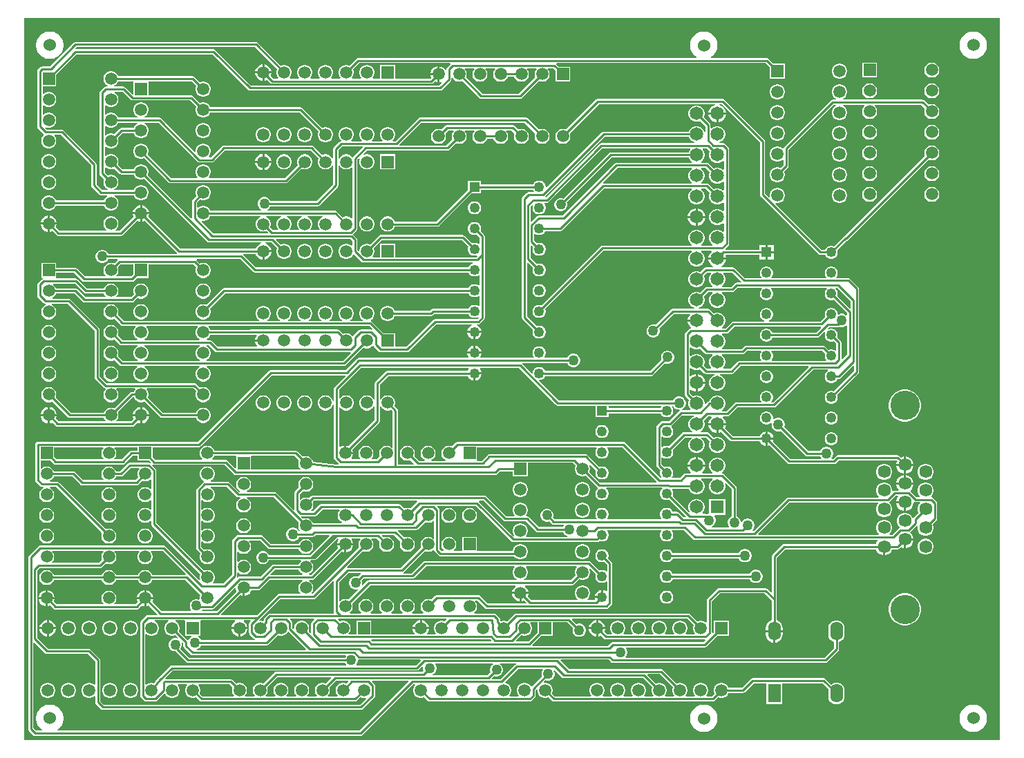
<source format=gbl>
%FSTAX23Y23*%
%MOIN*%
%SFA1B1*%

%IPPOS*%
%ADD10C,0.010000*%
%ADD26C,0.049210*%
%ADD27R,0.049210X0.049210*%
%ADD34C,0.060000*%
%ADD35C,0.059060*%
%ADD36R,0.059060X0.059060*%
%ADD37R,0.059060X0.059060*%
%ADD38R,0.062000X0.090000*%
%ADD39O,0.062000X0.090000*%
%ADD40C,0.062700*%
%ADD41C,0.141700*%
%ADD42C,0.064960*%
%ADD43R,0.064960X0.064960*%
%ADD44C,0.050000*%
%LN6502_vga-1*%
%LPD*%
G36*
X10122Y0129D02*
X05417D01*
Y04775*
X10122*
Y0129*
G37*
%LN6502_vga-2*%
%LPC*%
G36*
X10001Y04711D02*
X09988D01*
X09975Y04708*
X09963Y04703*
X09952Y04696*
X09943Y04687*
X09936Y04676*
X09931Y04664*
X09928Y04651*
Y04638*
X09931Y04625*
X09936Y04613*
X09943Y04602*
X09952Y04593*
X09963Y04586*
X09975Y04581*
X09988Y04578*
X10001*
X10014Y04581*
X10026Y04586*
X10037Y04593*
X10046Y04602*
X10053Y04613*
X10058Y04625*
X10061Y04638*
Y04651*
X10058Y04664*
X10053Y04676*
X10046Y04687*
X10037Y04696*
X10026Y04703*
X10014Y04708*
X10001Y04711*
G37*
G36*
X05546D02*
X05533D01*
X0552Y04708*
X05508Y04703*
X05497Y04696*
X05488Y04687*
X05481Y04676*
X05476Y04664*
X05473Y04651*
Y04638*
X05476Y04625*
X05481Y04613*
X05488Y04602*
X05497Y04593*
X05508Y04586*
X0552Y04581*
X05533Y04578*
X05546*
X05559Y04581*
X05571Y04586*
X05582Y04593*
X05591Y04602*
X05598Y04613*
X05603Y04625*
X05606Y04638*
Y04651*
X05603Y04664*
X05598Y04676*
X05591Y04687*
X05582Y04696*
X05571Y04703*
X05559Y04708*
X05546Y04711*
G37*
G36*
X08701Y04711D02*
X08688D01*
X08675Y04708*
X08663Y04703*
X08652Y04696*
X08643Y04687*
X08636Y04676*
X08631Y04664*
X08628Y04651*
Y04638*
X08631Y04625*
X08636Y04613*
X08643Y04602*
X08652Y04593*
X08661Y04588*
X08659Y04583*
X07027*
X07022Y04582*
X07019Y04579*
X06985Y04546*
X06984Y04547*
X06974Y04549*
X06965*
X06955Y04547*
X06947Y04542*
X0694Y04535*
X06935Y04527*
X06933Y04518*
Y04508*
X06935Y04499*
X0694Y0449*
X06943Y04488*
X06941Y04483*
X06898*
X06896Y04488*
X06899Y0449*
X06904Y04499*
X06906Y04508*
Y04518*
X06904Y04527*
X06899Y04535*
X06892Y04542*
X06884Y04547*
X06874Y04549*
X06865*
X06855Y04547*
X06847Y04542*
X0684Y04535*
X06835Y04527*
X06833Y04518*
Y04508*
X06835Y04499*
X0684Y0449*
X06843Y04488*
X06841Y04483*
X06798*
X06796Y04488*
X06799Y0449*
X06804Y04499*
X06806Y04508*
Y04518*
X06804Y04527*
X06799Y04535*
X06792Y04542*
X06784Y04547*
X06774Y04549*
X06765*
X06755Y04547*
X06747Y04542*
X0674Y04535*
X06735Y04527*
X06733Y04518*
Y04508*
X06735Y04499*
X0674Y0449*
X06743Y04488*
X06741Y04483*
X06698*
X06696Y04488*
X06699Y0449*
X06704Y04499*
X06706Y04508*
Y04518*
X06704Y04527*
X06699Y04535*
X06692Y04542*
X06684Y04547*
X06674Y04549*
X06665*
X06655Y04547*
X06654Y04546*
X06543Y04656*
X0654Y04659*
X06535Y0466*
X05664*
X05659Y04659*
X05655Y04656*
X0554Y04542*
X05503*
X05498Y04541*
X05494Y04538*
X05484Y04528*
X05481Y04524*
X0548Y0452*
Y04252*
X05481Y04247*
X05484Y04243*
X0551Y04217*
X05511Y04215*
X0551Y0421*
X05505Y04205*
X055Y04197*
X05498Y04188*
Y04178*
X055Y04169*
X05505Y0416*
X05512Y04154*
X0552Y04149*
X0553Y04146*
X05539*
X05549Y04149*
X05557Y04154*
X05564Y0416*
X05569Y04169*
X05571Y04178*
Y04188*
X05569Y04197*
X05564Y04205*
X05562Y04207*
X05564Y04212*
X05592*
X0574Y04064*
Y03968*
X05741Y03963*
X05744Y03959*
X05779Y03924*
X05782Y03922*
X05787Y03921*
X05817*
X05818Y03916*
X05812Y03912*
X05805Y03905*
X058Y03897*
X058Y03895*
X05569*
X05569Y03897*
X05564Y03905*
X05557Y03912*
X05549Y03917*
X05539Y03919*
X0553*
X0552Y03917*
X05512Y03912*
X05505Y03905*
X055Y03897*
X05498Y03888*
Y03878*
X055Y03869*
X05505Y0386*
X05512Y03854*
X0552Y03849*
X0553Y03846*
X05539*
X05549Y03849*
X05557Y03854*
X05564Y0386*
X05569Y03869*
X05569Y03871*
X058*
X058Y03869*
X05805Y0386*
X05812Y03854*
X0582Y03849*
X0583Y03846*
X05839*
X05849Y03849*
X05857Y03854*
X05864Y0386*
X05869Y03869*
X05871Y03878*
Y03888*
X05869Y03897*
X05864Y03905*
X05857Y03912*
X05851Y03916*
X05852Y03921*
X05945*
X05945Y03919*
X0595Y0391*
X05957Y03904*
X05965Y03899*
X05975Y03896*
X05984*
X05994Y03899*
X06002Y03904*
X06009Y0391*
X06014Y03919*
X06016Y03928*
Y03938*
X06014Y03947*
X06009Y03955*
X06002Y03962*
X05994Y03967*
X05984Y03969*
X05975*
X05965Y03967*
X05957Y03962*
X0595Y03955*
X05945Y03947*
X05945Y03945*
X05852*
X05851Y0395*
X05857Y03954*
X05864Y0396*
X05869Y03969*
X05871Y03978*
Y03988*
X05869Y03997*
X05864Y04005*
X05857Y04012*
X05849Y04017*
X05839Y04019*
X0583*
X0582Y04017*
X05819Y04016*
X05805Y0403*
Y04054*
X0581Y04056*
X05812Y04054*
X0582Y04049*
X0583Y04046*
X05839*
X05849Y04049*
X0585Y0405*
X05876Y04024*
X0588Y04022*
X05885Y04021*
X05945*
X05945Y04019*
X0595Y0401*
X05957Y04004*
X05965Y03999*
X05975Y03996*
X05984*
X05994Y03999*
X05995Y04*
X06298Y03697*
X06302Y03694*
X06307Y03693*
X06561*
X06561Y03688*
X06554Y03686*
X06545Y03681*
X06538Y03674*
X06533Y03665*
X06532Y03662*
X06168*
X06015Y03815*
X06016Y03818*
X06019Y03828*
Y03828*
X05985*
Y03793*
X05985*
X05995Y03796*
X05997Y03798*
X06153Y03642*
X06152Y03638*
X06151Y03637*
X05822*
X05822Y03637*
X05818Y03644*
X05812Y0365*
X05805Y03654*
X05797Y03657*
X05788*
X0578Y03654*
X05773Y0365*
X05767Y03644*
X05763Y03637*
X05761Y03629*
Y0362*
X05763Y03612*
X05767Y03605*
X05773Y03599*
X0578Y03595*
X05788Y03593*
X05797*
X05805Y03595*
X05812Y03599*
X05818Y03605*
X05822Y03612*
X05822Y03612*
X05865*
X05866Y03611*
X05867Y03607*
X0585Y03591*
X05849Y03592*
X05839Y03594*
X0583*
X0582Y03592*
X05812Y03587*
X05805Y0358*
X058Y03572*
X05798Y03563*
Y03553*
X058Y03544*
X05805Y03535*
X05808Y03533*
X05806Y03528*
X0571*
X05671Y03566*
X05667Y03569*
X05663Y0357*
X05571*
Y03594*
X05498*
Y03521*
X05504*
X05505Y03519*
X05505Y03516*
X05502Y03514*
X05484Y03496*
X05481Y03492*
X0548Y03488*
Y03436*
X05481Y03431*
X05484Y03427*
X05511Y034*
X05515Y03397*
X05519Y03396*
X05519Y03394*
X05519Y03394*
X05519Y03391*
X05512Y03387*
X05505Y0338*
X055Y03372*
X05498Y03363*
Y03353*
X055Y03344*
X05505Y03335*
X05512Y03329*
X0552Y03324*
X0553Y03321*
X05539*
X05549Y03324*
X05557Y03329*
X05564Y03335*
X05569Y03344*
X05571Y03353*
Y03363*
X05569Y03372*
X05564Y0338*
X05557Y03387*
X0555Y03391*
X05551Y03396*
X05626*
X05756Y03266*
Y0304*
X05757Y03035*
X0576Y03031*
X05799Y02992*
X05803Y02989*
X05806Y02988*
X05808Y02986*
X05808Y02983*
X05805Y0298*
X058Y02972*
X05798Y02963*
Y02953*
X058Y02944*
X05805Y02935*
X05812Y02929*
X0582Y02924*
X0583Y02921*
X05839*
X05849Y02924*
X05857Y02929*
X05864Y02935*
X05869Y02944*
X05871Y02953*
Y02963*
X05869Y02972*
X05864Y0298*
X05861Y02983*
X05863Y02988*
X05951*
X05953Y02983*
X0595Y0298*
X05945Y02972*
X05945Y0297*
X05935*
X0593Y02969*
X05926Y02966*
X0585Y02891*
X05849Y02892*
X05839Y02894*
X0583*
X0582Y02892*
X05812Y02887*
X05805Y0288*
X058Y02872*
X058Y0287*
X0564*
X05568Y02942*
X05569Y02944*
X05571Y02953*
Y02963*
X05569Y02972*
X05564Y0298*
X05557Y02987*
X05549Y02992*
X05539Y02994*
X0553*
X0552Y02992*
X05512Y02987*
X05505Y0298*
X055Y02972*
X05498Y02963*
Y02953*
X055Y02944*
X05505Y02935*
X05512Y02929*
X0552Y02924*
X0553Y02921*
X05539*
X05549Y02924*
X0555Y02925*
X05626Y02849*
X0563Y02847*
X05635Y02846*
X058*
X058Y02844*
X05805Y02835*
X05808Y02833*
X05806Y02828*
X05582*
X0557Y0284*
X05571Y02843*
X05574Y02853*
Y02853*
X0554*
Y02818*
X0554*
X0555Y02821*
X05552Y02823*
X05568Y02807*
X05572Y02804*
X05577Y02803*
X05937*
X05942Y02804*
X05946Y02807*
X05962Y02823*
X05964Y02821*
X05974Y02818*
X05975*
Y02853*
X0594*
Y02853*
X05943Y02843*
X05944Y0284*
X05932Y02828*
X05863*
X05861Y02833*
X05864Y02835*
X05869Y02844*
X05871Y02853*
Y02863*
X05869Y02872*
X05868Y02874*
X0594Y02946*
X05945*
X05945Y02944*
X0595Y02935*
X05957Y02929*
X05965Y02924*
X05975Y02921*
X05984*
X05994Y02924*
X05995Y02925*
X06071Y02849*
X06075Y02847*
X0608Y02846*
X06245*
X06245Y02844*
X0625Y02835*
X06257Y02829*
X06265Y02824*
X06275Y02821*
X06284*
X06294Y02824*
X06302Y02829*
X06309Y02835*
X06314Y02844*
X06316Y02853*
Y02863*
X06314Y02872*
X06309Y0288*
X06302Y02887*
X06294Y02892*
X06284Y02894*
X06275*
X06265Y02892*
X06257Y02887*
X0625Y0288*
X06245Y02872*
X06245Y0287*
X06085*
X06013Y02942*
X06014Y02944*
X06016Y02953*
Y02963*
X06014Y02972*
X06009Y0298*
X06006Y02983*
X06008Y02988*
X06232*
X06246Y02974*
X06245Y02972*
X06243Y02963*
Y02953*
X06245Y02944*
X0625Y02935*
X06257Y02929*
X06265Y02924*
X06275Y02921*
X06284*
X06294Y02924*
X06302Y02929*
X06309Y02935*
X06314Y02944*
X06316Y02953*
Y02963*
X06314Y02972*
X06309Y0298*
X06302Y02987*
X06294Y02992*
X06284Y02994*
X06275*
X06265Y02992*
X06264Y02991*
X06245Y03009*
X06242Y03012*
X06237Y03013*
X05813*
X05781Y03045*
Y03272*
X0578Y03276*
X05777Y0328*
X0564Y03417*
X05636Y0342*
X05632Y03421*
X05553*
X05552Y03426*
X05557Y03429*
X05564Y03435*
X05569Y03444*
X05569Y03446*
X05659*
X05698Y03407*
X05702Y03404*
X05707Y03403*
X05937*
X05942Y03404*
X05946Y03407*
X05964Y03425*
X05965Y03424*
X05975Y03421*
X05984*
X05994Y03424*
X06002Y03429*
X06009Y03435*
X06014Y03444*
X06016Y03453*
Y03463*
X06014Y03472*
X06009Y0348*
X06002Y03487*
X05994Y03492*
X05984Y03494*
X05975*
X05965Y03492*
X05957Y03487*
X0595Y0348*
X05945Y03472*
X05943Y03463*
Y03453*
X05945Y03444*
X05946Y03442*
X05932Y03428*
X05863*
X05861Y03433*
X05864Y03435*
X05869Y03444*
X05871Y03453*
Y03463*
X05869Y03472*
X05864Y0348*
X05857Y03487*
X05849Y03492*
X05839Y03494*
X0583*
X0582Y03492*
X05812Y03487*
X05805Y0348*
X058Y03472*
X058Y0347*
X05718*
X05674Y03514*
X0567Y03517*
X05666Y03518*
X05574*
X05571Y03521*
Y03523*
Y03546*
X05657*
X05696Y03507*
X057Y03504*
X05705Y03503*
X05937*
X05942Y03504*
X05946Y03507*
X0596Y03521*
X06016*
Y03587*
X06233*
X06246Y03574*
X06245Y03572*
X06243Y03563*
Y03553*
X06245Y03544*
X0625Y03535*
X06257Y03529*
X06265Y03524*
X06275Y03521*
X06284*
X06294Y03524*
X06302Y03529*
X06309Y03535*
X06314Y03544*
X06316Y03553*
Y03563*
X06314Y03572*
X06309Y0358*
X06302Y03587*
X06294Y03592*
X06284Y03594*
X06275*
X06265Y03592*
X06264Y03591*
X06247Y03607*
X06248Y03611*
X06249Y03612*
X06458*
X0652Y03551*
X06524Y03548*
X06529Y03547*
X07559*
X07563Y0354*
X07569Y03534*
X07576Y0353*
X07584Y03528*
X07592*
X076Y0353*
X07608Y03534*
X07609Y03535*
X07613Y03533*
Y03486*
X07609Y03484*
X07608Y03485*
X076Y03489*
X07592Y03491*
X07584*
X07576Y03489*
X07569Y03485*
X07563Y03479*
X07559Y03472*
X06381*
X06376Y03471*
X06373Y03468*
X06295Y03391*
X06294Y03392*
X06284Y03394*
X06275*
X06265Y03392*
X06257Y03387*
X0625Y0338*
X06245Y03372*
X06243Y03363*
Y03353*
X06245Y03344*
X0625Y03335*
X06257Y03329*
X06265Y03324*
X06275Y03321*
X06284*
X06294Y03324*
X06302Y03329*
X06309Y03335*
X06314Y03344*
X06316Y03353*
Y03363*
X06314Y03372*
X06313Y03374*
X06386Y03447*
X07559*
X07563Y0344*
X07569Y03434*
X07576Y0343*
X07584Y03428*
X07592*
X076Y0343*
X07608Y03434*
X07609Y03435*
X07613Y03433*
Y03386*
X07609Y03384*
X07608Y03385*
X076Y03389*
X07592Y03391*
X07584*
X07576Y03389*
X07569Y03385*
X07563Y03379*
X07559Y03372*
X07389*
X07384Y03371*
X0738Y03368*
X07373Y03362*
X07204*
X07204Y03364*
X07199Y03372*
X07192Y03379*
X07184Y03384*
X07174Y03386*
X07165*
X07155Y03384*
X07147Y03379*
X0714Y03372*
X07135Y03364*
X07133Y03354*
Y03345*
X07135Y03335*
X0714Y03327*
X07147Y0332*
X07155Y03315*
X07165Y03313*
X07174*
X07184Y03315*
X07192Y0332*
X07199Y03327*
X07204Y03335*
X07204Y03337*
X07379*
X07383Y03338*
X07387Y03341*
X07394Y03347*
X07559*
X07563Y0334*
X07569Y03334*
X07576Y0333*
X07584Y03328*
X07592*
X076Y0333*
X07604Y03332*
X0761Y0333*
X0761Y03329*
X07602Y03322*
X07398*
X07393Y03321*
X07389Y03318*
X07258Y03188*
X07206*
Y03254*
X0715*
X07094Y0331*
X07091Y03313*
X07089Y03313*
X07089Y03318*
X07092Y0332*
X07099Y03327*
X07104Y03335*
X07106Y03345*
Y03354*
X07104Y03364*
X07099Y03372*
X07092Y03379*
X07084Y03384*
X07074Y03386*
X07065*
X07055Y03384*
X07047Y03379*
X0704Y03372*
X07035Y03364*
X07033Y03354*
Y03345*
X07035Y03335*
X0704Y03327*
X07047Y0332*
X0705Y03319*
X07048Y03314*
X06991*
X06989Y03319*
X06992Y0332*
X06999Y03327*
X07004Y03335*
X07006Y03345*
Y03354*
X07004Y03364*
X06999Y03372*
X06992Y03379*
X06984Y03384*
X06974Y03386*
X06965*
X06955Y03384*
X06947Y03379*
X0694Y03372*
X06935Y03364*
X06933Y03354*
Y03345*
X06935Y03335*
X0694Y03327*
X06947Y0332*
X0695Y03319*
X06948Y03314*
X06891*
X06889Y03319*
X06892Y0332*
X06899Y03327*
X06904Y03335*
X06906Y03345*
Y03354*
X06904Y03364*
X06899Y03372*
X06892Y03379*
X06884Y03384*
X06874Y03386*
X06865*
X06855Y03384*
X06847Y03379*
X0684Y03372*
X06835Y03364*
X06833Y03354*
Y03345*
X06835Y03335*
X0684Y03327*
X06847Y0332*
X0685Y03319*
X06848Y03314*
X06791*
X06789Y03319*
X06792Y0332*
X06799Y03327*
X06804Y03335*
X06806Y03345*
Y03354*
X06804Y03364*
X06799Y03372*
X06792Y03379*
X06784Y03384*
X06774Y03386*
X06765*
X06755Y03384*
X06747Y03379*
X0674Y03372*
X06735Y03364*
X06733Y03354*
Y03345*
X06735Y03335*
X0674Y03327*
X06747Y0332*
X0675Y03319*
X06748Y03314*
X06691*
X06689Y03319*
X06692Y0332*
X06699Y03327*
X06704Y03335*
X06706Y03345*
Y03354*
X06704Y03364*
X06699Y03372*
X06692Y03379*
X06684Y03384*
X06674Y03386*
X06665*
X06655Y03384*
X06647Y03379*
X0664Y03372*
X06635Y03364*
X06633Y03354*
Y03345*
X06635Y03335*
X0664Y03327*
X06647Y0332*
X0665Y03319*
X06648Y03314*
X06591*
X06589Y03319*
X06592Y0332*
X06599Y03327*
X06604Y03335*
X06606Y03345*
Y03354*
X06604Y03364*
X06599Y03372*
X06592Y03379*
X06584Y03384*
X06574Y03386*
X06565*
X06555Y03384*
X06547Y03379*
X0654Y03372*
X06535Y03364*
X06533Y03354*
Y03345*
X06535Y03335*
X0654Y03327*
X06547Y0332*
X0655Y03319*
X06548Y03314*
X05896*
X05868Y03342*
X05869Y03344*
X05871Y03353*
Y03363*
X05869Y03372*
X05864Y0338*
X05857Y03387*
X05849Y03392*
X05839Y03394*
X0583*
X0582Y03392*
X05812Y03387*
X05805Y0338*
X058Y03372*
X05798Y03363*
Y03353*
X058Y03344*
X05805Y03335*
X05812Y03329*
X0582Y03324*
X0583Y03321*
X05839*
X05849Y03324*
X0585Y03325*
X05882Y03293*
X05886Y0329*
X05891Y03289*
X05952*
X05954Y03284*
X0595Y0328*
X05945Y03272*
X05943Y03263*
Y03253*
X05945Y03244*
X0595Y03235*
X05957Y03229*
X05962Y03226*
X05961Y03221*
X05889*
X05868Y03242*
X05869Y03244*
X05871Y03253*
Y03263*
X05869Y03272*
X05864Y0328*
X05857Y03287*
X05849Y03292*
X05839Y03294*
X0583*
X0582Y03292*
X05812Y03287*
X05805Y0328*
X058Y03272*
X05798Y03263*
Y03253*
X058Y03244*
X05805Y03235*
X05812Y03229*
X0582Y03224*
X0583Y03221*
X05839*
X05849Y03224*
X0585Y03225*
X05875Y032*
X05879Y03197*
X05884Y03196*
X05963*
X05964Y03191*
X05957Y03187*
X0595Y0318*
X05945Y03172*
X05943Y03163*
Y03153*
X05945Y03144*
X0595Y03135*
X05957Y03129*
X05964Y03125*
X05962Y0312*
X0589*
X05868Y03142*
X05869Y03144*
X05871Y03153*
Y03163*
X05869Y03172*
X05864Y0318*
X05857Y03187*
X05849Y03192*
X05839Y03194*
X0583*
X0582Y03192*
X05812Y03187*
X05805Y0318*
X058Y03172*
X05798Y03163*
Y03153*
X058Y03144*
X05805Y03135*
X05812Y03129*
X0582Y03124*
X0583Y03121*
X05839*
X05849Y03124*
X0585Y03125*
X05876Y03099*
X0588Y03096*
X05885Y03095*
X05961*
X05963Y0309*
X05957Y03087*
X0595Y0308*
X05945Y03072*
X05943Y03063*
Y03053*
X05945Y03044*
X0595Y03035*
X05957Y03029*
X05965Y03024*
X05975Y03021*
X05984*
X05994Y03024*
X06002Y03029*
X06009Y03035*
X06014Y03044*
X06016Y03053*
Y03063*
X06014Y03072*
X06009Y0308*
X06002Y03087*
X05996Y0309*
X05998Y03095*
X06261*
X06263Y0309*
X06257Y03087*
X0625Y0308*
X06245Y03072*
X06243Y03063*
Y03053*
X06245Y03044*
X0625Y03035*
X06257Y03029*
X06265Y03024*
X06275Y03021*
X06284*
X06294Y03024*
X06302Y03029*
X06309Y03035*
X06314Y03044*
X06316Y03053*
Y03063*
X06314Y03072*
X06309Y0308*
X06302Y03087*
X06296Y0309*
X06298Y03095*
X06959*
X06964Y03096*
X06968Y03099*
X07054Y03185*
X07055Y03184*
X07065Y03181*
X07074*
X07084Y03184*
X07092Y03189*
X07096Y03193*
X07102Y03192*
X07103Y03191*
X07127Y03167*
X07131Y03164*
X07136Y03163*
X07264*
X07268Y03164*
X07272Y03167*
X07403Y03297*
X07576*
X07577Y03292*
X07575Y03292*
X07567Y03287*
X07561Y03281*
X07556Y03273*
X07554Y03265*
X07623*
X0762Y03273*
X07616Y03281*
X07609Y03287*
X07602Y03292*
X076Y03292*
X076Y03297*
X07608*
X07612Y03298*
X07616Y03301*
X07634Y03319*
X07637Y03323*
X07638Y03328*
Y03632*
Y03722*
X07637Y03727*
X07634Y03731*
X07618Y03747*
X0762Y03755*
Y03764*
X07618Y03772*
X07613Y03779*
X07608Y03785*
X076Y03789*
X07592Y03791*
X07584*
X07576Y03789*
X07569Y03785*
X07563Y03779*
X07559Y03772*
X07557Y03764*
Y03755*
X07559Y03747*
X07563Y0374*
X07569Y03734*
X07576Y0373*
X07584Y03728*
X07592*
X076Y0373*
X07613Y03717*
Y03686*
X07609Y03684*
X07608Y03685*
X076Y03689*
X07592Y03691*
X07584*
X07576Y03689*
X07541Y03724*
X07537Y03727*
X07532Y03728*
X07136*
X07131Y03727*
X07127Y03724*
X07085Y03683*
X07084Y03684*
X07074Y03686*
X07065*
X07055Y03684*
X07047Y03679*
X0704Y03672*
X07035Y03664*
X07033Y03654*
Y0365*
X07028Y03648*
X07024Y03653*
Y03706*
X07023Y0371*
X0702Y03714*
X07003Y03731*
X07003Y03734*
X0702Y03751*
X07023Y03755*
X07024Y0376*
Y0409*
X07031Y04098*
X07035Y04095*
X07033Y04086*
Y04076*
X07035Y04067*
X0704Y04059*
X07047Y04052*
X07055Y04047*
X07065Y04045*
X07074*
X07084Y04047*
X07092Y04052*
X07099Y04059*
X07104Y04067*
X07106Y04076*
Y04086*
X07104Y04095*
X07099Y04104*
X07092Y0411*
X07084Y04115*
X07074Y04118*
X07065*
X07055Y04115*
X07053Y04119*
X07069Y04135*
X07458*
X07462Y04136*
X07466Y04139*
X07499Y04171*
X075Y0417*
X0751Y04168*
X07519*
X07529Y0417*
X07537Y04175*
X07544Y04182*
X07549Y0419*
X07551Y042*
Y04209*
X07549Y04219*
X07544Y04227*
X07541Y04229*
X07543Y04234*
X07586*
X07588Y04229*
X07585Y04227*
X0758Y04219*
X07578Y04209*
Y042*
X0758Y0419*
X07585Y04182*
X07592Y04175*
X076Y0417*
X0761Y04168*
X07619*
X07629Y0417*
X07637Y04175*
X07644Y04182*
X07649Y0419*
X07649Y04192*
X0768*
X0768Y0419*
X07685Y04182*
X07692Y04175*
X077Y0417*
X0771Y04168*
X07719*
X07729Y0417*
X07737Y04175*
X07744Y04182*
X07749Y0419*
X07751Y042*
Y04209*
X07749Y04219*
X07744Y04227*
X07741Y04229*
X07743Y04234*
X07767*
X07781Y0422*
X0778Y04219*
X07778Y04209*
Y042*
X0778Y0419*
X07785Y04182*
X07792Y04175*
X078Y0417*
X0781Y04168*
X07819*
X07829Y0417*
X07837Y04175*
X07844Y04182*
X07849Y0419*
X07851Y042*
Y04209*
X07849Y04219*
X07844Y04227*
X07837Y04234*
X07829Y04239*
X07819Y04241*
X0781*
X078Y04239*
X07799Y04238*
X07781Y04255*
X07777Y04258*
X07773Y04259*
X07457*
X07452Y04258*
X07448Y04255*
X0743Y04238*
X07429Y04239*
X07419Y04241*
X0741*
X074Y04239*
X07392Y04234*
X07385Y04227*
X0738Y04219*
X07378Y04209*
Y042*
X0738Y0419*
X07385Y04182*
X07392Y04175*
X074Y0417*
X0741Y04168*
X07419*
X07429Y0417*
X07437Y04175*
X07444Y04182*
X07449Y0419*
X07451Y042*
Y04209*
X07449Y04219*
X07448Y0422*
X07462Y04234*
X07486*
X07488Y04229*
X07485Y04227*
X0748Y04219*
X07478Y04209*
Y042*
X0748Y0419*
X07481Y04189*
X07452Y0416*
X07227*
X07225Y04165*
X07332Y04271*
X0783*
X07881Y0422*
X0788Y04219*
X07878Y04209*
Y042*
X0788Y0419*
X07885Y04182*
X07892Y04175*
X079Y0417*
X0791Y04168*
X07919*
X07929Y0417*
X07937Y04175*
X07944Y04182*
X07949Y0419*
X07951Y042*
Y04209*
X07949Y04219*
X07944Y04227*
X07937Y04234*
X07929Y04239*
X07919Y04241*
X0791*
X079Y04239*
X07899Y04238*
X07844Y04292*
X0784Y04295*
X07836Y04296*
X07327*
X07322Y04295*
X07318Y04292*
X07206Y04181*
X07196*
X07194Y04186*
X07199Y0419*
X07204Y04199*
X07206Y04208*
Y04218*
X07204Y04227*
X07199Y04235*
X07192Y04242*
X07184Y04247*
X07174Y04249*
X07165*
X07155Y04247*
X07147Y04242*
X0714Y04235*
X07135Y04227*
X07133Y04218*
Y04208*
X07135Y04199*
X0714Y0419*
X07145Y04186*
X07143Y04181*
X07096*
X07094Y04186*
X07099Y0419*
X07104Y04199*
X07106Y04208*
Y04218*
X07104Y04227*
X07099Y04235*
X07092Y04242*
X07084Y04247*
X07074Y04249*
X07065*
X07055Y04247*
X07047Y04242*
X0704Y04235*
X07035Y04227*
X07033Y04218*
Y04208*
X07035Y04199*
X0704Y0419*
X07045Y04186*
X07043Y04181*
X06996*
X06994Y04186*
X06999Y0419*
X07004Y04199*
X07006Y04208*
Y04218*
X07004Y04227*
X06999Y04235*
X06992Y04242*
X06984Y04247*
X06974Y04249*
X06965*
X06955Y04247*
X06947Y04242*
X0694Y04235*
X06935Y04227*
X06933Y04218*
Y04208*
X06935Y04199*
X0694Y0419*
X06945Y04186*
X06945Y04184*
X06943Y0418*
X0694Y0418*
X06936Y04177*
X06911Y04152*
X06908Y04148*
X06907Y04144*
Y04099*
X06902Y04097*
X06899Y04104*
X06892Y0411*
X06884Y04115*
X06874Y04118*
X06865*
X06855Y04115*
X06854Y04114*
X06812Y04156*
X06808Y04159*
X06803Y0416*
X06378*
X06373Y04159*
X06369Y04156*
X06316Y04104*
X06309*
X06307Y04109*
X06309Y0411*
X06314Y04119*
X06316Y04128*
Y04138*
X06314Y04147*
X06309Y04155*
X06302Y04162*
X06294Y04167*
X06284Y04169*
X06275*
X06265Y04167*
X06257Y04162*
X0625Y04155*
X06245Y04147*
X06243Y04138*
Y04133*
X06238Y04131*
X06078Y04291*
X06074Y04294*
X06069Y04295*
X05997*
X05996Y043*
X06002Y04304*
X06009Y0431*
X06014Y04319*
X06016Y04328*
Y04338*
X06014Y04347*
X06009Y04355*
X06002Y04362*
X05994Y04367*
X05984Y04369*
X05975*
X05965Y04367*
X05957Y04362*
X0595Y04355*
X05945Y04347*
X05943Y04338*
Y04328*
X05945Y04319*
X0595Y0431*
X05957Y04304*
X05963Y043*
X05962Y04295*
X05869*
X05869Y04297*
X05864Y04305*
X05857Y04312*
X05849Y04317*
X05839Y04319*
X0583*
X0582Y04317*
X05812Y04312*
X0581Y0431*
X05805Y04312*
Y04354*
X0581Y04356*
X05812Y04354*
X0582Y04349*
X0583Y04346*
X05839*
X05849Y04349*
X05857Y04354*
X05864Y0436*
X05869Y04369*
X05871Y04378*
Y04388*
X05869Y04397*
X05864Y04405*
X05857Y04412*
X05851Y04415*
X05853Y0442*
X0589*
X05929Y04382*
X05933Y04379*
X05938Y04378*
X06217*
X06246Y04349*
X06245Y04347*
X06243Y04338*
Y04328*
X06245Y04319*
X0625Y0431*
X06257Y04304*
X06265Y04299*
X06275Y04296*
X06284*
X06294Y04299*
X06302Y04304*
X06309Y0431*
X06314Y04319*
X06314Y04321*
X06744*
X06836Y04229*
X06835Y04227*
X06833Y04218*
Y04208*
X06835Y04199*
X0684Y0419*
X06847Y04184*
X06855Y04179*
X06865Y04176*
X06874*
X06884Y04179*
X06892Y04184*
X06899Y0419*
X06904Y04199*
X06906Y04208*
Y04218*
X06904Y04227*
X06899Y04235*
X06892Y04242*
X06884Y04247*
X06874Y04249*
X06865*
X06855Y04247*
X06854Y04246*
X06758Y04341*
X06754Y04344*
X0675Y04345*
X06314*
X06314Y04347*
X06309Y04355*
X06302Y04362*
X06294Y04367*
X06284Y04369*
X06275*
X06265Y04367*
X06264Y04366*
X0623Y04399*
X06227Y04402*
X06222Y04403*
X06016*
Y04469*
X06021Y04471*
X06224*
X06246Y04449*
X06245Y04447*
X06243Y04438*
Y04428*
X06245Y04419*
X0625Y0441*
X06257Y04404*
X06265Y04399*
X06275Y04396*
X06284*
X06294Y04399*
X06302Y04404*
X06309Y0441*
X06314Y04419*
X06316Y04428*
Y04438*
X06314Y04447*
X06309Y04455*
X06302Y04462*
X06294Y04467*
X06284Y04469*
X06275*
X06265Y04467*
X06264Y04466*
X06238Y04491*
X06234Y04494*
X0623Y04495*
X05869*
X05869Y04497*
X05864Y04505*
X05857Y04512*
X05849Y04517*
X05839Y04519*
X0583*
X0582Y04517*
X05812Y04512*
X05805Y04505*
X058Y04497*
X05798Y04488*
Y04478*
X058Y04469*
X05805Y0446*
X05812Y04454*
X05819Y0445*
X05817Y04445*
X0581*
X05805Y04444*
X05801Y04441*
X05784Y04424*
X05781Y0442*
X0578Y04416*
Y04025*
X05781Y0402*
X05784Y04016*
X05801Y03999*
X058Y03997*
X05798Y03988*
Y03978*
X058Y03969*
X05805Y0396*
X05812Y03954*
X05818Y0395*
X05817Y03945*
X05792*
X05765Y03973*
Y0407*
X05764Y04074*
X05761Y04078*
X05606Y04233*
X05602Y04236*
X05598Y04237*
X05525*
X05515Y04246*
X05518Y0425*
X0552Y04249*
X0553Y04246*
X05539*
X05549Y04249*
X05557Y04254*
X05564Y0426*
X05569Y04269*
X05571Y04278*
Y04288*
X05569Y04297*
X05564Y04305*
X05557Y04312*
X05549Y04317*
X05539Y04319*
X0553*
X0552Y04317*
X05512Y04312*
X0551Y0431*
X05505Y04312*
Y04354*
X0551Y04356*
X05512Y04354*
X0552Y04349*
X0553Y04346*
X05539*
X05549Y04349*
X05557Y04354*
X05564Y0436*
X05569Y04369*
X05571Y04378*
Y04388*
X05569Y04397*
X05564Y04405*
X05557Y04412*
X05549Y04417*
X05539Y04419*
X0553*
X0552Y04417*
X05512Y04412*
X0551Y0441*
X05505Y04412*
Y04446*
X05571*
Y04502*
X05669Y046*
X06325*
X06496Y0443*
X065Y04427*
X06505Y04426*
X07424*
X07428Y04427*
X07432Y0443*
X07473Y04471*
X07476Y04475*
X07477Y0448*
Y04487*
X07482Y04488*
X07485Y04482*
X07492Y04475*
X075Y0447*
X0751Y04468*
X07519*
X07529Y0447*
X0753Y04471*
X07612Y0439*
X07616Y04387*
X07621Y04386*
X07809*
X07813Y04387*
X07817Y0439*
X07899Y04471*
X079Y0447*
X0791Y04468*
X07919*
X07929Y0447*
X07937Y04475*
X07944Y04482*
X07949Y0449*
X07951Y045*
Y04509*
X07949Y04519*
X07944Y04527*
X07941Y04529*
X07943Y04534*
X07967*
X07978Y04524*
Y04468*
X08051*
Y04541*
X07995*
X07983Y04553*
X07985Y04558*
X08993*
X09013Y04539*
Y04483*
X09086*
Y04556*
X0903*
X09007Y04579*
X09003Y04582*
X08999Y04583*
X0873*
X08728Y04588*
X08737Y04593*
X08746Y04602*
X08753Y04613*
X08758Y04625*
X08761Y04638*
Y04651*
X08758Y04664*
X08753Y04676*
X08746Y04687*
X08737Y04696*
X08726Y04703*
X08714Y04708*
X08701Y04711*
G37*
G36*
X09799Y04561D02*
X0979D01*
X0978Y04559*
X09772Y04554*
X09765Y04547*
X0976Y04539*
X09758Y04529*
Y0452*
X0976Y0451*
X09765Y04502*
X09772Y04495*
X0978Y0449*
X0979Y04488*
X09799*
X09809Y0449*
X09817Y04495*
X09824Y04502*
X09829Y0451*
X09831Y0452*
Y04529*
X09829Y04539*
X09824Y04547*
X09817Y04554*
X09809Y04559*
X09799Y04561*
G37*
G36*
X09531D02*
X09458D01*
Y04488*
X09531*
Y04561*
G37*
G36*
X09354Y04556D02*
X09345D01*
X09335Y04554*
X09327Y04549*
X0932Y04542*
X09315Y04534*
X09313Y04524*
Y04515*
X09315Y04505*
X0932Y04497*
X09327Y0449*
X09335Y04485*
X09345Y04483*
X09354*
X09364Y04485*
X09372Y0449*
X09379Y04497*
X09384Y04505*
X09386Y04515*
Y04524*
X09384Y04534*
X09379Y04542*
X09372Y04549*
X09364Y04554*
X09354Y04556*
G37*
G36*
X09799Y04461D02*
X0979D01*
X0978Y04459*
X09772Y04454*
X09765Y04447*
X0976Y04439*
X09758Y04429*
Y0442*
X0976Y0441*
X09765Y04402*
X09772Y04395*
X0978Y0439*
X0979Y04388*
X09799*
X09809Y0439*
X09817Y04395*
X09824Y04402*
X09829Y0441*
X09831Y0442*
Y04429*
X09829Y04439*
X09824Y04447*
X09817Y04454*
X09809Y04459*
X09799Y04461*
G37*
G36*
X09499D02*
X0949D01*
X0948Y04459*
X09472Y04454*
X09465Y04447*
X0946Y04439*
X09458Y04429*
Y0442*
X0946Y0441*
X09465Y04402*
X09472Y04395*
X0948Y0439*
X0949Y04388*
X09499*
X09509Y0439*
X09517Y04395*
X09524Y04402*
X09529Y0441*
X09531Y0442*
Y04429*
X09529Y04439*
X09524Y04447*
X09517Y04454*
X09509Y04459*
X09499Y04461*
G37*
G36*
X09054Y04456D02*
X09045D01*
X09035Y04454*
X09027Y04449*
X0902Y04442*
X09015Y04434*
X09013Y04424*
Y04415*
X09015Y04405*
X0902Y04397*
X09027Y0439*
X09035Y04385*
X09045Y04383*
X09054*
X09064Y04385*
X09072Y0439*
X09079Y04397*
X09084Y04405*
X09086Y04415*
Y04424*
X09084Y04434*
X09079Y04442*
X09072Y04449*
X09064Y04454*
X09054Y04456*
G37*
G36*
X09354D02*
X09345D01*
X09335Y04454*
X09327Y04449*
X0932Y04442*
X09315Y04434*
X09313Y04424*
Y04415*
X09315Y04405*
X0932Y04397*
X09327Y0439*
X09333Y04387*
X09332Y04382*
X09317*
X09312Y04381*
X09308Y04378*
X09083Y04153*
X0908Y04149*
X0908Y04148*
X09075Y04146*
X09072Y04149*
X09064Y04154*
X09054Y04156*
X09045*
X09035Y04154*
X09027Y04149*
X0902Y04142*
X09015Y04134*
X09013Y04124*
Y04115*
X09015Y04105*
X0902Y04097*
X09027Y0409*
X09035Y04085*
X09045Y04083*
X09054*
X09064Y04085*
X09072Y0409*
X09074Y04093*
X09079Y04091*
Y04067*
X09065Y04053*
X09064Y04054*
X09054Y04056*
X09045*
X09035Y04054*
X09027Y04049*
X0902Y04042*
X09015Y04034*
X09013Y04024*
Y04015*
X09015Y04005*
X0902Y03997*
X09027Y0399*
X09035Y03985*
X09045Y03983*
X09054*
X09064Y03985*
X09072Y0399*
X09079Y03997*
X09084Y04005*
X09086Y04015*
Y04024*
X09084Y04034*
X09083Y04035*
X091Y04053*
X09103Y04057*
X09104Y04062*
Y04139*
X09322Y04357*
X09332*
X09333Y04352*
X09327Y04349*
X0932Y04342*
X09315Y04334*
X09313Y04324*
Y04315*
X09315Y04305*
X0932Y04297*
X09327Y0429*
X09335Y04285*
X09345Y04283*
X09354*
X09364Y04285*
X09372Y0429*
X09379Y04297*
X09384Y04305*
X09386Y04315*
Y04324*
X09384Y04334*
X09379Y04342*
X09372Y04349*
X09366Y04352*
X09367Y04357*
X09469*
X09471Y04352*
X09465Y04347*
X0946Y04339*
X09458Y04329*
Y0432*
X0946Y0431*
X09465Y04302*
X09472Y04295*
X0948Y0429*
X0949Y04288*
X09499*
X09509Y0429*
X09517Y04295*
X09524Y04302*
X09529Y0431*
X09531Y0432*
Y04329*
X09529Y04339*
X09524Y04347*
X09518Y04352*
X0952Y04357*
X09744*
X09761Y0434*
X0976Y04339*
X09758Y04329*
Y0432*
X0976Y0431*
X09765Y04302*
X09772Y04295*
X0978Y0429*
X0979Y04288*
X09799*
X09809Y0429*
X09817Y04295*
X09824Y04302*
X09829Y0431*
X09831Y0432*
Y04329*
X09829Y04339*
X09824Y04347*
X09817Y04354*
X09809Y04359*
X09799Y04361*
X0979*
X0978Y04359*
X09779Y04358*
X09758Y04378*
X09754Y04381*
X0975Y04382*
X09367*
X09366Y04387*
X09372Y0439*
X09379Y04397*
X09384Y04405*
X09386Y04415*
Y04424*
X09384Y04434*
X09379Y04442*
X09372Y04449*
X09364Y04454*
X09354Y04456*
G37*
G36*
X09054Y04356D02*
X09045D01*
X09035Y04354*
X09027Y04349*
X0902Y04342*
X09015Y04334*
X09013Y04324*
Y04315*
X09015Y04305*
X0902Y04297*
X09027Y0429*
X09035Y04285*
X09045Y04283*
X09054*
X09064Y04285*
X09072Y0429*
X09079Y04297*
X09084Y04305*
X09086Y04315*
Y04324*
X09084Y04334*
X09079Y04342*
X09072Y04349*
X09064Y04354*
X09054Y04356*
G37*
G36*
X08802Y0431D02*
X08765D01*
Y04272*
X08765*
X08776Y04275*
X08786Y04281*
X08793Y04288*
X08799Y04298*
X08802Y04309*
Y0431*
G37*
G36*
X08755D02*
X08717D01*
Y04309*
X0872Y04298*
X08726Y04288*
X08733Y04281*
X08743Y04275*
X08754Y04272*
X08755*
Y0431*
G37*
G36*
X08665Y04354D02*
X08654D01*
X08644Y04351*
X08635Y04346*
X08628Y04339*
X08623Y0433*
X0862Y0432*
Y04309*
X08623Y04299*
X08628Y0429*
X08635Y04283*
X08644Y04278*
X08654Y04275*
X08665*
X08675Y04278*
X08677Y04279*
X08702Y04254*
Y04227*
X08697Y04226*
X08696Y0423*
X08691Y04239*
X08684Y04246*
X08675Y04251*
X08665Y04254*
X08654*
X08644Y04251*
X08635Y04246*
X08628Y04239*
X08623Y0423*
X08622Y04227*
X08212*
X08207Y04226*
X08203Y04223*
X07937Y03958*
X07932Y0396*
Y03964*
X0793Y03972*
X07926Y03979*
X0792Y03985*
X07913Y03989*
X07905Y03991*
X07897*
X07889Y03989*
X07881Y03985*
X07876Y03979*
X07871Y03972*
X0762*
Y03991*
X07557*
Y03945*
X07405Y03793*
X07204*
X07204Y03795*
X07199Y03804*
X07192Y0381*
X07184Y03815*
X07174Y03818*
X07165*
X07155Y03815*
X07147Y0381*
X0714Y03804*
X07135Y03795*
X07133Y03786*
Y03776*
X07135Y03767*
X0714Y03759*
X07147Y03752*
X07155Y03747*
X07165Y03745*
X07174*
X07184Y03747*
X07192Y03752*
X07199Y03759*
X07204Y03767*
X07204Y03769*
X0741*
X07415Y0377*
X07419Y03773*
X07574Y03928*
X0762*
Y03947*
X07871*
X07876Y0394*
X07876Y03939*
X07874Y03935*
X07849*
X07844Y03934*
X0784Y03931*
X07821Y03912*
X07818Y03908*
X07817Y03904*
Y03331*
X07818Y03326*
X07821Y03322*
X07871Y03272*
X07869Y03264*
Y03255*
X07871Y03247*
X07876Y0324*
X07881Y03234*
X07889Y0323*
X07897Y03228*
X07905*
X07913Y0323*
X0792Y03234*
X07926Y0324*
X0793Y03247*
X07932Y03255*
Y03264*
X0793Y03272*
X07926Y03279*
X0792Y03285*
X07913Y03289*
X07905Y03291*
X07897*
X07889Y03289*
X07842Y03336*
Y03595*
X07846Y03597*
X07871Y03572*
X07869Y03564*
Y03555*
X07871Y03547*
X07876Y0354*
X07881Y03534*
X07889Y0353*
X07897Y03528*
X07905*
X07913Y0353*
X0792Y03534*
X07926Y0354*
X0793Y03547*
X07932Y03555*
Y03564*
X0793Y03572*
X07926Y03579*
X0792Y03585*
X07913Y03589*
X07905Y03591*
X07897*
X07889Y03589*
X07859Y03619*
Y03678*
X07863Y0368*
X07871Y03672*
X07869Y03664*
Y03655*
X07871Y03647*
X07876Y0364*
X07881Y03634*
X07889Y0363*
X07897Y03628*
X07905*
X07913Y0363*
X0792Y03634*
X07926Y0364*
X0793Y03647*
X07932Y03655*
Y03664*
X0793Y03672*
X07926Y03679*
X0792Y03685*
X07913Y03689*
X07905Y03691*
X07897*
X07889Y03689*
X07876Y03702*
Y03733*
X0788Y03735*
X07881Y03734*
X07889Y0373*
X07897Y03728*
X07905*
X07913Y0373*
X0792Y03734*
X07926Y0374*
X0793Y03747*
X08004*
X08008Y03748*
X08012Y03751*
X08214Y03952*
X08636*
X08637Y03947*
X08635Y03946*
X08628Y03939*
X08623Y0393*
X0862Y0392*
Y03909*
X08623Y03899*
X08628Y0389*
X08635Y03883*
X08644Y03878*
X08654Y03875*
X08665*
X08675Y03878*
X08684Y03883*
X08691Y0389*
X08696Y03899*
X08699Y03909*
Y0392*
X08696Y0393*
X08691Y03939*
X08684Y03946*
X08682Y03947*
X08683Y03952*
X08704*
X08724Y03932*
X08723Y0393*
X0872Y0392*
Y03909*
X08723Y03899*
X08728Y0389*
X08735Y03883*
X08744Y03878*
X08754Y03875*
X08765*
X08775Y03878*
X08784Y03883*
X08787Y03886*
X08792Y03884*
Y03845*
X08787Y03843*
X08784Y03846*
X08775Y03851*
X08765Y03854*
X08754*
X08744Y03851*
X08735Y03846*
X08728Y03839*
X08723Y0383*
X0872Y0382*
Y03809*
X08723Y03799*
X08728Y0379*
X08735Y03783*
X08744Y03778*
X08754Y03775*
X08765*
X08775Y03778*
X08784Y03783*
X08787Y03786*
X08792Y03784*
Y03745*
X08787Y03743*
X08784Y03746*
X08775Y03751*
X08765Y03754*
X08754*
X08744Y03751*
X08735Y03746*
X08728Y03739*
X08723Y0373*
X0872Y0372*
Y03709*
X08723Y03699*
X08728Y0369*
X08735Y03683*
X08737Y03682*
X08736Y03677*
X08683*
X08682Y03682*
X08684Y03683*
X08691Y0369*
X08696Y03699*
X08699Y03709*
Y0372*
X08696Y0373*
X08691Y03739*
X08684Y03746*
X08675Y03751*
X08665Y03754*
X08654*
X08644Y03751*
X08635Y03746*
X08628Y03739*
X08623Y0373*
X0862Y0372*
Y03709*
X08623Y03699*
X08628Y0369*
X08635Y03683*
X08637Y03682*
X08636Y03677*
X08206*
X08201Y03676*
X08197Y03673*
X07913Y03389*
X07905Y03391*
X07897*
X07889Y03389*
X07881Y03385*
X07876Y03379*
X07871Y03372*
X07869Y03364*
Y03355*
X07871Y03347*
X07876Y0334*
X07881Y03334*
X07889Y0333*
X07897Y03328*
X07905*
X07913Y0333*
X0792Y03334*
X07926Y0334*
X0793Y03347*
X07932Y03355*
Y03364*
X0793Y03372*
X08211Y03652*
X08636*
X08637Y03647*
X08635Y03646*
X08628Y03639*
X08623Y0363*
X0862Y0362*
Y03609*
X08623Y03599*
X08628Y0359*
X08635Y03583*
X08644Y03578*
X08654Y03575*
X08665*
X08675Y03578*
X08684Y03583*
X08691Y0359*
X08696Y03599*
X08699Y03609*
Y0362*
X08696Y0363*
X08691Y03639*
X08684Y03646*
X08682Y03647*
X08683Y03652*
X0873*
X08732Y03647*
X08726Y03641*
X0872Y03631*
X08717Y0362*
Y0362*
X0876*
X08802*
Y0362*
X088Y03627*
X08804Y03632*
X08962*
Y0361*
X08992*
Y03645*
Y03679*
X08962*
Y03657*
X088*
X08798Y03661*
X08813Y03677*
X08816Y03681*
X08817Y03686*
Y04144*
X08816Y04148*
X08813Y04152*
X08797Y04168*
X08793Y04171*
X08789Y04172*
X08772*
X08771Y04177*
X08775Y04178*
X08784Y04183*
X08791Y0419*
X08796Y04199*
X08799Y04209*
Y0422*
X08796Y0423*
X08791Y04239*
X08784Y04246*
X08775Y04251*
X08765Y04254*
X08754*
X08744Y04251*
X08735Y04246*
X08732Y04243*
X08727Y04245*
Y0426*
X08726Y04264*
X08723Y04268*
X08695Y04297*
X08696Y04299*
X08699Y04309*
Y0432*
X08696Y0433*
X08691Y04339*
X08684Y04346*
X08675Y04351*
X08665Y04354*
G37*
G36*
X06284Y04269D02*
X06275D01*
X06265Y04267*
X06257Y04262*
X0625Y04255*
X06245Y04247*
X06243Y04238*
Y04228*
X06245Y04219*
X0625Y0421*
X06257Y04204*
X06265Y04199*
X06275Y04196*
X06284*
X06294Y04199*
X06302Y04204*
X06309Y0421*
X06314Y04219*
X06316Y04228*
Y04238*
X06314Y04247*
X06309Y04255*
X06302Y04262*
X06294Y04267*
X06284Y04269*
G37*
G36*
X09799Y04261D02*
X0979D01*
X0978Y04259*
X09772Y04254*
X09765Y04247*
X0976Y04239*
X09758Y04229*
Y0422*
X0976Y0421*
X09765Y04202*
X09772Y04195*
X0978Y0419*
X0979Y04188*
X09799*
X09809Y0419*
X09817Y04195*
X09824Y04202*
X09829Y0421*
X09831Y0422*
Y04229*
X09829Y04239*
X09824Y04247*
X09817Y04254*
X09809Y04259*
X09799Y04261*
G37*
G36*
X09499D02*
X0949D01*
X0948Y04259*
X09472Y04254*
X09465Y04247*
X0946Y04239*
X09458Y04229*
Y0422*
X0946Y0421*
X09465Y04202*
X09472Y04195*
X0948Y0419*
X0949Y04188*
X09499*
X09509Y0419*
X09517Y04195*
X09524Y04202*
X09529Y0421*
X09531Y0422*
Y04229*
X09529Y04239*
X09524Y04247*
X09517Y04254*
X09509Y04259*
X09499Y04261*
G37*
G36*
X09354Y04256D02*
X09345D01*
X09335Y04254*
X09327Y04249*
X0932Y04242*
X09315Y04234*
X09313Y04224*
Y04215*
X09315Y04205*
X0932Y04197*
X09327Y0419*
X09335Y04185*
X09345Y04183*
X09354*
X09364Y04185*
X09372Y0419*
X09379Y04197*
X09384Y04205*
X09386Y04215*
Y04224*
X09384Y04234*
X09379Y04242*
X09372Y04249*
X09364Y04254*
X09354Y04256*
G37*
G36*
X09054D02*
X09045D01*
X09035Y04254*
X09027Y04249*
X0902Y04242*
X09015Y04234*
X09013Y04224*
Y04215*
X09015Y04205*
X0902Y04197*
X09027Y0419*
X09035Y04185*
X09045Y04183*
X09054*
X09064Y04185*
X09072Y0419*
X09079Y04197*
X09084Y04205*
X09086Y04215*
Y04224*
X09084Y04234*
X09079Y04242*
X09072Y04249*
X09064Y04254*
X09054Y04256*
G37*
G36*
X06774Y04249D02*
X06765D01*
X06755Y04247*
X06747Y04242*
X0674Y04235*
X06735Y04227*
X06733Y04218*
Y04208*
X06735Y04199*
X0674Y0419*
X06747Y04184*
X06755Y04179*
X06765Y04176*
X06774*
X06784Y04179*
X06792Y04184*
X06799Y0419*
X06804Y04199*
X06806Y04208*
Y04218*
X06804Y04227*
X06799Y04235*
X06792Y04242*
X06784Y04247*
X06774Y04249*
G37*
G36*
X06674D02*
X06665D01*
X06655Y04247*
X06647Y04242*
X0664Y04235*
X06635Y04227*
X06633Y04218*
Y04208*
X06635Y04199*
X0664Y0419*
X06647Y04184*
X06655Y04179*
X06665Y04176*
X06674*
X06684Y04179*
X06692Y04184*
X06699Y0419*
X06704Y04199*
X06706Y04208*
Y04218*
X06704Y04227*
X06699Y04235*
X06692Y04242*
X06684Y04247*
X06674Y04249*
G37*
G36*
X06574D02*
X06565D01*
X06555Y04247*
X06547Y04242*
X0654Y04235*
X06535Y04227*
X06533Y04218*
Y04208*
X06535Y04199*
X0654Y0419*
X06547Y04184*
X06555Y04179*
X06565Y04176*
X06574*
X06584Y04179*
X06592Y04184*
X06599Y0419*
X06604Y04199*
X06606Y04208*
Y04218*
X06604Y04227*
X06599Y04235*
X06592Y04242*
X06584Y04247*
X06574Y04249*
G37*
G36*
X08786Y04386D02*
X08184D01*
X08179Y04385*
X08175Y04382*
X0803Y04238*
X08029Y04239*
X08019Y04241*
X0801*
X08Y04239*
X07992Y04234*
X07985Y04227*
X0798Y04219*
X07978Y04209*
Y042*
X0798Y0419*
X07985Y04182*
X07992Y04175*
X08Y0417*
X0801Y04168*
X08019*
X08029Y0417*
X08037Y04175*
X08044Y04182*
X08049Y0419*
X08051Y042*
Y04209*
X08049Y04219*
X08048Y0422*
X08189Y04361*
X08751*
X08751Y04356*
X08743Y04354*
X08733Y04348*
X08726Y04341*
X0872Y04331*
X08717Y0432*
Y0432*
X0876*
X08802*
Y0432*
X08799Y04331*
X08793Y04341*
X08786Y04348*
X08776Y04354*
X08768Y04356*
X08768Y04361*
X0878*
X08966Y04175*
Y03923*
X08967Y03918*
X0897Y03914*
X09248Y03636*
X09252Y03633*
X09257Y03632*
X0928*
X09284Y03625*
X0929Y03619*
X09297Y03615*
X09305Y03613*
X09314*
X09322Y03615*
X09329Y03619*
X09335Y03625*
X09339Y03632*
X09341Y0364*
Y03649*
X09339Y03657*
X09383Y037*
X09387Y03701*
X09391Y03704*
X09779Y04091*
X0978Y0409*
X0979Y04088*
X09799*
X09809Y0409*
X09817Y04095*
X09824Y04102*
X09829Y0411*
X09831Y0412*
Y04129*
X09829Y04139*
X09824Y04147*
X09817Y04154*
X09809Y04159*
X09799Y04161*
X0979*
X0978Y04159*
X09772Y04154*
X09765Y04147*
X0976Y04139*
X09758Y04129*
Y0412*
X0976Y0411*
X09761Y04109*
X09377Y03725*
X09373Y03724*
X09369Y03721*
X09322Y03674*
X09314Y03676*
X09305*
X09297Y03674*
X0929Y0367*
X09284Y03664*
X0928Y03657*
X09262*
X09039Y03879*
X09042Y03884*
X09045Y03883*
X09054*
X09064Y03885*
X09072Y0389*
X09079Y03897*
X09084Y03905*
X09086Y03915*
Y03924*
X09084Y03934*
X09079Y03942*
X09072Y03949*
X09064Y03954*
X09054Y03956*
X09045*
X09035Y03954*
X09027Y03949*
X0902Y03942*
X09015Y03934*
X09013Y03924*
Y03915*
X09014Y03912*
X09009Y03909*
X08991Y03928*
Y04181*
X0899Y04185*
X08987Y04189*
X08794Y04382*
X0879Y04385*
X08786Y04386*
G37*
G36*
X09499Y04161D02*
X0949D01*
X0948Y04159*
X09472Y04154*
X09465Y04147*
X0946Y04139*
X09458Y04129*
Y0412*
X0946Y0411*
X09465Y04102*
X09472Y04095*
X0948Y0409*
X0949Y04088*
X09499*
X09509Y0409*
X09517Y04095*
X09524Y04102*
X09529Y0411*
X09531Y0412*
Y04129*
X09529Y04139*
X09524Y04147*
X09517Y04154*
X09509Y04159*
X09499Y04161*
G37*
G36*
X09354Y04156D02*
X09345D01*
X09335Y04154*
X09327Y04149*
X0932Y04142*
X09315Y04134*
X09313Y04124*
Y04115*
X09315Y04105*
X0932Y04097*
X09327Y0409*
X09335Y04085*
X09345Y04083*
X09354*
X09364Y04085*
X09372Y0409*
X09379Y04097*
X09384Y04105*
X09386Y04115*
Y04124*
X09384Y04134*
X09379Y04142*
X09372Y04149*
X09364Y04154*
X09354Y04156*
G37*
G36*
X05539Y04119D02*
X0553D01*
X0552Y04117*
X05512Y04112*
X05505Y04105*
X055Y04097*
X05498Y04088*
Y04078*
X055Y04069*
X05505Y0406*
X05512Y04054*
X0552Y04049*
X0553Y04046*
X05539*
X05549Y04049*
X05557Y04054*
X05564Y0406*
X05569Y04069*
X05571Y04078*
Y04088*
X05569Y04097*
X05564Y04105*
X05557Y04112*
X05549Y04117*
X05539Y04119*
G37*
G36*
X07206Y04118D02*
X07133D01*
Y04045*
X07206*
Y04118*
G37*
G36*
X09799Y04061D02*
X0979D01*
X0978Y04059*
X09772Y04054*
X09765Y04047*
X0976Y04039*
X09758Y04029*
Y0402*
X0976Y0401*
X09765Y04002*
X09772Y03995*
X0978Y0399*
X0979Y03988*
X09799*
X09809Y0399*
X09817Y03995*
X09824Y04002*
X09829Y0401*
X09831Y0402*
Y04029*
X09829Y04039*
X09824Y04047*
X09817Y04054*
X09809Y04059*
X09799Y04061*
G37*
G36*
X09499D02*
X0949D01*
X0948Y04059*
X09472Y04054*
X09465Y04047*
X0946Y04039*
X09458Y04029*
Y0402*
X0946Y0401*
X09465Y04002*
X09472Y03995*
X0948Y0399*
X0949Y03988*
X09499*
X09509Y0399*
X09517Y03995*
X09524Y04002*
X09529Y0401*
X09531Y0402*
Y04029*
X09529Y04039*
X09524Y04047*
X09517Y04054*
X09509Y04059*
X09499Y04061*
G37*
G36*
X09354Y04056D02*
X09345D01*
X09335Y04054*
X09327Y04049*
X0932Y04042*
X09315Y04034*
X09313Y04024*
Y04015*
X09315Y04005*
X0932Y03997*
X09327Y0399*
X09335Y03985*
X09345Y03983*
X09354*
X09364Y03985*
X09372Y0399*
X09379Y03997*
X09384Y04005*
X09386Y04015*
Y04024*
X09384Y04034*
X09379Y04042*
X09372Y04049*
X09364Y04054*
X09354Y04056*
G37*
G36*
X05539Y04019D02*
X0553D01*
X0552Y04017*
X05512Y04012*
X05505Y04005*
X055Y03997*
X05498Y03988*
Y03978*
X055Y03969*
X05505Y0396*
X05512Y03954*
X0552Y03949*
X0553Y03946*
X05539*
X05549Y03949*
X05557Y03954*
X05564Y0396*
X05569Y03969*
X05571Y03978*
Y03988*
X05569Y03997*
X05564Y04005*
X05557Y04012*
X05549Y04017*
X05539Y04019*
G37*
G36*
X09799Y03961D02*
X0979D01*
X0978Y03959*
X09772Y03954*
X09765Y03947*
X0976Y03939*
X09758Y03929*
Y0392*
X0976Y0391*
X09765Y03902*
X09772Y03895*
X0978Y0389*
X0979Y03888*
X09799*
X09809Y0389*
X09817Y03895*
X09824Y03902*
X09829Y0391*
X09831Y0392*
Y03929*
X09829Y03939*
X09824Y03947*
X09817Y03954*
X09809Y03959*
X09799Y03961*
G37*
G36*
X09499D02*
X0949D01*
X0948Y03959*
X09472Y03954*
X09465Y03947*
X0946Y03939*
X09458Y03929*
Y0392*
X0946Y0391*
X09465Y03902*
X09472Y03895*
X0948Y0389*
X0949Y03888*
X09499*
X09509Y0389*
X09517Y03895*
X09524Y03902*
X09529Y0391*
X09531Y0392*
Y03929*
X09529Y03939*
X09524Y03947*
X09517Y03954*
X09509Y03959*
X09499Y03961*
G37*
G36*
X09354Y03956D02*
X09345D01*
X09335Y03954*
X09327Y03949*
X0932Y03942*
X09315Y03934*
X09313Y03924*
Y03915*
X09315Y03905*
X0932Y03897*
X09327Y0389*
X09335Y03885*
X09345Y03883*
X09354*
X09364Y03885*
X09372Y0389*
X09379Y03897*
X09384Y03905*
X09386Y03915*
Y03924*
X09384Y03934*
X09379Y03942*
X09372Y03949*
X09364Y03954*
X09354Y03956*
G37*
G36*
X05985Y03872D02*
X05985D01*
Y03838*
X06019*
Y03838*
X06016Y03848*
X06011Y03857*
X06004Y03864*
X05995Y0387*
X05985Y03872*
G37*
G36*
X05975D02*
X05974D01*
X05964Y0387*
X05955Y03864*
X05948Y03857*
X05943Y03848*
X0594Y03838*
Y03838*
X05975*
Y03872*
G37*
G36*
X07592Y03891D02*
X07584D01*
X07576Y03889*
X07569Y03885*
X07563Y03879*
X07559Y03872*
X07557Y03864*
Y03855*
X07559Y03847*
X07563Y0384*
X07569Y03834*
X07576Y0383*
X07584Y03828*
X07592*
X076Y0383*
X07608Y03834*
X07613Y0384*
X07618Y03847*
X0762Y03855*
Y03864*
X07618Y03872*
X07613Y03879*
X07608Y03885*
X076Y03889*
X07592Y03891*
G37*
G36*
X08665Y03857D02*
X08665D01*
Y0382*
X08702*
Y0382*
X08699Y03831*
X08693Y03841*
X08686Y03848*
X08676Y03854*
X08665Y03857*
G37*
G36*
X08655D02*
X08654D01*
X08643Y03854*
X08633Y03848*
X08626Y03841*
X0862Y03831*
X08617Y0382*
Y0382*
X08655*
Y03857*
G37*
G36*
X0554Y03822D02*
X0554D01*
Y03788*
X05574*
Y03788*
X05571Y03798*
X05566Y03807*
X05559Y03814*
X0555Y0382*
X0554Y03822*
G37*
G36*
X0553D02*
X05529D01*
X05519Y0382*
X0551Y03814*
X05503Y03807*
X05498Y03798*
X05495Y03788*
Y03788*
X0553*
Y03822*
G37*
G36*
X08702Y0381D02*
X08665D01*
Y03772*
X08665*
X08676Y03775*
X08686Y03781*
X08693Y03788*
X08699Y03798*
X08702Y03809*
Y0381*
G37*
G36*
X08655D02*
X08617D01*
Y03809*
X0862Y03798*
X08626Y03788*
X08633Y03781*
X08643Y03775*
X08654Y03772*
X08655*
Y0381*
G37*
G36*
X05975Y03828D02*
X0594D01*
Y03828*
X05943Y03818*
X05944Y03815*
X05878Y03749*
X05858*
X05857Y03753*
X05857Y03754*
X05864Y0376*
X05869Y03769*
X05871Y03778*
Y03788*
X05869Y03797*
X05864Y03805*
X05857Y03812*
X05849Y03817*
X05839Y03819*
X0583*
X0582Y03817*
X05812Y03812*
X05805Y03805*
X058Y03797*
X05798Y03788*
Y03778*
X058Y03769*
X05805Y0376*
X05812Y03754*
X05812Y03753*
X05811Y03749*
X05586*
X0557Y03765*
X05571Y03768*
X05574Y03778*
Y03778*
X0554*
Y03743*
X0554*
X0555Y03746*
X05552Y03748*
X05572Y03728*
X05576Y03725*
X05581Y03724*
X05883*
X05888Y03725*
X05892Y03728*
X05962Y03798*
X05964Y03796*
X05974Y03793*
X05975*
Y03828*
G37*
G36*
X07074Y03818D02*
X07065D01*
X07055Y03815*
X07047Y0381*
X0704Y03804*
X07035Y03795*
X07033Y03786*
Y03776*
X07035Y03767*
X0704Y03759*
X07047Y03752*
X07055Y03747*
X07065Y03745*
X07074*
X07084Y03747*
X07092Y03752*
X07099Y03759*
X07104Y03767*
X07106Y03776*
Y03786*
X07104Y03795*
X07099Y03804*
X07092Y0381*
X07084Y03815*
X07074Y03818*
G37*
G36*
X0553Y03778D02*
X05495D01*
Y03778*
X05498Y03768*
X05503Y03759*
X0551Y03751*
X05519Y03746*
X05529Y03743*
X0553*
Y03778*
G37*
G36*
X09032Y03679D02*
X09002D01*
Y0365*
X09032*
Y03679*
G37*
G36*
Y0364D02*
X09002D01*
Y0361*
X09032*
Y0364*
G37*
G36*
X08802Y0361D02*
X0876D01*
X08717*
Y03609*
X0872Y03598*
X08726Y03588*
X08733Y03581*
X0874Y03577*
X08739Y03572*
X08705*
X087Y03571*
X08696Y03568*
X08677Y0355*
X08675Y03551*
X08665Y03554*
X08654*
X08644Y03551*
X08635Y03546*
X08628Y03539*
X08623Y0353*
X0862Y0352*
Y03509*
X08623Y03499*
X08628Y0349*
X08635Y03483*
X08644Y03478*
X08654Y03475*
X08665*
X08675Y03478*
X08684Y03483*
X08691Y0349*
X08696Y03499*
X08699Y03509*
Y0352*
X08696Y0353*
X08695Y03532*
X0871Y03547*
X08729*
X08731Y03542*
X08728Y03539*
X08723Y0353*
X0872Y0352*
Y03509*
X08723Y03499*
X08728Y0349*
X08735Y03483*
X08737Y03482*
X08736Y03477*
X0871*
X08705Y03476*
X08701Y03473*
X08677Y0345*
X08675Y03451*
X08665Y03454*
X08654*
X08644Y03451*
X08635Y03446*
X08628Y03439*
X08623Y0343*
X0862Y0342*
Y03409*
X08623Y03399*
X08628Y0339*
X08635Y03383*
X08644Y03378*
X08648Y03377*
X08647Y03372*
X08546*
X08541Y03371*
X08537Y03368*
X08463Y03294*
X08463Y03294*
X08455Y03297*
X08446*
X08438Y03294*
X08431Y0329*
X08425Y03284*
X08421Y03277*
X08419Y03269*
Y0326*
X08421Y03252*
X08425Y03245*
X08431Y03239*
X08438Y03235*
X08446Y03233*
X08455*
X08463Y03235*
X0847Y03239*
X08476Y03245*
X0848Y03252*
X08483Y0326*
Y03269*
X0848Y03277*
X0848Y03277*
X08551Y03347*
X08626*
X08628Y03343*
X08626Y03341*
X0862Y03331*
X08617Y0332*
Y0332*
X0866*
Y0331*
X08617*
Y03309*
X0862Y03298*
X08626Y03288*
X08632Y03282*
X08632Y03279*
X08631Y03277*
X08631Y03277*
X08627Y03276*
X08623Y03273*
X08606Y03256*
X08603Y03252*
X08602Y03248*
Y0296*
X08603Y02955*
X08606Y02951*
X08624Y02932*
X08623Y0293*
X0862Y0292*
Y02909*
X08623Y02899*
X08628Y0289*
X08631Y02887*
X08629Y02882*
X08589*
X08588Y02887*
X08595Y02891*
X08601Y02897*
X08605Y02904*
X08608Y02912*
Y02921*
X08605Y02929*
X08601Y02936*
X08595Y02942*
X08588Y02946*
X0858Y02949*
X08571*
X08563Y02946*
X08556Y02942*
X0855Y02936*
X08546Y02929*
X08546Y02929*
X07995*
X079Y03023*
X07902Y03028*
X07905*
X07913Y0303*
X0792Y03034*
X07926Y0304*
X0793Y03047*
X08442*
X08446Y03048*
X0845Y03051*
X08507Y03108*
X08507Y03108*
X08515Y03106*
X08524*
X08532Y03108*
X08539Y03112*
X08545Y03118*
X08549Y03125*
X08552Y03133*
Y03142*
X08549Y0315*
X08545Y03157*
X08539Y03163*
X08532Y03167*
X08524Y0317*
X08515*
X08507Y03167*
X085Y03163*
X08494Y03157*
X0849Y0315*
X08488Y03142*
Y03133*
X0849Y03125*
X0849Y03125*
X08436Y03072*
X0793*
X07926Y03079*
X0792Y03085*
X07913Y03089*
X07905Y03091*
X07897*
X07889Y03089*
X07881Y03085*
X07876Y03079*
X07871Y03072*
X07869Y03064*
Y03061*
X07864Y03059*
X07818Y03105*
X0782Y0311*
X08036*
X08036Y0311*
X0804Y03103*
X08046Y03097*
X08053Y03093*
X08061Y03091*
X0807*
X08078Y03093*
X08085Y03097*
X08091Y03103*
X08095Y0311*
X08098Y03118*
Y03127*
X08095Y03135*
X08091Y03142*
X08085Y03148*
X08078Y03152*
X0807Y03155*
X08061*
X08053Y03152*
X08046Y03148*
X0804Y03142*
X08036Y03135*
X08036Y03135*
X07927*
X07925Y03139*
X07926Y0314*
X0793Y03147*
X07932Y03155*
Y03164*
X0793Y03172*
X07926Y03179*
X0792Y03185*
X07913Y03189*
X07905Y03191*
X07897*
X07889Y03189*
X07881Y03185*
X07876Y03179*
X07871Y03172*
X07869Y03164*
Y03155*
X07871Y03147*
X07876Y0314*
X07876Y03139*
X07874Y03135*
X07619*
X07617Y0314*
X0762Y03146*
X07623Y03155*
X07554*
X07556Y03146*
X0756Y0314*
X07558Y03135*
X07031*
X07026Y03134*
X07022Y03131*
X06966Y03076*
X06607*
X06602Y03075*
X06598Y03072*
X06254Y02729*
X05483*
X05478Y02728*
X05474Y02725*
X05471Y02721*
X0547Y02717*
Y02544*
X05471Y02539*
X05474Y02535*
X05493Y02516*
X05497Y02513*
X05502Y02512*
X05507*
X05508Y02507*
X05502Y02504*
X05495Y02497*
X0549Y02489*
X05488Y02479*
Y0247*
X0549Y0246*
X05495Y02452*
X05502Y02445*
X0551Y0244*
X0552Y02438*
X05529*
X05539Y0244*
X05547Y02445*
X05554Y02452*
X05559Y0246*
X05561Y0247*
Y02479*
X05559Y02489*
X05554Y02497*
X05547Y02504*
X05541Y02507*
X05542Y02512*
X05569*
X05791Y0229*
X0579Y02289*
X05788Y02279*
Y0227*
X0579Y0226*
X05795Y02252*
X05802Y02245*
X0581Y0224*
X0582Y02238*
X05829*
X05839Y0224*
X05847Y02245*
X05854Y02252*
X05859Y0226*
X05861Y0227*
Y02279*
X05859Y02289*
X05854Y02297*
X05847Y02304*
X05839Y02309*
X05829Y02311*
X0582*
X0581Y02309*
X05809Y02308*
X05583Y02533*
X05579Y02536*
X05575Y02537*
X05542*
X05541Y02542*
X05547Y02545*
X05554Y02552*
X05559Y0256*
X05559Y02562*
X05648*
X05687Y02524*
X05691Y02521*
X05696Y0252*
X05958*
X05962Y02521*
X05966Y02524*
X05984Y02541*
X05985Y0254*
X05995Y02538*
X06004*
X06014Y0254*
X06022Y02545*
X06024Y02548*
X06029Y02546*
Y02503*
X06024Y02501*
X06022Y02504*
X06014Y02509*
X06004Y02511*
X05995*
X05985Y02509*
X05977Y02504*
X0597Y02497*
X05965Y02489*
X05963Y02479*
Y0247*
X05965Y0246*
X0597Y02452*
X05977Y02445*
X05985Y0244*
X05995Y02438*
X06004*
X06014Y0244*
X06022Y02445*
X06024Y02448*
X06029Y02446*
Y02403*
X06024Y02401*
X06022Y02404*
X06014Y02409*
X06004Y02411*
X05995*
X05985Y02409*
X05977Y02404*
X0597Y02397*
X05965Y02389*
X05963Y02379*
Y0237*
X05965Y0236*
X0597Y02352*
X05977Y02345*
X05985Y0234*
X05995Y02338*
X06004*
X06014Y0234*
X06022Y02345*
X06024Y02348*
X06029Y02346*
Y02333*
X0603Y02328*
X06033Y02324*
X06266Y0209*
X06265Y02089*
X06263Y02079*
Y0207*
X06265Y02064*
X0626Y02061*
X06096Y02225*
X06092Y02228*
X06088Y02229*
X05494*
X05489Y02228*
X05485Y02225*
X0544Y0218*
X05437Y02176*
X05436Y02172*
Y01343*
X05437Y01338*
X0544Y01334*
X0546Y01314*
X05464Y01311*
X05469Y0131*
X07039*
X07043Y01311*
X07047Y01314*
X07293Y01559*
X07301*
X07303Y01554*
X073Y01552*
X07295Y01544*
X07293Y01534*
Y01525*
X07295Y01515*
X073Y01507*
X07307Y015*
X07315Y01495*
X07325Y01493*
X07334*
X07344Y01495*
X07345Y01496*
X07363Y01479*
X07367Y01476*
X07372Y01475*
X07856*
X0786Y01476*
X07864Y01479*
X0788Y01495*
X07883Y01499*
X07884Y01504*
Y01531*
X07889Y01537*
X07893Y01534*
Y01525*
X07895Y01515*
X079Y01507*
X07907Y015*
X07915Y01495*
X07925Y01493*
X07934*
X07944Y01495*
X07945Y01496*
X07963Y01479*
X07967Y01476*
X07972Y01475*
X08738*
X08742Y01476*
X08746Y01479*
X08764Y01496*
X08765Y01495*
X08775Y01493*
X08784*
X08794Y01495*
X08802Y015*
X08809Y01507*
X08814Y01515*
X08814Y01517*
X08884*
X08888Y01518*
X08892Y01521*
X08935Y01563*
X08997*
Y01463*
X09073*
Y01563*
X09268*
X09297Y01535*
X09296Y01529*
Y01501*
X09297Y01491*
X09301Y01481*
X09307Y01473*
X09315Y01467*
X09325Y01463*
X09335Y01462*
X09344Y01463*
X09354Y01467*
X09362Y01473*
X09368Y01481*
X09372Y01491*
X09373Y01501*
Y01529*
X09372Y01538*
X09368Y01548*
X09362Y01556*
X09354Y01562*
X09344Y01566*
X09335Y01567*
X09325Y01566*
X09315Y01562*
X09309Y01557*
X09282Y01584*
X09278Y01587*
X09274Y01588*
X0893*
X08925Y01587*
X08921Y01584*
X08878Y01542*
X08814*
X08814Y01544*
X08809Y01552*
X08802Y01559*
X08794Y01564*
X08784Y01566*
X08775*
X08765Y01564*
X08757Y01559*
X0875Y01552*
X08745Y01544*
X08743Y01534*
Y01525*
X08745Y01515*
X08746Y01514*
X08732Y015*
X08708*
X08706Y01505*
X08709Y01507*
X08714Y01515*
X08716Y01525*
Y01534*
X08714Y01544*
X08709Y01552*
X08702Y01559*
X08694Y01564*
X08684Y01566*
X08675*
X08665Y01564*
X08657Y01559*
X0865Y01552*
X08645Y01544*
X08643Y01534*
Y01525*
X08645Y01515*
X0865Y01507*
X08653Y01505*
X08651Y015*
X08608*
X08606Y01505*
X08609Y01507*
X08614Y01515*
X08616Y01525*
Y01534*
X08614Y01544*
X08609Y01552*
X08602Y01559*
X08594Y01564*
X08584Y01566*
X08575*
X08565Y01564*
X08564Y01563*
X08497Y01629*
X08493Y01632*
X08489Y01633*
X08045*
X08004Y01674*
X08006Y01678*
X08235*
X08247Y01666*
X08251Y01664*
X08256Y01663*
X09282*
X09287Y01664*
X09291Y01666*
X09343Y01719*
X09346Y01723*
X09347Y01728*
Y01764*
X09354Y01767*
X09362Y01773*
X09368Y01781*
X09372Y01791*
X09373Y01801*
Y01829*
X09372Y01838*
X09368Y01848*
X09362Y01856*
X09354Y01862*
X09344Y01866*
X09335Y01867*
X09325Y01866*
X09315Y01862*
X09307Y01856*
X09301Y01848*
X09297Y01838*
X09296Y01829*
Y01801*
X09297Y01791*
X09301Y01781*
X09307Y01773*
X09315Y01767*
X09322Y01764*
Y01733*
X09277Y01687*
X08319*
X08317Y01692*
X08318Y01693*
X08322Y017*
X08325Y01708*
Y01717*
X08322Y01725*
X08318Y01732*
X08318Y01733*
X0832Y01737*
X087*
X08704Y01738*
X08708Y01741*
X0876Y01793*
X08816*
Y01866*
X08743*
Y0181*
X08739Y01806*
X08734Y01808*
Y01959*
X08773Y01998*
X08986*
X09022Y01962*
Y01868*
X09014Y01864*
X09005Y01858*
X08999Y01849*
X08995Y01839*
X08993Y01829*
Y0182*
X09076*
Y01829*
X09074Y01839*
X0907Y01849*
X09064Y01858*
X09055Y01864*
X09047Y01868*
Y01968*
Y0217*
X09088Y02211*
X09525*
X09526Y02208*
X09531Y02198*
X09539Y0219*
X09549Y02185*
X09559Y02182*
X0956*
Y02224*
X0957*
Y02182*
X0957*
X0958Y02185*
X0959Y0219*
X09598Y02198*
X09603Y02208*
X09604Y02211*
X09631*
X09635Y02212*
X09639Y02215*
X09645Y02221*
X09649Y02219*
X09659Y02216*
X0966*
Y02258*
X09665*
Y02263*
X09706*
Y02263*
X09703Y02273*
X09698Y02283*
X09692Y02289*
X09691Y0229*
X09691Y02294*
X09692Y02295*
X09723Y02327*
X09723*
X09727Y02323*
X09726Y0232*
Y02309*
X09729Y023*
X09734Y02291*
X09741Y02284*
X0975Y02279*
X09759Y02276*
X0977*
X09779Y02279*
X09788Y02284*
X09795Y02291*
X098Y023*
X09803Y02309*
Y0232*
X098Y02329*
X09799Y02332*
X09817Y0235*
X0982Y02354*
X09821Y02359*
Y02434*
X0982Y02438*
X09817Y02442*
X098Y02459*
X09796Y02462*
X09794Y02462*
X09792Y02467*
X09792Y02468*
X09795Y02471*
X098Y0248*
X09803Y02489*
Y025*
X098Y02509*
X09795Y02518*
X09788Y02525*
X09779Y0253*
X0977Y02533*
X09759*
X0975Y0253*
X09741Y02525*
X09734Y02518*
X09729Y02509*
X09726Y025*
Y02489*
X09729Y0248*
X09734Y02471*
X09737Y02468*
X09735Y02463*
X0972*
X09692Y0249*
X09692Y0249*
X09692Y02491*
X09692Y02496*
X09698Y02502*
X09703Y02512*
X09706Y02522*
Y02523*
X09665*
X09623*
Y02522*
X09626Y02512*
X09631Y02502*
X09635Y02499*
X09633Y02494*
X09615*
X0961Y02493*
X09608Y02491*
X09603Y02494*
Y025*
X096Y02509*
X09595Y02518*
X09588Y02525*
X09579Y0253*
X0957Y02533*
X09559*
X0955Y0253*
X09541Y02525*
X09534Y02518*
X09529Y02509*
X09526Y025*
Y02489*
X09529Y0248*
X09534Y02471*
X09539Y02466*
X09537Y02461*
X09103*
X09098Y0246*
X09094Y02457*
X08935Y02299*
X08931Y02299*
X08929Y02304*
X08932Y02307*
X08936Y02314*
X08939Y02322*
Y02331*
X08936Y02339*
X08932Y02346*
X08926Y02352*
X08919Y02356*
X08911Y02359*
X08902*
X08894Y02356*
X08887Y02352*
X08881Y02346*
X08879Y02342*
X08874Y02343*
Y02345*
X08871Y02353*
X08867Y0236*
X08861Y02366*
X08854Y0237*
X08854Y0237*
Y02507*
X08853Y02511*
X0885Y02515*
X08792Y02573*
X08788Y02576*
X08784Y02577*
X08783*
X08782Y02582*
X08784Y02583*
X08791Y0259*
X08796Y02599*
X08799Y02609*
Y0262*
X08796Y0263*
X08791Y02639*
X08784Y02646*
X08775Y02651*
X08765Y02654*
X08754*
X08744Y02651*
X08735Y02646*
X08728Y02639*
X08723Y0263*
X0872Y0262*
Y02609*
X08723Y02599*
X08728Y0259*
X08735Y02583*
X08737Y02582*
X08736Y02577*
X08689*
X08687Y02582*
X08693Y02588*
X08699Y02598*
X08702Y02609*
Y0261*
X0866*
X08617*
Y02609*
X0862Y02598*
X08626Y02588*
X08632Y02582*
X0863Y02577*
X08606*
X08601Y02576*
X08597Y02573*
X08579Y02555*
X08543*
X08541Y0256*
X08541Y0256*
X08545Y02567*
X08547Y02575*
Y02584*
X08545Y02592*
X08541Y02599*
X08535Y02605*
X08528Y02609*
X0852Y02611*
X08512*
X08504Y02609*
X08491Y02622*
Y02653*
X08495Y02655*
X08496Y02654*
X08504Y0265*
X08512Y02648*
X0852*
X08528Y0265*
X08535Y02654*
X08541Y0266*
X08545Y02667*
X08547Y02675*
Y02684*
X08545Y02692*
X08605Y02751*
X08635*
X08636Y02746*
X08635Y02746*
X08628Y02739*
X08623Y0273*
X0862Y0272*
Y02709*
X08623Y02699*
X08628Y0269*
X08635Y02683*
X08644Y02678*
X08654Y02675*
X08665*
X08675Y02678*
X08684Y02683*
X08691Y0269*
X08696Y02699*
X08699Y02709*
Y0272*
X08696Y0273*
X08691Y02739*
X08684Y02746*
X08683Y02746*
X08684Y02751*
X08705*
X08724Y02732*
X08723Y0273*
X0872Y0272*
Y02709*
X08723Y02699*
X08728Y0269*
X08735Y02683*
X08744Y02678*
X08754Y02675*
X08765*
X08775Y02678*
X08784Y02683*
X08791Y0269*
X08796Y02699*
X08799Y02709*
Y0272*
X08796Y0273*
X08791Y02739*
X08784Y02746*
X08775Y02751*
X08765Y02754*
X08754*
X08744Y02751*
X08742Y0275*
X08719Y02772*
X08715Y02775*
X08711Y02776*
X08681*
X0868Y02781*
X08684Y02783*
X08691Y0279*
X08696Y02799*
X08699Y02809*
Y0282*
X08696Y0283*
X08695Y02832*
X08715Y02852*
X0873*
X08732Y02847*
X08726Y02841*
X0872Y02831*
X08717Y0282*
Y0282*
X0876*
X08802*
Y0282*
X08799Y02831*
X08793Y02841*
X08787Y02847*
X08789Y02852*
X08809*
X08813Y02853*
X08817Y02856*
X08857Y02895*
X09034*
X09038Y02896*
X09042Y02899*
X09222Y03079*
X09294*
X09294Y03078*
X09293Y03071*
X0929Y0307*
X09284Y03064*
X0928Y03057*
X09278Y03049*
Y0304*
X0928Y03032*
X09284Y03025*
X0929Y03019*
X09297Y03015*
X09305Y03013*
X09314*
X09322Y03015*
X09329Y03019*
X09335Y03025*
X09339Y03032*
X09345*
X09349Y03033*
X09353Y03036*
X09415Y03098*
X0942Y03096*
Y03072*
X09322Y02974*
X09314Y02976*
X09305*
X09297Y02974*
X0929Y0297*
X09284Y02964*
X0928Y02957*
X09278Y02949*
Y0294*
X0928Y02932*
X09284Y02925*
X0929Y02919*
X09297Y02915*
X09305Y02913*
X09314*
X09322Y02915*
X09329Y02919*
X09335Y02925*
X09339Y02932*
X09341Y0294*
Y02949*
X09339Y02957*
X09441Y03058*
X09443Y03062*
X09444Y03067*
Y03468*
X09443Y03473*
X09441Y03477*
X09401Y03516*
X09397Y03519*
X09393Y0352*
X09336*
X09334Y03524*
X09335Y03525*
X09339Y03532*
X09341Y0354*
Y03549*
X09339Y03557*
X09335Y03564*
X09329Y0357*
X09322Y03574*
X09314Y03576*
X09305*
X09297Y03574*
X0929Y0357*
X09284Y03564*
X0928Y03557*
X09278Y03549*
Y0354*
X0928Y03532*
X09284Y03525*
X09285Y03524*
X09283Y0352*
X09023*
X09021Y03524*
X09022Y03525*
X09026Y03532*
X09029Y0354*
Y03549*
X09026Y03557*
X09022Y03564*
X09016Y0357*
X09009Y03574*
X09001Y03576*
X08993*
X08985Y03574*
X08977Y0357*
X08972Y03564*
X08967Y03557*
X08965Y03549*
Y0354*
X08967Y03532*
X08972Y03525*
X08972Y03524*
X0897Y0352*
X08893*
X08844Y03568*
X0884Y03571*
X08836Y03572*
X0878*
X08779Y03577*
X08786Y03581*
X08793Y03588*
X08799Y03598*
X08802Y03609*
Y0361*
G37*
G36*
X07905Y03491D02*
X07897D01*
X07889Y03489*
X07881Y03485*
X07876Y03479*
X07871Y03472*
X07869Y03464*
Y03455*
X07871Y03447*
X07876Y0344*
X07881Y03434*
X07889Y0343*
X07897Y03428*
X07905*
X07913Y0343*
X0792Y03434*
X07926Y0344*
X0793Y03447*
X07932Y03455*
Y03464*
X0793Y03472*
X07926Y03479*
X0792Y03485*
X07913Y03489*
X07905Y03491*
G37*
G36*
X06284Y03494D02*
X06275D01*
X06265Y03492*
X06257Y03487*
X0625Y0348*
X06245Y03472*
X06243Y03463*
Y03453*
X06245Y03444*
X0625Y03435*
X06257Y03429*
X06265Y03424*
X06275Y03421*
X06284*
X06294Y03424*
X06302Y03429*
X06309Y03435*
X06314Y03444*
X06316Y03453*
Y03463*
X06314Y03472*
X06309Y0348*
X06302Y03487*
X06294Y03492*
X06284Y03494*
G37*
G36*
X05984Y03394D02*
X05975D01*
X05965Y03392*
X05957Y03387*
X0595Y0338*
X05945Y03372*
X05943Y03363*
Y03353*
X05945Y03344*
X0595Y03335*
X05957Y03329*
X05965Y03324*
X05975Y03321*
X05984*
X05994Y03324*
X06002Y03329*
X06009Y03335*
X06014Y03344*
X06016Y03353*
Y03363*
X06014Y03372*
X06009Y0338*
X06002Y03387*
X05994Y03392*
X05984Y03394*
G37*
G36*
X07623Y03255D02*
X07593D01*
Y03225*
X07602Y03227*
X07609Y03232*
X07616Y03238*
X0762Y03246*
X07623Y03255*
G37*
G36*
X07583D02*
X07554D01*
X07556Y03246*
X07561Y03238*
X07567Y03232*
X07575Y03227*
X07583Y03225*
Y03255*
G37*
G36*
X05539Y03294D02*
X0553D01*
X0552Y03292*
X05512Y03287*
X05505Y0328*
X055Y03272*
X05498Y03263*
Y03253*
X055Y03244*
X05505Y03235*
X05512Y03229*
X0552Y03224*
X0553Y03221*
X05539*
X05549Y03224*
X05557Y03229*
X05564Y03235*
X05569Y03244*
X05571Y03253*
Y03263*
X05569Y03272*
X05564Y0328*
X05557Y03287*
X05549Y03292*
X05539Y03294*
G37*
G36*
X07593Y03194D02*
Y03165D01*
X07623*
X0762Y03173*
X07616Y03181*
X07609Y03187*
X07602Y03192*
X07593Y03194*
G37*
G36*
X07583D02*
X07575Y03192D01*
X07567Y03187*
X07561Y03181*
X07556Y03173*
X07554Y03165*
X07583*
Y03194*
G37*
G36*
X05539Y03194D02*
X0553D01*
X0552Y03192*
X05512Y03187*
X05505Y0318*
X055Y03172*
X05498Y03163*
Y03153*
X055Y03144*
X05505Y03135*
X05512Y03129*
X0552Y03124*
X0553Y03121*
X05539*
X05549Y03124*
X05557Y03129*
X05564Y03135*
X05569Y03144*
X05571Y03153*
Y03163*
X05569Y03172*
X05564Y0318*
X05557Y03187*
X05549Y03192*
X05539Y03194*
G37*
G36*
X05839Y03094D02*
X0583D01*
X0582Y03092*
X05812Y03087*
X05805Y0308*
X058Y03072*
X05798Y03063*
Y03053*
X058Y03044*
X05805Y03035*
X05812Y03029*
X0582Y03024*
X0583Y03021*
X05839*
X05849Y03024*
X05857Y03029*
X05864Y03035*
X05869Y03044*
X05871Y03053*
Y03063*
X05869Y03072*
X05864Y0308*
X05857Y03087*
X05849Y03092*
X05839Y03094*
G37*
G36*
X05539D02*
X0553D01*
X0552Y03092*
X05512Y03087*
X05505Y0308*
X055Y03072*
X05498Y03063*
Y03053*
X055Y03044*
X05505Y03035*
X05512Y03029*
X0552Y03024*
X0553Y03021*
X05539*
X05549Y03024*
X05557Y03029*
X05564Y03035*
X05569Y03044*
X05571Y03053*
Y03063*
X05569Y03072*
X05564Y0308*
X05557Y03087*
X05549Y03092*
X05539Y03094*
G37*
G36*
X05985Y02897D02*
X05985D01*
Y02863*
X06019*
Y02863*
X06016Y02873*
X06011Y02882*
X06004Y02889*
X05995Y02895*
X05985Y02897*
G37*
G36*
X05975D02*
X05974D01*
X05964Y02895*
X05955Y02889*
X05948Y02882*
X05943Y02873*
X0594Y02863*
Y02863*
X05975*
Y02897*
G37*
G36*
X0554D02*
X0554D01*
Y02863*
X05574*
Y02863*
X05571Y02873*
X05566Y02882*
X05559Y02889*
X0555Y02895*
X0554Y02897*
G37*
G36*
X0553D02*
X05529D01*
X05519Y02895*
X0551Y02889*
X05503Y02882*
X05498Y02873*
X05495Y02863*
Y02863*
X0553*
Y02897*
G37*
G36*
X09672Y02982D02*
X09657D01*
X09642Y02979*
X09628Y02973*
X09615Y02965*
X09604Y02954*
X09596Y02941*
X0959Y02927*
X09587Y02912*
Y02897*
X0959Y02882*
X09596Y02868*
X09604Y02855*
X09615Y02844*
X09628Y02836*
X09642Y0283*
X09657Y02827*
X09672*
X09687Y0283*
X09701Y02836*
X09714Y02844*
X09725Y02855*
X09733Y02868*
X09739Y02882*
X09742Y02897*
Y02912*
X09739Y02927*
X09733Y02941*
X09725Y02954*
X09714Y02965*
X09701Y02973*
X09687Y02979*
X09672Y02982*
G37*
G36*
X06019Y02853D02*
X05985D01*
Y02818*
X05985*
X05995Y02821*
X06004Y02826*
X06011Y02834*
X06016Y02843*
X06019Y02853*
Y02853*
G37*
G36*
X0553D02*
X05495D01*
Y02853*
X05498Y02843*
X05503Y02834*
X0551Y02826*
X05519Y02821*
X05529Y02818*
X0553*
Y02853*
G37*
G36*
X09314Y02876D02*
X09305D01*
X09297Y02874*
X0929Y0287*
X09284Y02864*
X0928Y02857*
X09278Y02849*
Y0284*
X0928Y02832*
X09284Y02825*
X0929Y02819*
X09297Y02815*
X09305Y02813*
X09314*
X09322Y02815*
X09329Y02819*
X09335Y02825*
X09339Y02832*
X09341Y0284*
Y02849*
X09339Y02857*
X09335Y02864*
X09329Y0287*
X09322Y02874*
X09314Y02876*
G37*
G36*
X08755Y0281D02*
X08717D01*
Y02809*
X0872Y02798*
X08726Y02788*
X08733Y02781*
X08743Y02775*
X08754Y02772*
X08755*
Y0281*
G37*
G36*
X09002Y02779D02*
Y0275D01*
X09031*
X09029Y02758*
X09025Y02766*
X09018Y02772*
X0901Y02777*
X09002Y02779*
G37*
G36*
X09314Y02776D02*
X09305D01*
X09297Y02774*
X0929Y0277*
X09284Y02764*
X0928Y02757*
X09278Y02749*
Y0274*
X0928Y02732*
X09284Y02725*
X0929Y02719*
X09297Y02715*
X09305Y02713*
X09314*
X09322Y02715*
X09329Y02719*
X09335Y02725*
X09339Y02732*
X09341Y0274*
Y02749*
X09339Y02757*
X09335Y02764*
X09329Y0277*
X09322Y02774*
X09314Y02776*
G37*
G36*
X08802Y0281D02*
X08765D01*
Y02772*
X08765*
X08776Y02775*
X0878Y02777*
X08821Y02736*
X08825Y02733*
X0883Y02732*
X08964*
X08965Y02731*
X08969Y02723*
X08976Y02717*
X08984Y02712*
X08992Y0271*
Y02745*
Y02779*
X08984Y02777*
X08976Y02772*
X08969Y02766*
X08965Y02758*
X08964Y02757*
X08835*
X08797Y02794*
X08799Y02798*
X08802Y02809*
Y0281*
G37*
G36*
X09001Y02876D02*
X08993D01*
X08985Y02874*
X08977Y0287*
X08972Y02864*
X08967Y02857*
X08965Y02849*
Y0284*
X08967Y02832*
X08972Y02825*
X08977Y02819*
X08985Y02815*
X08993Y02813*
X09001*
X09009Y02815*
X09016Y02819*
X09017Y0282*
X09022Y02818*
X09022Y02817*
Y02808*
X09024Y028*
X09028Y02793*
X09034Y02787*
X09041Y02783*
X09049Y02781*
X09058*
X09066Y02783*
X09066Y02783*
X09185Y02664*
X09189Y02661*
X09194Y0266*
X09257*
X09257Y0266*
X09261Y02653*
X09262Y02652*
X0926Y02647*
X09112*
X09029Y0273*
X09029Y02731*
X09031Y0274*
X09002*
Y0271*
X0901Y02712*
X09011Y02713*
X09098Y02626*
X09102Y02624*
X09107Y02623*
X09324*
X09328Y02624*
X09332Y02626*
X09346Y0264*
X09624*
X09628Y02637*
X09626Y02633*
X09623Y02623*
Y02623*
X0966*
Y02659*
X09659*
X09649Y02656*
X09645Y02654*
X09638Y02661*
X09634Y02664*
X0963Y02665*
X09341*
X09336Y02664*
X09333Y02661*
X09318Y02647*
X09313*
X09311Y02652*
X09312Y02653*
X09316Y0266*
X09319Y02668*
Y02677*
X09316Y02685*
X09312Y02692*
X09306Y02698*
X09299Y02702*
X09291Y02705*
X09282*
X09274Y02702*
X09267Y02698*
X09261Y02692*
X09257Y02685*
X09257Y02685*
X09199*
X09083Y028*
X09083Y028*
X09086Y02808*
Y02817*
X09083Y02825*
X09079Y02832*
X09073Y02838*
X09066Y02842*
X09058Y02845*
X09049*
X09041Y02842*
X09034Y02838*
X09033Y02837*
X09028Y0284*
X09029Y0284*
Y02849*
X09026Y02857*
X09022Y02864*
X09016Y0287*
X09009Y02874*
X09001Y02876*
G37*
G36*
X0967Y02659D02*
X0967D01*
Y02623*
X09706*
Y02623*
X09703Y02633*
X09698Y02643*
X0969Y02651*
X0968Y02656*
X0967Y02659*
G37*
G36*
X08665Y02657D02*
X08665D01*
Y0262*
X08702*
Y0262*
X08699Y02631*
X08693Y02641*
X08686Y02648*
X08676Y02654*
X08665Y02657*
G37*
G36*
X08655D02*
X08654D01*
X08643Y02654*
X08633Y02648*
X08626Y02641*
X0862Y02631*
X08617Y0262*
Y0262*
X08655*
Y02657*
G37*
G36*
X09706Y02613D02*
X0967D01*
Y02576*
X0967*
X0968Y02579*
X0969Y02584*
X09698Y02592*
X09703Y02602*
X09706Y02612*
Y02613*
G37*
G36*
X0966D02*
X09623D01*
Y02612*
X09626Y02602*
X09631Y02592*
X09639Y02584*
X09649Y02579*
X09659Y02576*
X0966*
Y02613*
G37*
G36*
X0977Y02623D02*
X09759D01*
X0975Y0262*
X09741Y02615*
X09734Y02608*
X09729Y02599*
X09726Y0259*
Y02579*
X09729Y0257*
X09734Y02561*
X09741Y02554*
X0975Y02549*
X09759Y02546*
X0977*
X09779Y02549*
X09788Y02554*
X09795Y02561*
X098Y0257*
X09803Y02579*
Y0259*
X098Y02599*
X09795Y02608*
X09788Y02615*
X09779Y0262*
X0977Y02623*
G37*
G36*
X0957D02*
X09559D01*
X0955Y0262*
X09541Y02615*
X09534Y02608*
X09529Y02599*
X09526Y0259*
Y02579*
X09529Y0257*
X09534Y02561*
X09541Y02554*
X0955Y02549*
X09559Y02546*
X0957*
X09579Y02549*
X09588Y02554*
X09595Y02561*
X096Y0257*
X09603Y02579*
Y0259*
X096Y02599*
X09595Y02608*
X09588Y02615*
X09579Y0262*
X0957Y02623*
G37*
G36*
X0967Y02569D02*
X0967D01*
Y02533*
X09706*
Y02533*
X09703Y02543*
X09698Y02553*
X0969Y02561*
X0968Y02566*
X0967Y02569*
G37*
G36*
X0966D02*
X09659D01*
X09649Y02566*
X09639Y02561*
X09631Y02553*
X09626Y02543*
X09623Y02533*
Y02533*
X0966*
Y02569*
G37*
G36*
X05829Y02511D02*
X0582D01*
X0581Y02509*
X05802Y02504*
X05795Y02497*
X0579Y02489*
X05788Y02479*
Y0247*
X0579Y0246*
X05795Y02452*
X05802Y02445*
X0581Y0244*
X0582Y02438*
X05829*
X05839Y0244*
X05847Y02445*
X05854Y02452*
X05859Y0246*
X05861Y0247*
Y02479*
X05859Y02489*
X05854Y02497*
X05847Y02504*
X05839Y02509*
X05829Y02511*
G37*
G36*
Y02411D02*
X0582D01*
X0581Y02409*
X05802Y02404*
X05795Y02397*
X0579Y02389*
X05788Y02379*
Y0237*
X0579Y0236*
X05795Y02352*
X05802Y02345*
X0581Y0234*
X0582Y02338*
X05829*
X05839Y0234*
X05847Y02345*
X05854Y02352*
X05859Y0236*
X05861Y0237*
Y02379*
X05859Y02389*
X05854Y02397*
X05847Y02404*
X05839Y02409*
X05829Y02411*
G37*
G36*
X05529D02*
X0552D01*
X0551Y02409*
X05502Y02404*
X05495Y02397*
X0549Y02389*
X05488Y02379*
Y0237*
X0549Y0236*
X05495Y02352*
X05502Y02345*
X0551Y0234*
X0552Y02338*
X05529*
X05539Y0234*
X05547Y02345*
X05554Y02352*
X05559Y0236*
X05561Y0237*
Y02379*
X05559Y02389*
X05554Y02397*
X05547Y02404*
X05539Y02409*
X05529Y02411*
G37*
G36*
X06004Y02311D02*
X05995D01*
X05985Y02309*
X05977Y02304*
X0597Y02297*
X05965Y02289*
X05963Y02279*
Y0227*
X05965Y0226*
X0597Y02252*
X05977Y02245*
X05985Y0224*
X05995Y02238*
X06004*
X06014Y0224*
X06022Y02245*
X06029Y02252*
X06034Y0226*
X06036Y0227*
Y02279*
X06034Y02289*
X06029Y02297*
X06022Y02304*
X06014Y02309*
X06004Y02311*
G37*
G36*
X05529D02*
X0552D01*
X0551Y02309*
X05502Y02304*
X05495Y02297*
X0549Y02289*
X05488Y02279*
Y0227*
X0549Y0226*
X05495Y02252*
X05502Y02245*
X0551Y0224*
X0552Y02238*
X05529*
X05539Y0224*
X05547Y02245*
X05554Y02252*
X05559Y0226*
X05561Y0227*
Y02279*
X05559Y02289*
X05554Y02297*
X05547Y02304*
X05539Y02309*
X05529Y02311*
G37*
G36*
X09706Y02253D02*
X0967D01*
Y02216*
X0967*
X0968Y02219*
X0969Y02224*
X09698Y02232*
X09703Y02242*
X09706Y02252*
Y02253*
G37*
G36*
X0977Y02262D02*
X09759D01*
X0975Y02259*
X09741Y02254*
X09734Y02247*
X09729Y02238*
X09726Y02229*
Y02218*
X09729Y02209*
X09734Y022*
X09741Y02193*
X0975Y02188*
X09759Y02185*
X0977*
X09779Y02188*
X09788Y02193*
X09795Y022*
X098Y02209*
X09803Y02218*
Y02229*
X098Y02238*
X09795Y02247*
X09788Y02254*
X09779Y02259*
X0977Y02262*
G37*
G36*
X09672Y01998D02*
X09657D01*
X09642Y01995*
X09628Y01989*
X09615Y01981*
X09604Y0197*
X09596Y01957*
X0959Y01943*
X09587Y01928*
Y01913*
X0959Y01898*
X09596Y01884*
X09604Y01871*
X09615Y0186*
X09628Y01852*
X09642Y01846*
X09657Y01843*
X09672*
X09687Y01846*
X09701Y01852*
X09714Y0186*
X09725Y01871*
X09733Y01884*
X09739Y01898*
X09742Y01913*
Y01928*
X09739Y01943*
X09733Y01957*
X09725Y0197*
X09714Y01981*
X09701Y01989*
X09687Y01995*
X09672Y01998*
G37*
G36*
X09076Y0181D02*
X0904D01*
Y0176*
X09045Y01761*
X09055Y01765*
X09064Y01771*
X0907Y0178*
X09074Y0179*
X09076Y01801*
Y0181*
G37*
G36*
X0903D02*
X08993D01*
Y01801*
X08995Y0179*
X08999Y0178*
X09005Y01771*
X09014Y01765*
X09024Y01761*
X0903Y0176*
Y0181*
G37*
G36*
X10001Y01461D02*
X09988D01*
X09975Y01458*
X09963Y01453*
X09952Y01446*
X09943Y01437*
X09936Y01426*
X09931Y01414*
X09928Y01401*
Y01388*
X09931Y01375*
X09936Y01363*
X09943Y01352*
X09952Y01343*
X09963Y01336*
X09975Y01331*
X09988Y01328*
X10001*
X10014Y01331*
X10026Y01336*
X10037Y01343*
X10046Y01352*
X10053Y01363*
X10058Y01375*
X10061Y01388*
Y01401*
X10058Y01414*
X10053Y01426*
X10046Y01437*
X10037Y01446*
X10026Y01453*
X10014Y01458*
X10001Y01461*
G37*
G36*
X08701Y01461D02*
X08688D01*
X08675Y01458*
X08663Y01453*
X08652Y01446*
X08643Y01437*
X08636Y01426*
X08631Y01414*
X08628Y01401*
Y01388*
X08631Y01375*
X08636Y01363*
X08643Y01352*
X08652Y01343*
X08663Y01336*
X08675Y01331*
X08688Y01328*
X08701*
X08714Y01331*
X08726Y01336*
X08737Y01343*
X08746Y01352*
X08753Y01363*
X08758Y01375*
X08761Y01388*
Y01401*
X08758Y01414*
X08753Y01426*
X08746Y01437*
X08737Y01446*
X08726Y01453*
X08714Y01458*
X08701Y01461*
G37*
%LN6502_vga-3*%
%LPD*%
G36*
X06636Y04529D02*
X06635Y04527D01*
X06633Y04518*
Y04508*
X06635Y04499*
X0664Y0449*
X06643Y04488*
X06641Y04483*
X06617*
X06605Y04495*
X06606Y04498*
X06609Y04508*
Y04508*
X06575*
Y04473*
X06575*
X06585Y04476*
X06587Y04478*
X06603Y04462*
X06607Y04459*
X06612Y04458*
X07381*
X07385Y04459*
X07389Y04462*
X07397Y04469*
X07399Y04468*
X07409Y04465*
X0741*
Y045*
X07375*
Y04499*
X07378Y04489*
X07379Y04487*
X07375Y04483*
X07206*
Y04549*
X07133*
Y04483*
X07098*
X07096Y04488*
X07099Y0449*
X07104Y04499*
X07106Y04508*
Y04518*
X07104Y04527*
X07099Y04535*
X07092Y04542*
X07084Y04547*
X07074Y04549*
X07065*
X07055Y04547*
X07047Y04542*
X0704Y04535*
X07035Y04527*
X07033Y04518*
Y04508*
X07035Y04499*
X0704Y0449*
X07043Y04488*
X07041Y04483*
X06998*
X06996Y04488*
X06999Y0449*
X07004Y04499*
X07006Y04508*
Y04518*
X07004Y04527*
X07003Y04529*
X07032Y04558*
X07471*
X07473Y04553*
X07456Y04536*
X07453Y04532*
X07452Y04528*
X07451Y04527*
X07447Y04527*
X07446Y04529*
X07439Y04536*
X0743Y04541*
X0742Y04544*
X0742*
Y04505*
Y04465*
X0742*
X07428Y04467*
X0743Y04463*
X07418Y04451*
X0651*
X06339Y04621*
X06335Y04624*
X06331Y04625*
X05665*
X05664Y04627*
X05663Y0463*
X05669Y04635*
X0653*
X06636Y04529*
G37*
G36*
X07888Y04529D02*
X07885Y04527D01*
X0788Y04519*
X07878Y04509*
Y045*
X0788Y0449*
X07881Y04489*
X07803Y04411*
X07626*
X07548Y04489*
X07549Y0449*
X07551Y045*
Y04509*
X07549Y04519*
X07544Y04527*
X07541Y04529*
X07543Y04534*
X07586*
X07588Y04529*
X07585Y04527*
X0758Y04519*
X07578Y04509*
Y045*
X0758Y0449*
X07585Y04482*
X07592Y04475*
X076Y0447*
X0761Y04468*
X07619*
X07629Y0447*
X07637Y04475*
X07644Y04482*
X07649Y0449*
X07651Y045*
Y04509*
X07649Y04519*
X07644Y04527*
X07641Y04529*
X07643Y04534*
X07686*
X07688Y04529*
X07685Y04527*
X0768Y04519*
X07678Y04509*
Y045*
X0768Y0449*
X07685Y04482*
X07692Y04475*
X077Y0447*
X0771Y04468*
X07719*
X07729Y0447*
X07737Y04475*
X07744Y04482*
X07749Y0449*
X07749Y04492*
X0778*
X0778Y0449*
X07785Y04482*
X07792Y04475*
X078Y0447*
X0781Y04468*
X07819*
X07829Y0447*
X07837Y04475*
X07844Y04482*
X07849Y0449*
X07851Y045*
Y04509*
X07849Y04519*
X07844Y04527*
X07841Y04529*
X07843Y04534*
X07886*
X07888Y04529*
G37*
G36*
X05943Y04469D02*
Y04466D01*
Y04409*
X05938Y04407*
X05904Y04441*
X059Y04444*
X05896Y04445*
X05852*
X0585Y0445*
X05857Y04454*
X05864Y0446*
X05869Y04469*
X05869Y04471*
X05938*
X05943Y04469*
G37*
G36*
X05963Y04266D02*
X05957Y04262D01*
X0595Y04255*
X05945Y04247*
X05945Y04245*
X05885*
X0588Y04244*
X05876Y04241*
X0585Y04216*
X05849Y04217*
X05839Y04219*
X0583*
X0582Y04217*
X05812Y04212*
X0581Y0421*
X05805Y04212*
Y04254*
X0581Y04256*
X05812Y04254*
X0582Y04249*
X0583Y04246*
X05839*
X05849Y04249*
X05857Y04254*
X05864Y0426*
X05869Y04269*
X05869Y04271*
X05962*
X05963Y04266*
G37*
G36*
X06252Y04083D02*
X06256Y0408D01*
X06261Y04079*
X06322*
X06326Y0408*
X0633Y04083*
X06383Y04135*
X06798*
X06836Y04097*
X06835Y04095*
X06833Y04086*
Y04076*
X06835Y04067*
X0684Y04059*
X06847Y04052*
X06855Y04047*
X06865Y04045*
X06874*
X06884Y04047*
X06892Y04052*
X06899Y04059*
X06902Y04065*
X06907Y04064*
Y03973*
X06826Y03892*
X06604*
X06604Y03892*
X066Y03899*
X06594Y03905*
X06587Y03909*
X06579Y03912*
X0657*
X06562Y03909*
X06555Y03905*
X06549Y03899*
X06545Y03892*
X06543Y03884*
Y03875*
X06545Y03867*
X06549Y0386*
X06555Y03854*
X06557Y03852*
X06559Y03846*
X06558Y03845*
X06314*
X06314Y03847*
X06309Y03855*
X06302Y03862*
X06294Y03867*
X06284Y03869*
X06275*
X06265Y03867*
X06257Y03862*
X06255Y0386*
X0625Y03862*
Y03886*
X06264Y039*
X06265Y03899*
X06275Y03896*
X06284*
X06294Y03899*
X06302Y03904*
X06309Y0391*
X06314Y03919*
X06316Y03928*
Y03938*
X06314Y03947*
X06309Y03955*
X06302Y03962*
X06294Y03967*
X06284Y03969*
X06275*
X06265Y03967*
X06257Y03962*
X0625Y03955*
X06245Y03947*
X06243Y03938*
Y03928*
X06245Y03919*
X06246Y03917*
X06229Y03899*
X06226Y03896*
X06225Y03891*
Y03811*
X0622Y03809*
X06013Y04017*
X06014Y04019*
X06016Y04028*
Y04038*
X06014Y04047*
X06009Y04055*
X06002Y04062*
X05994Y04067*
X05984Y04069*
X05975*
X05965Y04067*
X05957Y04062*
X0595Y04055*
X05945Y04047*
X05945Y04045*
X0589*
X05868Y04067*
X05869Y04069*
X05871Y04078*
Y04088*
X05869Y04097*
X05864Y04105*
X05857Y04112*
X05849Y04117*
X05839Y04119*
X0583*
X0582Y04117*
X05812Y04112*
X0581Y0411*
X05805Y04112*
Y04154*
X0581Y04156*
X05812Y04154*
X0582Y04149*
X0583Y04146*
X05839*
X05849Y04149*
X05857Y04154*
X05864Y0416*
X05869Y04169*
X05871Y04178*
Y04188*
X05869Y04197*
X05868Y04199*
X0589Y04221*
X05945*
X05945Y04219*
X0595Y0421*
X05957Y04204*
X05965Y04199*
X05975Y04196*
X05984*
X05994Y04199*
X06002Y04204*
X06009Y0421*
X06014Y04219*
X06016Y04228*
Y04238*
X06014Y04247*
X06009Y04255*
X06002Y04262*
X05996Y04266*
X05997Y04271*
X06064*
X06252Y04083*
G37*
G36*
X0705Y04151D02*
X07004Y04105D01*
X07001Y04104*
X06997Y04105*
X06992Y0411*
X06984Y04115*
X06974Y04118*
X06965*
X06955Y04115*
X06947Y0411*
X0694Y04104*
X06937Y04097*
X06932Y04099*
Y04138*
X0695Y04156*
X07048*
X0705Y04151*
G37*
G36*
X0694Y04059D02*
X06947Y04052D01*
X06955Y04047*
X06965Y04045*
X06974*
X06984Y04047*
X06992Y04052*
X06994Y04054*
X06999Y04052*
Y0381*
X06994Y03808*
X06992Y0381*
X06984Y03815*
X06974Y03818*
X06965*
X06955Y03815*
X06954Y03814*
X06926Y03841*
X06923Y03844*
X06918Y03845*
X06591*
X0659Y03846*
X06592Y03852*
X06594Y03854*
X066Y0386*
X06604Y03867*
X06604Y03867*
X06832*
X06836Y03868*
X0684Y03871*
X06928Y03959*
X06931Y03963*
X06932Y03968*
Y04064*
X06937Y04065*
X0694Y04059*
G37*
G36*
X06557Y03816D02*
X06555Y03815D01*
X06547Y0381*
X0654Y03804*
X06535Y03795*
X06533Y03786*
Y03776*
X06535Y03767*
X0654Y03759*
X06547Y03752*
X06555Y03747*
X06565Y03745*
X06574*
X06584Y03747*
X06585Y03748*
X06594Y03739*
X06592Y03735*
X06329*
X06271Y03792*
X06274Y03797*
X06275Y03796*
X06284*
X06294Y03799*
X06302Y03804*
X06309Y0381*
X06314Y03819*
X06314Y03821*
X06556*
X06557Y03816*
G37*
G36*
X06857D02*
X06855Y03815D01*
X06847Y0381*
X0684Y03804*
X06835Y03795*
X06833Y03786*
Y03776*
X06835Y03767*
X0684Y03759*
X06842Y03757*
X0684Y03752*
X06799*
X06797Y03757*
X06799Y03759*
X06804Y03767*
X06806Y03776*
Y03786*
X06804Y03795*
X06799Y03804*
X06792Y0381*
X06784Y03815*
X06782Y03816*
X06783Y03821*
X06856*
X06857Y03816*
G37*
G36*
X06757D02*
X06755Y03815D01*
X06747Y0381*
X0674Y03804*
X06735Y03795*
X06733Y03786*
Y03776*
X06735Y03767*
X0674Y03759*
X06742Y03757*
X0674Y03752*
X06699*
X06697Y03757*
X06699Y03759*
X06704Y03767*
X06706Y03776*
Y03786*
X06704Y03795*
X06699Y03804*
X06692Y0381*
X06684Y03815*
X06682Y03816*
X06683Y03821*
X06756*
X06757Y03816*
G37*
G36*
X06657D02*
X06655Y03815D01*
X06647Y0381*
X0664Y03804*
X06635Y03795*
X06633Y03786*
Y03776*
X06635Y03767*
X0664Y03759*
X06642Y03757*
X0664Y03752*
X06616*
X06603Y03765*
X06604Y03767*
X06606Y03776*
Y03786*
X06604Y03795*
X06599Y03804*
X06592Y0381*
X06584Y03815*
X06582Y03816*
X06583Y03821*
X06656*
X06657Y03816*
G37*
G36*
X07559Y03672D02*
X07557Y03664D01*
Y03655*
X07559Y03647*
X07563Y0364*
X07569Y03634*
X07576Y0363*
X07584Y03628*
X07592*
X07599Y0363*
X07602Y03627*
X07602Y03626*
X07596Y0362*
X07206*
Y03686*
X07133*
Y0362*
X07098*
X07096Y03625*
X07099Y03627*
X07104Y03635*
X07106Y03645*
Y03654*
X07104Y03664*
X07103Y03665*
X07141Y03703*
X07527*
X07559Y03672*
G37*
G36*
X06999Y037D02*
Y03678D01*
X06994Y03676*
X06992Y03679*
X06984Y03684*
X06974Y03686*
X06965*
X06955Y03684*
X06947Y03679*
X0694Y03672*
X06935Y03664*
X06933Y03654*
Y03645*
X06935Y03635*
X0694Y03627*
X06947Y0362*
X06955Y03615*
X06965Y03613*
X06974*
X06984Y03615*
X06992Y0362*
X06999Y03627*
X07002Y03633*
X07008Y03634*
X07043Y03599*
X07047Y03596*
X07052Y03595*
X0758*
X07581Y0359*
X07576Y03589*
X07569Y03585*
X07563Y03579*
X07559Y03572*
X06534*
X06473Y03632*
X06474Y03636*
X06475Y03637*
X06532*
X06533Y03634*
X06538Y03625*
X06545Y03618*
X06554Y03613*
X06564Y0361*
X06565*
Y0365*
X0657*
Y03655*
X06609*
Y03655*
X06606Y03665*
X06601Y03674*
X06594Y03681*
X06585Y03686*
X06578Y03688*
X06578Y03693*
X06608*
X06636Y03665*
X06635Y03664*
X06633Y03654*
Y03645*
X06635Y03635*
X0664Y03627*
X06647Y0362*
X06655Y03615*
X06665Y03613*
X06674*
X06684Y03615*
X06692Y0362*
X06699Y03627*
X06704Y03635*
X06706Y03645*
Y03654*
X06704Y03664*
X06699Y03672*
X06692Y03679*
X06684Y03684*
X06674Y03686*
X06665*
X06655Y03684*
X06654Y03683*
X06631Y03706*
X06633Y0371*
X06989*
X06999Y037*
G37*
G36*
X05943Y03539D02*
X05932Y03528D01*
X05863*
X05861Y03533*
X05864Y03535*
X05869Y03544*
X05871Y03553*
Y03563*
X05869Y03572*
X05868Y03574*
X05881Y03587*
X05943*
Y03539*
G37*
G36*
X05705Y03449D02*
X05708Y03447D01*
X05713Y03446*
X058*
X058Y03444*
X05805Y03435*
X05808Y03433*
X05806Y03428*
X05712*
X05673Y03466*
X05669Y03469*
X05664Y0347*
X05569*
X05569Y03472*
X05564Y0348*
X05557Y03487*
X05555Y03488*
X05556Y03493*
X0566*
X05705Y03449*
G37*
G36*
X07095Y03275D02*
X07092Y03271D01*
X07088Y03272*
X0704*
X07035Y03271*
X07031Y03268*
X07004Y03241*
X07001Y03241*
X06998Y03241*
X06992Y03247*
X06984Y03252*
X06974Y03254*
X06965*
X06955Y03252*
X06954Y03251*
X06936Y03268*
X06933Y03271*
X06928Y03272*
X06508*
X06503Y03271*
X06502Y0327*
X06314*
X06314Y03272*
X06309Y0328*
X06305Y03284*
X06307Y03289*
X07081*
X07095Y03275*
G37*
G36*
X06254Y03284D02*
X0625Y0328D01*
X06245Y03272*
X06243Y03263*
Y03253*
X06245Y03244*
X0625Y03235*
X06257Y03229*
X06262Y03226*
X06261Y03221*
X05998*
X05997Y03226*
X06002Y03229*
X06009Y03235*
X06014Y03244*
X06016Y03253*
Y03263*
X06014Y03272*
X06009Y0328*
X06005Y03284*
X06007Y03289*
X06252*
X06254Y03284*
G37*
G36*
X06538Y03243D02*
X06538Y03242D01*
X06533Y03233*
X0653Y03223*
Y03223*
X0657*
Y03213*
X0653*
Y03213*
X06533Y03203*
X06538Y03194*
X06539Y03192*
X06537Y03188*
X06351*
X06321Y03217*
X06317Y0322*
X06313Y03221*
X06298*
X06297Y03226*
X06302Y03229*
X06309Y03235*
X06314Y03244*
X06314Y03246*
X06506*
X06511Y03247*
X06512Y03247*
X06537*
X06538Y03243*
G37*
G36*
X06337Y03167D02*
X06341Y03164D01*
X06346Y03163*
X06991*
X06992Y03161*
X06993Y03158*
X06954Y0312*
X06297*
X06295Y03125*
X06302Y03129*
X06309Y03135*
X06314Y03144*
X06316Y03153*
Y03163*
X06314Y03172*
X06309Y0318*
X06302Y03187*
X06295Y03191*
X06296Y03196*
X06307*
X06337Y03167*
G37*
G36*
X06264Y03191D02*
X06257Y03187D01*
X0625Y0318*
X06245Y03172*
X06243Y03163*
Y03153*
X06245Y03144*
X0625Y03135*
X06257Y03129*
X06264Y03125*
X06262Y0312*
X05997*
X05995Y03125*
X06002Y03129*
X06009Y03135*
X06014Y03144*
X06016Y03153*
Y03163*
X06014Y03172*
X06009Y0318*
X06002Y03187*
X05995Y03191*
X05996Y03196*
X06263*
X06264Y03191*
G37*
G36*
X08724Y04132D02*
X08723Y0413D01*
X0872Y0412*
Y04109*
X08723Y04099*
X08728Y0409*
X08735Y04083*
X08744Y04078*
X08754Y04075*
X08765*
X08775Y04078*
X08784Y04083*
X08787Y04086*
X08792Y04084*
Y04045*
X08787Y04043*
X08784Y04046*
X08775Y04051*
X08765Y04054*
X08754*
X08744Y04051*
X08742Y0405*
X08718Y04073*
X08714Y04076*
X0871Y04077*
X08683*
X08682Y04082*
X08684Y04083*
X08691Y0409*
X08696Y04099*
X08699Y04109*
Y0412*
X08696Y0413*
X08691Y04139*
X08688Y04142*
X0869Y04147*
X08709*
X08724Y04132*
G37*
G36*
X08637Y04047D02*
X08635Y04046D01*
X08628Y04039*
X08623Y0403*
X0862Y0402*
Y04009*
X08623Y03999*
X08628Y0399*
X08635Y03983*
X08637Y03982*
X08636Y03977*
X08211*
X08209Y03982*
X08279Y04052*
X08636*
X08637Y04047*
G37*
G36*
X08724Y04032D02*
X08723Y0403D01*
X0872Y0402*
Y04009*
X08723Y03999*
X08728Y0399*
X08735Y03983*
X08744Y03978*
X08754Y03975*
X08765*
X08775Y03978*
X08784Y03983*
X08787Y03986*
X08792Y03984*
Y03945*
X08787Y03943*
X08784Y03946*
X08775Y03951*
X08765Y03954*
X08754*
X08744Y03951*
X08742Y0395*
X08718Y03973*
X08714Y03976*
X0871Y03977*
X08683*
X08682Y03982*
X08684Y03983*
X08691Y0399*
X08696Y03999*
X08699Y04009*
Y0402*
X08696Y0403*
X08691Y04039*
X08684Y04046*
X08682Y04047*
X08683Y04052*
X08704*
X08724Y04032*
G37*
G36*
X08623Y04199D02*
X08628Y0419D01*
X08635Y04183*
X08644Y04178*
X08648Y04177*
X08647Y04172*
X08201*
X08196Y04171*
X08192Y04168*
X07934Y0391*
X07932Y03911*
X07931Y03916*
X08217Y04202*
X08622*
X08623Y04199*
G37*
G36*
X08631Y04142D02*
X08628Y04139D01*
X08623Y0413*
X08622Y04127*
X08245*
X0824Y04126*
X08236Y04123*
X08017Y03904*
X08017Y03904*
X08009Y03907*
X08*
X07992Y03904*
X07985Y039*
X07979Y03894*
X07975Y03887*
X07973Y03879*
Y0387*
X07975Y03862*
X07979Y03855*
X07985Y03849*
X07992Y03845*
X08Y03843*
X08009*
X08017Y03845*
X08024Y03849*
X0803Y03855*
X08034Y03862*
X08037Y0387*
Y03879*
X08034Y03887*
X08034Y03887*
X0825Y04102*
X08622*
X08623Y04099*
X08628Y0409*
X08635Y04083*
X08637Y04082*
X08636Y04077*
X08274*
X08269Y04076*
X08266Y04073*
X08014Y03822*
X07898*
X07893Y03821*
X07889Y03818*
X07863Y03793*
X07859Y03795*
Y03866*
X07868Y03875*
X07872Y03872*
X07871Y03872*
X07869Y03864*
Y03855*
X07871Y03847*
X07876Y0384*
X07881Y03834*
X07889Y0383*
X07897Y03828*
X07905*
X07913Y0383*
X0792Y03834*
X07926Y0384*
X0793Y03847*
X07932Y03855*
Y03864*
X0793Y03872*
X07926Y03879*
X07925Y0388*
X07927Y03884*
X07938*
X07942Y03885*
X07946Y03888*
X08206Y04147*
X08629*
X08631Y04142*
G37*
G36*
X08875Y03503D02*
X08873Y03498D01*
X08853*
X08848Y03497*
X08844Y03494*
X08826Y03477*
X08783*
X08782Y03482*
X08784Y03483*
X08791Y0349*
X08796Y03499*
X08799Y03509*
Y0352*
X08796Y0353*
X08791Y03539*
X08788Y03542*
X0879Y03547*
X0883*
X08875Y03503*
G37*
G36*
X09289Y03468D02*
X09284Y03464D01*
X0928Y03457*
X09278Y03449*
Y0344*
X0928Y03432*
X09284Y03425*
X0929Y03419*
X09297Y03415*
X09305Y03413*
X09314*
X09322Y03415*
X09386Y03351*
Y03342*
X09381Y0334*
X0938Y03341*
X09373Y03345*
X09365Y03348*
X09356*
X09348Y03345*
X09345Y03344*
X09341Y03346*
Y03349*
X09339Y03357*
X09335Y03364*
X09329Y0337*
X09322Y03374*
X09314Y03376*
X09305*
X09297Y03374*
X0929Y0337*
X09284Y03364*
X0928Y03357*
X09278Y03349*
Y0334*
X0928Y03332*
X09257Y0331*
X09009*
X09008Y03315*
X09009Y03315*
X09016Y03319*
X09022Y03325*
X09026Y03332*
X09029Y0334*
Y03349*
X09026Y03357*
X09022Y03364*
X09016Y0337*
X09009Y03374*
X09001Y03376*
X08993*
X08985Y03374*
X08977Y0337*
X08972Y03364*
X08967Y03357*
X08965Y03349*
Y0334*
X08967Y03332*
X08972Y03325*
X08977Y03319*
X08985Y03315*
X08986Y03315*
X08985Y0331*
X08837*
X08832Y03309*
X08828Y03306*
X08798Y03277*
X08783*
X08782Y03282*
X08784Y03283*
X08791Y0329*
X08796Y03299*
X08799Y03309*
Y0332*
X08796Y0333*
X08791Y03339*
X08784Y03346*
X08775Y03351*
X08765Y03354*
X08754*
X08744Y03351*
X08742Y0335*
X08723Y03368*
X08719Y03371*
X08715Y03372*
X08672*
X08671Y03377*
X08675Y03378*
X08684Y03383*
X08691Y0339*
X08696Y03399*
X08699Y03409*
Y0342*
X08696Y0343*
X08695Y03432*
X08715Y03452*
X08736*
X08737Y03447*
X08735Y03446*
X08728Y03439*
X08723Y0343*
X0872Y0342*
Y03409*
X08723Y03399*
X08728Y0339*
X08735Y03383*
X08744Y03378*
X08754Y03375*
X08765*
X08775Y03378*
X08784Y03383*
X08791Y0339*
X08796Y03399*
X08799Y03409*
Y0342*
X08796Y0343*
X08791Y03439*
X08784Y03446*
X08782Y03447*
X08783Y03452*
X08832*
X08836Y03453*
X0884Y03456*
X08858Y03473*
X08974*
X08976Y03468*
X08972Y03464*
X08967Y03457*
X08965Y03449*
Y0344*
X08967Y03432*
X08972Y03425*
X08977Y03419*
X08985Y03415*
X08993Y03413*
X09001*
X09009Y03415*
X09016Y03419*
X09022Y03425*
X09026Y03432*
X09029Y0344*
Y03449*
X09026Y03457*
X09022Y03464*
X09018Y03468*
X0902Y03473*
X09287*
X09289Y03468*
G37*
G36*
X09403Y03409D02*
Y03375D01*
X09398Y03373*
X09339Y03432*
X09341Y0344*
Y03449*
X09339Y03457*
X09335Y03464*
X0933Y03468*
X09333Y03473*
X09338*
X09403Y03409*
G37*
G36*
X09386Y03289D02*
Y0315D01*
X09363Y03128*
X09358Y0313*
Y03208*
X09357Y03213*
X09355Y03217*
X09339Y03232*
X09341Y0324*
Y03249*
X09339Y03257*
X09335Y03264*
X09329Y0327*
X09322Y03274*
X09314Y03276*
X09305*
X09297Y03274*
X09295Y03273*
X09292Y03277*
X09298Y03282*
X09344*
X09348Y03283*
X09351Y03285*
X09356Y03284*
X09365*
X09373Y03286*
X0938Y0329*
X09381Y03291*
X09386Y03289*
G37*
G36*
X09261Y0328D02*
X09237Y03257D01*
X09026*
X09022Y03264*
X09016Y0327*
X09009Y03274*
X09001Y03276*
X08993*
X08985Y03274*
X08977Y0327*
X08972Y03264*
X08967Y03257*
X08965Y03249*
Y0324*
X08967Y03232*
X08972Y03225*
X08977Y03219*
X08985Y03215*
X08993Y03213*
X09001*
X09009Y03215*
X09016Y03219*
X09022Y03225*
X09026Y03232*
X09243*
X09247Y03233*
X09251Y03236*
X09277Y03262*
X09281Y03259*
X0928Y03257*
X09278Y03249*
Y0324*
X0928Y03232*
X09284Y03225*
X0929Y03219*
X09297Y03215*
X09305Y03213*
X09314*
X09322Y03215*
X09334Y03203*
Y03171*
X09329Y03169*
X09329Y0317*
X09322Y03174*
X09314Y03176*
X09305*
X09297Y03174*
X09281Y0319*
X09277Y03193*
X09273Y03194*
X08899*
X08894Y03193*
X0889Y0319*
X08876Y03177*
X08783*
X08782Y03182*
X08784Y03183*
X08791Y0319*
X08796Y03199*
X08799Y03209*
Y0322*
X08796Y0323*
X08791Y03239*
X08784Y03246*
X08782Y03247*
X08783Y03252*
X08804*
X08808Y03253*
X08812Y03256*
X08842Y03285*
X09259*
X09261Y0328*
G37*
G36*
X0928Y03157D02*
X09278Y03149D01*
Y0314*
X0928Y03132*
X09284Y03125*
X09285Y03125*
X09283Y0312*
X09024*
X09022Y03125*
X09022Y03125*
X09026Y03132*
X09029Y0314*
Y03149*
X09026Y03157*
X09022Y03164*
X09021Y03165*
X09023Y03169*
X09267*
X0928Y03157*
G37*
G36*
X08972Y03165D02*
X08972Y03164D01*
X08967Y03157*
X08965Y03149*
Y0314*
X08967Y03132*
X08972Y03125*
X08972Y03125*
X0897Y0312*
X08867*
X08862Y03119*
X08858Y03117*
X08823Y03082*
X0879*
X08788Y03087*
X08791Y0309*
X08796Y03099*
X08799Y03109*
Y0312*
X08796Y0313*
X08791Y03139*
X08784Y03146*
X08782Y03147*
X08783Y03152*
X08882*
X08886Y03153*
X0889Y03156*
X08904Y03169*
X0897*
X08972Y03165*
G37*
G36*
X08635Y03183D02*
X08644Y03178D01*
X08654Y03175*
X08665*
X08675Y03178*
X08677Y03179*
X08701Y03156*
X08705Y03153*
X0871Y03152*
X08736*
X08737Y03147*
X08735Y03146*
X08728Y03139*
X08723Y0313*
X0872Y0312*
Y03109*
X08723Y03099*
X08728Y0309*
X08731Y03087*
X08729Y03082*
X0871*
X08695Y03097*
X08696Y03099*
X08699Y03109*
Y0312*
X08696Y0313*
X08691Y03139*
X08684Y03146*
X08675Y03151*
X08665Y03154*
X08654*
X08644Y03151*
X08635Y03146*
X08632Y03143*
X08627Y03145*
Y03184*
X08632Y03186*
X08635Y03183*
G37*
G36*
X07981Y02908D02*
X07985Y02905D01*
X0799Y02904*
X08172*
Y02848*
X08235*
Y02867*
X08486*
X08491Y0286*
X08496Y02854*
X08504Y0285*
X08512Y02848*
X0852*
X08528Y0285*
X08535Y02854*
X08541Y0286*
X08545Y02867*
X08547Y02875*
Y02884*
X08545Y02892*
X08542Y02897*
X08544Y02902*
X08545Y02902*
X08547Y02902*
X0855Y02897*
X08556Y02891*
X08563Y02887*
X08571Y02885*
X08576*
X08578Y0288*
X08576Y02878*
X08526Y02829*
X08496*
X08491Y02828*
X08487Y02825*
X0847Y02808*
X08467Y02804*
X08466Y028*
Y02617*
X08467Y02612*
X0847Y02608*
X08486Y02592*
X08484Y02584*
Y02575*
X08486Y02567*
X0849Y0256*
X08489Y02557*
X08488Y02556*
X08484Y02555*
X08315Y02725*
X08311Y02728*
X08306Y02729*
X07507*
X07502Y02728*
X07498Y02725*
X0748Y02708*
X07479Y02709*
X07469Y02711*
X0746*
X0745Y02709*
X07442Y02704*
X07435Y02697*
X0743Y02689*
X07428Y02679*
Y0267*
X0743Y0266*
X07435Y02652*
X07442Y02645*
X07448Y02642*
X07447Y02637*
X07382*
X07381Y02642*
X07387Y02645*
X07394Y02652*
X07399Y0266*
X07401Y0267*
Y02679*
X07399Y02689*
X07394Y02697*
X07387Y02704*
X07379Y02709*
X07369Y02711*
X0736*
X0735Y02709*
X07342Y02704*
X07335Y02697*
X0733Y02689*
X07328Y02679*
Y0267*
X0733Y0266*
X07335Y02652*
X07342Y02645*
X07348Y02642*
X07347Y02637*
X0732*
X07298Y02659*
X07299Y0266*
X07301Y0267*
Y02679*
X07299Y02689*
X07294Y02697*
X07287Y02704*
X07279Y02709*
X07269Y02711*
X0726*
X0725Y02709*
X07242Y02704*
X07235Y02697*
X0723Y02689*
X07228Y02679*
Y0267*
X0723Y0266*
X07235Y02652*
X07242Y02645*
X0725Y0264*
X0726Y02638*
X07269*
X07279Y0264*
X0728Y02641*
X07297Y02624*
X07295Y0262*
X07219*
Y02881*
X07218Y02886*
X07215Y02889*
X07203Y02902*
X07204Y02904*
X07206Y02913*
Y02923*
X07204Y02932*
X07199Y0294*
X07192Y02947*
X07184Y02952*
X07174Y02954*
X07165*
X07155Y02952*
X07147Y02947*
X0714Y0294*
X07137Y02934*
X07132Y02935*
Y03006*
X07173Y03047*
X07556*
X07556Y03046*
X07561Y03038*
X07567Y03032*
X07575Y03027*
X07583Y03025*
Y0306*
X07588*
Y03065*
X07623*
X0762Y03073*
X07616Y03081*
X07615Y03082*
X07617Y03086*
X07802*
X07981Y02908*
G37*
G36*
X092Y03091D02*
X09028Y0292D01*
X09023*
X09021Y02924*
X09022Y02925*
X09026Y02932*
X09029Y0294*
Y02949*
X09026Y02957*
X09022Y02964*
X09016Y0297*
X09009Y02974*
X09001Y02976*
X08993*
X08985Y02974*
X08977Y0297*
X08972Y02964*
X08967Y02957*
X08965Y02949*
Y0294*
X08967Y02932*
X08972Y02925*
X08972Y02924*
X0897Y0292*
X08852*
X08847Y02919*
X08843Y02916*
X08803Y02877*
X08783*
X08782Y02882*
X08784Y02883*
X08791Y0289*
X08796Y02899*
X08799Y02909*
Y0292*
X08796Y0293*
X08791Y02939*
X08784Y02946*
X08775Y02951*
X08765Y02954*
X08754*
X08744Y02951*
X08735Y02946*
X08728Y02939*
X08723Y0293*
X08722Y02926*
X08719Y02926*
X08715Y02923*
X08704Y02912*
X08699Y02914*
Y0292*
X08696Y0293*
X08691Y02939*
X08684Y02946*
X08675Y02951*
X08665Y02954*
X08654*
X08644Y02951*
X08642Y0295*
X08627Y02965*
Y02981*
X08631Y02983*
X08633Y02981*
X08643Y02975*
X08654Y02972*
X08655*
Y03015*
Y03057*
X08654*
X08643Y03054*
X08633Y03048*
X08631Y03046*
X08627Y03048*
Y03084*
X08632Y03086*
X08635Y03083*
X08644Y03078*
X08654Y03075*
X08665*
X08675Y03078*
X08677Y03079*
X08696Y03061*
X087Y03058*
X08705Y03057*
X08747*
X08748Y03052*
X08744Y03051*
X08735Y03046*
X08728Y03039*
X08723Y0303*
X0872Y0302*
Y03009*
X08723Y02999*
X08728Y0299*
X08735Y02983*
X08744Y02978*
X08754Y02975*
X08765*
X08775Y02978*
X08784Y02983*
X08791Y0299*
X08796Y02999*
X08799Y03009*
Y0302*
X08796Y0303*
X08791Y03039*
X08784Y03046*
X08775Y03051*
X08771Y03052*
X08772Y03057*
X08829*
X08833Y03058*
X08837Y03061*
X08872Y03096*
X09198*
X092Y03091*
G37*
G36*
X07561Y03082D02*
X07561Y03081D01*
X07556Y03073*
X07556Y03072*
X07168*
X07163Y03071*
X07159Y03068*
X07111Y0302*
X07108Y03016*
X07107Y03012*
Y02935*
X07102Y02934*
X07099Y0294*
X07092Y02947*
X07084Y02952*
X07074Y02954*
X07065*
X07055Y02952*
X07047Y02947*
X0704Y0294*
X07035Y02932*
X07033Y02923*
Y02913*
X07035Y02904*
X0704Y02895*
X07047Y02889*
X07055Y02884*
X07065Y02881*
X07074*
X07084Y02884*
X07092Y02889*
X07099Y02895*
X07102Y02902*
X07107Y029*
Y02835*
X06982Y0271*
X0698Y02711*
X0697Y02714*
X0697*
Y0268*
X07004*
Y0268*
X07001Y0269*
X07Y02692*
X07128Y02821*
X07131Y02825*
X07132Y0283*
Y029*
X07137Y02902*
X0714Y02895*
X07147Y02889*
X07155Y02884*
X07165Y02881*
X07174*
X07184Y02884*
X07185Y02885*
X07194Y02876*
Y02703*
X07189Y02701*
X07187Y02704*
X07179Y02709*
X07169Y02711*
X0716*
X0715Y02709*
X07142Y02704*
X07135Y02697*
X0713Y02689*
X07128Y02679*
Y0267*
X0713Y0266*
X07131Y02659*
X07118Y02645*
X07094*
X07092Y0265*
X07094Y02652*
X07099Y0266*
X07101Y0267*
Y02679*
X07099Y02689*
X07094Y02697*
X07087Y02704*
X07079Y02709*
X07069Y02711*
X0706*
X0705Y02709*
X07042Y02704*
X07035Y02697*
X0703Y02689*
X07028Y02679*
Y0267*
X0703Y0266*
X07035Y02652*
X07037Y0265*
X07035Y02645*
X06998*
X06996Y0265*
X06996Y0265*
X07001Y02659*
X07004Y02669*
Y0267*
X06965*
Y02675*
X0696*
Y02714*
X06959*
X06949Y02711*
X0694Y02706*
X06939Y02705*
X06935Y02707*
Y02895*
X0694Y02896*
X0694Y02895*
X06947Y02889*
X06955Y02884*
X06965Y02881*
X06974*
X06984Y02884*
X06992Y02889*
X06999Y02895*
X07004Y02904*
X07006Y02913*
Y02923*
X07004Y02932*
X06999Y0294*
X06992Y02947*
X06984Y02952*
X06974Y02954*
X06965*
X06955Y02952*
X06947Y02947*
X0694Y0294*
X0694Y02939*
X06935Y02941*
Y0298*
X07041Y03086*
X07559*
X07561Y03082*
G37*
G36*
X06967Y03046D02*
X06914Y02993D01*
X06911Y02989*
X0691Y02985*
Y02926*
X06905Y02925*
X06904Y02932*
X06899Y0294*
X06892Y02947*
X06884Y02952*
X06874Y02954*
X06865*
X06855Y02952*
X06847Y02947*
X0684Y0294*
X06835Y02932*
X06833Y02923*
Y02913*
X06835Y02904*
X0684Y02895*
X06847Y02889*
X06855Y02884*
X06865Y02881*
X06874*
X06884Y02884*
X06892Y02889*
X06899Y02895*
X06904Y02904*
X06905Y0291*
X0691Y0291*
Y02654*
X06911Y02649*
X06914Y02645*
X06934Y02625*
X06934Y02623*
X06933Y0262*
X06924*
X0681Y02633*
X06809Y02639*
X06804Y02647*
X06797Y02654*
X06789Y02659*
X06779Y02661*
X0677*
X0676Y02659*
X06759Y02658*
X06733Y02683*
X06729Y02686*
X06725Y02687*
X06334*
X06334Y02689*
X06329Y02697*
X06322Y02704*
X06314Y02709*
X06304Y02711*
X06295*
X06285Y02709*
X06277Y02704*
X0627Y02697*
X06265Y02689*
X06263Y02679*
Y0267*
X06265Y0266*
X0627Y02652*
X06275Y02648*
X06273Y02643*
X06049*
X06036Y02655*
Y02704*
X0626*
X06264Y02705*
X06268Y02708*
X06612Y03051*
X06965*
X06967Y03046*
G37*
G36*
X08491Y029D02*
X08491Y02899D01*
X08486Y02892*
X08235*
Y02904*
X08489*
X08491Y029*
G37*
G36*
X08648Y02852D02*
X08644Y02851D01*
X08635Y02846*
X08628Y02839*
X08623Y0283*
X0862Y0282*
Y02809*
X08623Y02799*
X08628Y0279*
X08635Y02783*
X08639Y02781*
X08638Y02776*
X086*
X08595Y02775*
X08591Y02772*
X08528Y02709*
X0852Y02711*
X08512*
X08504Y02709*
X08496Y02705*
X08495Y02704*
X08491Y02706*
Y02753*
X08495Y02755*
X08496Y02754*
X08504Y0275*
X08512Y02748*
X0852*
X08528Y0275*
X08535Y02754*
X08541Y0276*
X08545Y02767*
X08547Y02775*
Y02784*
X08545Y02792*
X08541Y02799*
X08539Y02801*
X0854Y02807*
X0854Y02808*
X0859Y02857*
X08647*
X08648Y02852*
G37*
G36*
X08467Y02538D02*
X08465Y02533D01*
X08193*
X08143Y02584*
X08144Y02585*
X08146Y02595*
Y02604*
X08144Y02614*
X08142Y02616*
X08146Y02619*
X08174Y02592*
X08172Y02584*
Y02575*
X08174Y02567*
X08178Y0256*
X08184Y02554*
X08191Y0255*
X08199Y02548*
X08207*
X08215Y0255*
X08223Y02554*
X08228Y0256*
X08233Y02567*
X08235Y02575*
Y02584*
X08233Y02592*
X08228Y02599*
X08223Y02605*
X08215Y02609*
X08207Y02611*
X08199*
X08191Y02609*
X08133Y02667*
X08129Y02669*
X08125Y0267*
X07661*
X07656Y02669*
X07652Y02667*
X07622Y02637*
X07606*
X07601Y02638*
Y02704*
X08177*
X08179Y027*
X08178Y02699*
X08174Y02692*
X08172Y02684*
Y02675*
X08174Y02667*
X08178Y0266*
X08184Y02654*
X08191Y0265*
X08199Y02648*
X08207*
X08215Y0265*
X08223Y02654*
X08228Y0266*
X08233Y02667*
X08235Y02675*
Y02684*
X08233Y02692*
X08228Y02699*
X08228Y027*
X0823Y02704*
X08301*
X08467Y02538*
G37*
G36*
X05963Y02687D02*
X05934D01*
X05929Y02686*
X05925Y02683*
X05886Y02645*
X05853*
X05851Y0265*
X05854Y02652*
X05859Y0266*
X05861Y0267*
Y02679*
X05859Y02689*
X05854Y02697*
X05851Y02699*
X05853Y02704*
X05963*
Y02687*
G37*
G36*
X05798Y02699D02*
X05795Y02697D01*
X0579Y02689*
X05788Y02679*
Y0267*
X0579Y0266*
X05795Y02652*
X05798Y0265*
X05796Y02645*
X05572*
X05561Y02655*
Y02704*
X05796*
X05798Y02699*
G37*
G36*
X05963Y02638D02*
X06019D01*
X06027Y0263*
X06024Y02626*
X06022Y02627*
X06017Y02628*
X05925*
X0592Y02627*
X05916Y02625*
X05878Y02587*
X05859*
X05859Y02589*
X05854Y02597*
X05847Y02604*
X05839Y02609*
X05829Y02611*
X0582*
X0581Y02609*
X05802Y02604*
X05795Y02597*
X0579Y02589*
X05788Y02579*
Y0257*
X0579Y0256*
X05795Y02552*
X05798Y0255*
X05796Y02545*
X05701*
X05662Y02583*
X05658Y02586*
X05654Y02587*
X05559*
X05559Y02589*
X05554Y02597*
X05547Y02604*
X05539Y02609*
X05529Y02611*
X0552*
X0551Y02609*
X05502Y02604*
X055Y02601*
X05495Y02603*
Y02638*
X05544*
X05558Y02624*
X05562Y02621*
X05567Y0262*
X05892*
X05896Y02621*
X059Y02624*
X05939Y02662*
X05963*
Y02638*
G37*
G36*
X06438Y02661D02*
Y02604D01*
X06433Y02602*
X06396Y02639*
X06392Y02642*
X06388Y02643*
X06326*
X06324Y02648*
X06329Y02652*
X06334Y0266*
X06334Y02662*
X06433*
X06438Y02661*
G37*
G36*
X06741Y0264D02*
X0674Y02639D01*
X06738Y02629*
Y0262*
X0674Y0261*
X06745Y02602*
X06748Y026*
X06746Y02595*
X06511*
Y02661*
X06516Y02662*
X06719*
X06741Y0264*
G37*
G36*
X08076Y02615D02*
X08075Y02614D01*
X08073Y02604*
Y02595*
X08075Y02585*
X0808Y02577*
X08087Y0257*
X08095Y02565*
X08105Y02563*
X08114*
X08124Y02565*
X08125Y02566*
X0818Y02512*
X08183Y0251*
X08183Y02506*
X08183Y02504*
X08178Y02499*
X08174Y02492*
X08172Y02484*
Y02475*
X08174Y02467*
X08178Y0246*
X08184Y02454*
X08191Y0245*
X08199Y02448*
X08207*
X08215Y0245*
X08223Y02454*
X08228Y0246*
X08233Y02467*
X08235Y02475*
Y02484*
X08233Y02492*
X08228Y02499*
X08224Y02503*
X08226Y02508*
X08493*
X08495Y02503*
X08491Y02499*
X08486Y02492*
X08484Y02484*
Y02475*
X08486Y02467*
X08491Y0246*
X08496Y02454*
X08504Y0245*
X08512Y02448*
X0852*
X08528Y0245*
X08609Y02369*
X08607Y02365*
X08597*
X08573Y02388*
X08569Y02391*
X08565Y02392*
X08545*
X08541Y02399*
X08535Y02405*
X08528Y02409*
X0852Y02411*
X08512*
X08504Y02409*
X08496Y02405*
X08491Y02399*
X08486Y02392*
X08484Y02384*
Y02375*
X08486Y02367*
X08491Y0236*
X08491Y02359*
X08489Y02355*
X0823*
X08228Y02359*
X08228Y0236*
X08233Y02367*
X08235Y02375*
Y02384*
X08233Y02392*
X08228Y02399*
X08223Y02405*
X08215Y02409*
X08207Y02411*
X08199*
X08191Y02409*
X08184Y02405*
X08178Y02399*
X08174Y02392*
X08172Y02384*
Y02375*
X08174Y02367*
X08178Y0236*
X08179Y02359*
X08177Y02355*
X07975*
X07967Y02362*
X07967Y02362*
X0797Y0237*
Y02379*
X07967Y02387*
X07963Y02394*
X07957Y024*
X0795Y02404*
X07942Y02407*
X07933*
X07925Y02404*
X07918Y024*
X07912Y02394*
X07908Y02387*
X07906Y02379*
Y0237*
X07908Y02362*
X07912Y02355*
X07918Y02349*
X07925Y02345*
X07933Y02343*
X07942*
X0795Y02345*
X0795Y02345*
X07961Y02334*
X07965Y02331*
X0797Y0233*
X08018*
X0802Y02326*
X0802Y02325*
X08016Y02318*
X08016Y02318*
X07899*
X0785Y02366*
X07846Y02369*
X07842Y0237*
X07838*
X07836Y02375*
X07839Y02377*
X07844Y02385*
X07846Y02395*
Y02404*
X07844Y02414*
X07839Y02422*
X07832Y02429*
X07824Y02434*
X07814Y02436*
X07805*
X07795Y02434*
X07787Y02429*
X0778Y02422*
X07775Y02414*
X07773Y02404*
Y02395*
X07775Y02385*
X0778Y02377*
X07783Y02375*
X07781Y0237*
X07742*
X07645Y02466*
X07641Y02469*
X07637Y0247*
X06808*
X06803Y02469*
X06799Y02466*
X0679Y02458*
X06789Y02459*
X06779Y02461*
X0677*
X0676Y02459*
X06752Y02454*
X0675Y02451*
X06745Y02453*
Y02477*
X06759Y02491*
X0676Y0249*
X0677Y02488*
X06779*
X06789Y0249*
X06797Y02495*
X06804Y02502*
X06809Y0251*
X06811Y0252*
Y02529*
X06809Y02539*
X06804Y02547*
X06797Y02554*
X06789Y02559*
X06779Y02561*
X0677*
X0676Y02559*
X06752Y02554*
X06745Y02547*
X0674Y02539*
X06738Y02529*
Y0252*
X0674Y0251*
X06741Y02509*
X06724Y02491*
X06721Y02487*
X0672Y02483*
Y02403*
X06715Y02401*
X06633Y02483*
X06629Y02486*
X06625Y02487*
X06492*
X06491Y02492*
X06497Y02495*
X06504Y02502*
X06509Y0251*
X06511Y0252*
Y02529*
X06509Y02539*
X06504Y02547*
X06497Y02554*
X06489Y02559*
X06479Y02561*
X0647*
X0646Y02559*
X06452Y02554*
X06445Y02547*
X0644Y02539*
X06438Y02529*
Y0252*
X0644Y0251*
X06445Y02502*
X06452Y02495*
X06456Y02493*
X06455Y02488*
X06452Y02487*
X06406Y02533*
X06402Y02536*
X06398Y02537*
X06317*
X06316Y02542*
X06322Y02545*
X06329Y02552*
X06334Y0256*
X06336Y0257*
Y02579*
X06334Y02589*
X06329Y02597*
X06322Y02604*
X06314Y02609*
X06304Y02611*
X06295*
X06285Y02609*
X06277Y02604*
X0627Y02597*
X06265Y02589*
X06263Y02579*
Y0257*
X06265Y0256*
X0627Y02552*
X06277Y02545*
X06284Y02541*
X06283Y02536*
X06282Y02536*
X06278Y02533*
X06249Y02504*
X06246Y025*
X06245Y02496*
Y02217*
X06246Y02212*
X06249Y02208*
X06266Y0219*
X06265Y02189*
X06263Y02179*
Y0217*
X06265Y0216*
X0627Y02152*
X06277Y02145*
X06285Y0214*
X06295Y02138*
X06304*
X06314Y0214*
X06322Y02145*
X06329Y02152*
X06334Y0216*
X06336Y0217*
Y02179*
X06334Y02189*
X06329Y02197*
X06322Y02204*
X06314Y02209*
X06304Y02211*
X06295*
X06285Y02209*
X06284Y02208*
X0627Y02222*
Y02246*
X06275Y02248*
X06277Y02245*
X06285Y0224*
X06295Y02238*
X06304*
X06314Y0224*
X06322Y02245*
X06329Y02252*
X06334Y0226*
X06336Y0227*
Y02279*
X06334Y02289*
X06329Y02297*
X06322Y02304*
X06314Y02309*
X06304Y02311*
X06295*
X06285Y02309*
X06277Y02304*
X06275Y02301*
X0627Y02303*
Y02346*
X06275Y02348*
X06277Y02345*
X06285Y0234*
X06295Y02338*
X06304*
X06314Y0234*
X06322Y02345*
X06329Y02352*
X06334Y0236*
X06336Y0237*
Y02379*
X06334Y02389*
X06329Y02397*
X06322Y02404*
X06314Y02409*
X06304Y02411*
X06295*
X06285Y02409*
X06277Y02404*
X06275Y02401*
X0627Y02403*
Y02446*
X06275Y02448*
X06277Y02445*
X06285Y0244*
X06295Y02438*
X06304*
X06314Y0244*
X06322Y02445*
X06329Y02452*
X06334Y0246*
X06336Y0247*
Y02479*
X06334Y02489*
X06329Y02497*
X06322Y02504*
X06316Y02507*
X06317Y02512*
X06392*
X06439Y02466*
X06443Y02463*
X06448Y02462*
X06457*
X06458Y02457*
X06452Y02454*
X06445Y02447*
X0644Y02439*
X06438Y02429*
Y0242*
X0644Y0241*
X06445Y02402*
X06452Y02395*
X0646Y0239*
X0647Y02388*
X06479*
X06489Y0239*
X06497Y02395*
X06504Y02402*
X06509Y0241*
X06511Y0242*
Y02429*
X06509Y02439*
X06504Y02447*
X06497Y02454*
X06491Y02457*
X06492Y02462*
X06619*
X06741Y0234*
X0674Y02339*
X06738Y02329*
Y0232*
X0674Y0231*
X06745Y02303*
X06743Y023*
X06742Y02298*
X06741Y02298*
X06738Y02303*
X06732Y02309*
X06725Y02313*
X06717Y02315*
X06708*
X067Y02313*
X06693Y02309*
X06687Y02303*
X06683Y02295*
X06681Y02287*
Y02279*
X06683Y02271*
X06687Y02263*
X06693Y02257*
X067Y02253*
X06708Y02251*
X06717*
X06725Y02253*
X06732Y02257*
X06738Y02263*
X06742Y02271*
X06742Y02271*
X06806*
X06811Y02272*
X06815Y02274*
X06822Y02281*
X06887*
X06889Y02277*
X06795Y02183*
X06597*
X06597Y02183*
X06593Y0219*
X06587Y02196*
X0658Y022*
X06572Y02203*
X06563*
X06555Y022*
X06548Y02196*
X06542Y0219*
X06538Y02183*
X06536Y02175*
Y02166*
X06538Y02158*
X06542Y02151*
X06548Y02145*
X06555Y02141*
X06563Y02139*
X06572*
X0658Y02141*
X06587Y02145*
X06593Y02151*
X06597Y02158*
X06597Y02158*
X06751*
X06751Y02158*
X06752Y02153*
X06745Y02147*
X0674Y02139*
X0674Y02137*
X0662*
X06615Y02136*
X06611Y02133*
X06556Y02079*
X06456*
X06451Y02078*
X06447Y02075*
X06446Y02074*
X06442Y02077*
X06443Y02078*
X06444Y02083*
Y02097*
X06449Y02099*
X06452Y02095*
X0646Y0209*
X0647Y02088*
X06479*
X06489Y0209*
X06497Y02095*
X06504Y02102*
X06509Y0211*
X06511Y0212*
Y02129*
X06509Y02139*
X06504Y02147*
X06497Y02154*
X06489Y02159*
X06479Y02161*
X0647*
X0646Y02159*
X06452Y02154*
X06449Y0215*
X06444Y02152*
Y02197*
X06449Y02199*
X06452Y02195*
X0646Y0219*
X0647Y02188*
X06479*
X06489Y0219*
X06497Y02195*
X06504Y02202*
X06509Y0221*
X06511Y0222*
Y02229*
X06509Y02239*
X06504Y02247*
X06501Y02249*
X06503Y02254*
X06553*
X06592Y02216*
X06596Y02213*
X06601Y02212*
X0674*
X0674Y0221*
X06745Y02202*
X06752Y02195*
X0676Y0219*
X0677Y02188*
X06779*
X06789Y0219*
X06797Y02195*
X06804Y02202*
X06809Y0221*
X06811Y0222*
Y02229*
X06809Y02239*
X06804Y02247*
X06797Y02254*
X06789Y02259*
X06779Y02261*
X0677*
X0676Y02259*
X06752Y02254*
X06745Y02247*
X0674Y02239*
X0674Y02237*
X06606*
X06567Y02275*
X06563Y02278*
X06559Y02279*
X06448*
X06443Y02278*
X06439Y02275*
X06423Y02259*
X0642Y02255*
X06419Y02251*
Y02088*
X06376Y02045*
X06328*
X06326Y0205*
X06329Y02052*
X06334Y0206*
X06336Y0207*
Y02079*
X06334Y02089*
X06329Y02097*
X06322Y02104*
X06314Y02109*
X06304Y02111*
X06295*
X06285Y02109*
X06284Y02108*
X06054Y02338*
Y02592*
X06053Y02596*
X0605Y026*
X06034Y02617*
X06037Y0262*
X06039Y02619*
X06044Y02618*
X06382*
X06427Y02574*
X06431Y02571*
X06436Y0257*
X07688*
X07692Y02571*
X07696Y02574*
X0771Y02587*
X07773*
Y02563*
X07846*
Y02629*
X08063*
X08076Y02615*
G37*
G36*
X05972Y02599D02*
X0597Y02597D01*
X05965Y02589*
X05963Y02579*
Y0257*
X05965Y0256*
X05966Y02559*
X05952Y02545*
X05853*
X05851Y0255*
X05854Y02552*
X05859Y0256*
X05859Y02562*
X05884*
X05888Y02563*
X05892Y02566*
X0593Y02604*
X0597*
X05972Y02599*
G37*
G36*
X08737Y02547D02*
X08735Y02546D01*
X08728Y02539*
X08723Y0253*
X0872Y0252*
Y02509*
X08723Y02499*
X08728Y0249*
X08735Y02483*
X08744Y02478*
X08754Y02475*
X08765*
X08775Y02478*
X08784Y02483*
X08791Y0249*
X08796Y02499*
X08799Y02509*
Y0252*
X08797Y02526*
X08802Y02529*
X08829Y02501*
Y0237*
X08829Y0237*
X08822Y02366*
X08816Y0236*
X08812Y02353*
X0881Y02345*
Y02336*
X08812Y02328*
X08816Y02321*
X08817Y0232*
X08815Y02316*
X08733*
X08732Y02321*
X08733Y02321*
X0874Y02325*
X08746Y02331*
X0875Y02338*
X08753Y02346*
Y02355*
X0875Y02363*
X08746Y0237*
X08746Y0237*
X08748Y02375*
X08799*
Y02454*
X0872*
Y02383*
X08716*
X08708Y0238*
X08707Y0238*
X08706Y02381*
X08702Y02382*
X0869*
X08688Y02387*
X08691Y0239*
X08696Y02399*
X08699Y02409*
Y0242*
X08696Y0243*
X08691Y02439*
X08684Y02446*
X08675Y02451*
X08665Y02454*
X08654*
X08644Y02451*
X08635Y02446*
X08628Y02439*
X08623Y0243*
X0862Y0242*
Y02409*
X08623Y02399*
X08626Y02394*
X08622Y02391*
X08545Y02467*
X08547Y02475*
Y02484*
X08545Y02492*
X08542Y02497*
X08544Y02502*
X08622*
X08623Y02499*
X08628Y0249*
X08635Y02483*
X08644Y02478*
X08654Y02475*
X08665*
X08675Y02478*
X08684Y02483*
X08691Y0249*
X08696Y02499*
X08699Y02509*
Y0252*
X08696Y0253*
X08691Y02539*
X08684Y02546*
X08682Y02547*
X08683Y02552*
X08736*
X08737Y02547*
G37*
G36*
X07313Y0244D02*
X0728Y02408D01*
X07279Y02409*
X07269Y02411*
X0726*
X0725Y02409*
X07249Y02408*
X07231Y02425*
X07227Y02428*
X07223Y02429*
X06851*
X06846Y02428*
X06842Y02425*
X06811Y02395*
X06803*
X06801Y024*
X06804Y02402*
X06809Y0241*
X06811Y0242*
Y02429*
X06809Y02439*
X06808Y0244*
X06813Y02445*
X07311*
X07313Y0244*
G37*
G36*
X09633Y02465D02*
X09631Y02463D01*
X09626Y02453*
X09623Y02443*
Y02443*
X09665*
Y02438*
X0967*
Y02396*
X0967*
X0968Y02399*
X0969Y02404*
X09698Y02412*
X09703Y02422*
X09706Y02432*
Y02436*
X09711Y02439*
X09715Y02438*
X09737*
X09739Y02433*
X09734Y02428*
X09729Y02419*
X09726Y0241*
Y02399*
X09729Y0239*
X0973Y02387*
X09706Y02363*
X09705Y02362*
X09703Y02362*
X097Y02363*
X09695Y02371*
X09688Y02378*
X09679Y02383*
X0967Y02386*
X09659*
X0965Y02383*
X09641Y02378*
X09634Y02371*
X09629Y02362*
X09626Y02353*
Y02342*
X09629Y02333*
X09634Y02324*
X09639Y02319*
X09638Y02315*
X09637Y02313*
X09634Y02311*
X09603Y02281*
X09592*
X0959Y02286*
X09595Y02291*
X096Y023*
X09603Y02309*
Y0232*
X096Y02329*
X09595Y02338*
X09588Y02345*
X09579Y0235*
X0957Y02353*
X09559*
X0955Y0235*
X09541Y02345*
X09534Y02338*
X09529Y02329*
X09526Y0232*
Y02309*
X09529Y023*
X09534Y02291*
X09539Y02286*
X09537Y02281*
X08959*
X08957Y02285*
X09108Y02436*
X09535*
X09537Y02431*
X09534Y02428*
X09529Y02419*
X09526Y0241*
Y02399*
X09529Y0239*
X09534Y02381*
X09541Y02374*
X0955Y02369*
X09559Y02366*
X0957*
X09579Y02369*
X09588Y02374*
X09595Y02381*
X096Y0239*
X09603Y02399*
Y0241*
X096Y02419*
X09595Y02428*
X0959Y02434*
X0959Y02439*
X0959Y0244*
X0959Y0244*
X0962Y02469*
X09631*
X09633Y02465*
G37*
G36*
X07394Y02346D02*
Y02263D01*
X07389Y02261*
X07387Y02264*
X07379Y02269*
X07369Y02271*
X0736*
X0735Y02269*
X07342Y02264*
X07335Y02257*
X0733Y02249*
X07328Y02239*
Y0223*
X0733Y0222*
X07331Y02219*
X07233Y02121*
X06976*
X06975Y02121*
X06973Y02125*
X07049Y02201*
X0705Y022*
X0706Y02198*
X07069*
X07079Y022*
X07087Y02205*
X07094Y02212*
X07099Y0222*
X07101Y0223*
Y02239*
X07099Y02249*
X07094Y02257*
X07091Y02259*
X07093Y02264*
X07117*
X07131Y0225*
X0713Y02249*
X07128Y02239*
Y0223*
X0713Y0222*
X07135Y02212*
X07142Y02205*
X0715Y022*
X0716Y02198*
X07169*
X07179Y022*
X07187Y02205*
X07194Y02212*
X07199Y0222*
X07201Y0223*
Y02239*
X07199Y02249*
X07194Y02257*
X07187Y02264*
X07179Y02269*
X07169Y02271*
X0716*
X0715Y02269*
X07149Y02268*
X0714Y02277*
X07142Y02281*
X072*
X07231Y0225*
X0723Y02249*
X07228Y02239*
Y0223*
X0723Y0222*
X07235Y02212*
X07242Y02205*
X0725Y022*
X0726Y02198*
X07269*
X07279Y022*
X07287Y02205*
X07294Y02212*
X07299Y0222*
X07301Y0223*
Y02239*
X07299Y02249*
X07294Y02257*
X07287Y02264*
X07279Y02269*
X07269Y02271*
X0726*
X0725Y02269*
X07249Y02268*
X07218Y02299*
X0722Y02304*
X07306*
X07311Y02305*
X07315Y02307*
X07349Y02341*
X0735Y0234*
X0736Y02338*
X07369*
X07379Y0234*
X07387Y02345*
X07389Y02348*
X07394Y02346*
G37*
G36*
X06938Y02399D02*
X06935Y02397D01*
X0693Y02389*
X06928Y02379*
Y0237*
X0693Y0236*
X06935Y02352*
X06942Y02345*
X06948Y02342*
X06947Y02337*
X06809*
X06809Y02339*
X06804Y02347*
X06797Y02354*
X06789Y02359*
X06779Y02361*
X0677*
X0676Y02359*
X06759Y02358*
X06751Y02365*
X06753Y0237*
X06817*
X06821Y02371*
X06825Y02374*
X06856Y02404*
X06936*
X06938Y02399*
G37*
G36*
X07728Y02349D02*
X07732Y02346D01*
X07737Y02345*
X07836*
X07885Y02297*
X07889Y02294*
X07894Y02293*
X08016*
X08016Y02293*
X0802Y02286*
X08026Y0228*
X08033Y02276*
X08037Y02275*
X08036Y0227*
X07838*
X07836Y02275*
X07839Y02277*
X07844Y02285*
X07846Y02295*
Y02304*
X07844Y02314*
X07839Y02322*
X07832Y02329*
X07824Y02334*
X07814Y02336*
X07805*
X07795Y02334*
X07787Y02329*
X0778Y02322*
X07775Y02314*
X07773Y02304*
Y02295*
X07775Y02285*
X0778Y02277*
X07777Y02274*
X0761Y0244*
X07612Y02445*
X07631*
X07728Y02349*
G37*
G36*
X07038Y02259D02*
X07035Y02257D01*
X0703Y02249*
X07028Y02239*
Y0223*
X0703Y0222*
X07031Y02219*
X06808Y01995*
X06804Y01996*
X06802Y02001*
X06804Y02002*
X06809Y0201*
X06811Y0202*
Y02029*
X06809Y02039*
X06804Y02047*
X06797Y02054*
X06791Y02057*
X06792Y02062*
X06805*
X06809Y02063*
X06813Y02066*
X06947Y02199*
X06949Y02198*
X06959Y02195*
X0696*
Y0223*
X06925*
Y02229*
X06928Y02219*
X06929Y02217*
X06799Y02087*
X06792*
X06791Y02092*
X06797Y02095*
X06804Y02102*
X06809Y0211*
X06811Y0212*
Y02129*
X06809Y02139*
X06804Y02147*
X06797Y02153*
X06798Y02158*
X06798Y02158*
X06817*
X06821Y02159*
X06825Y02162*
X06927Y02264*
X06931Y02264*
X06933Y02259*
X06933Y02259*
X06928Y0225*
X06925Y0224*
Y0224*
X06965*
X07004*
Y0224*
X07001Y0225*
X06996Y02259*
X06995Y0226*
X06997Y02264*
X07036*
X07038Y02259*
G37*
G36*
X05798Y02199D02*
X05795Y02197D01*
X0579Y02189*
X05788Y02179*
Y0217*
X0579Y0216*
X05791Y02159*
X05777Y02145*
X05553*
X05551Y0215*
X05554Y02152*
X05559Y0216*
X05561Y0217*
Y02179*
X05559Y02189*
X05554Y02197*
X05551Y02199*
X05553Y02204*
X05796*
X05798Y02199*
G37*
G36*
X06195Y02092D02*
X06193Y02087D01*
X06034*
X06034Y02089*
X06029Y02097*
X06022Y02104*
X06014Y02109*
X06004Y02111*
X05995*
X05985Y02109*
X05977Y02104*
X0597Y02097*
X05965Y02089*
X05965Y02087*
X05859*
X05859Y02089*
X05854Y02097*
X05847Y02104*
X05839Y02109*
X05829Y02111*
X0582*
X0581Y02109*
X05802Y02104*
X05795Y02097*
X0579Y02089*
X0579Y02087*
X05559*
X05559Y02089*
X05554Y02097*
X05547Y02104*
X05539Y02109*
X05529Y02111*
X0552*
X0551Y02109*
X05502Y02104*
X05495Y02097*
X0549Y02089*
X05488Y02079*
Y0207*
X0549Y0206*
X05495Y02052*
X05502Y02045*
X0551Y0204*
X0552Y02038*
X05529*
X05539Y0204*
X05547Y02045*
X05554Y02052*
X05559Y0206*
X05559Y02062*
X0579*
X0579Y0206*
X05795Y02052*
X05802Y02045*
X0581Y0204*
X0582Y02038*
X05829*
X05839Y0204*
X05847Y02045*
X05854Y02052*
X05859Y0206*
X05859Y02062*
X05965*
X05965Y0206*
X0597Y02052*
X05977Y02045*
X05985Y0204*
X05995Y02038*
X06004*
X06014Y0204*
X06022Y02045*
X06029Y02052*
X06034Y0206*
X06034Y02062*
X06194*
X06266Y0199*
X06265Y01989*
X06263Y01979*
Y01971*
X0626Y01968*
X06258Y01967*
X06251Y0197*
X06242*
X06234Y01967*
X06227Y01963*
X06221Y01957*
X06217Y0195*
X06215Y01942*
Y01933*
X06217Y01925*
X06221Y01918*
X06221Y01917*
X06219Y01913*
X06079*
X06035Y01957*
X06036Y01959*
X06039Y01969*
Y0197*
X06005*
Y01935*
X06005*
X06015Y01938*
X06017Y01939*
X06059Y01897*
X06057Y01893*
X06013*
X06008Y01892*
X06004Y01889*
X05979Y01864*
X05976Y0186*
X05975Y01856*
Y01504*
X05976Y01499*
X05979Y01495*
X05995Y01479*
X05999Y01476*
X06004Y01475*
X06048*
X06052Y01476*
X06056Y01479*
X06091Y01514*
X06097Y01513*
X061Y01507*
X06107Y015*
X06115Y01495*
X06125Y01493*
X06134*
X06144Y01495*
X06152Y015*
X06159Y01507*
X06164Y01515*
X06166Y01525*
Y01534*
X06164Y01544*
X06159Y01552*
X06156Y01554*
X06158Y01559*
X06201*
X06203Y01554*
X062Y01552*
X06195Y01544*
X06193Y01534*
Y01525*
X06195Y01515*
X062Y01507*
X06207Y015*
X06215Y01495*
X06225Y01493*
X06234*
X06244Y01495*
X06245Y01496*
X06263Y01479*
X06267Y01476*
X06272Y01475*
X07013*
X07017Y01476*
X07021Y01479*
X07039Y01496*
X0704Y01495*
X0705Y01493*
X07059*
X07062Y01494*
X07065Y01489*
X07035Y0146*
X05801*
X05784Y01477*
Y01675*
X05783Y01679*
X0578Y01683*
X05736Y01727*
X05732Y0173*
X05728Y01731*
X0553*
X05478Y01783*
Y02108*
X0549Y0212*
X05783*
X05787Y02121*
X05791Y02124*
X05809Y02141*
X0581Y0214*
X0582Y02138*
X05829*
X05839Y0214*
X05847Y02145*
X05854Y02152*
X05859Y0216*
X05861Y0217*
Y02179*
X05859Y02189*
X05854Y02197*
X05851Y02199*
X05853Y02204*
X05971*
X05973Y02199*
X0597Y02197*
X05965Y02189*
X05963Y02179*
Y0217*
X05965Y0216*
X0597Y02152*
X05977Y02145*
X05985Y0214*
X05995Y02138*
X06004*
X06014Y0214*
X06022Y02145*
X06029Y02152*
X06034Y0216*
X06036Y0217*
Y02179*
X06034Y02189*
X06029Y02197*
X06026Y02199*
X06028Y02204*
X06082*
X06195Y02092*
G37*
G36*
X0674Y0211D02*
X06745Y02102D01*
X06752Y02095*
X06758Y02092*
X06757Y02087*
X06606*
X06604Y02091*
X06625Y02112*
X0674*
X0674Y0211*
G37*
G36*
X07041Y02091D02*
X07039Y0209D01*
X07027Y02078*
X07027Y02078*
X07019Y02081*
X0701*
X07002Y02078*
X06995Y02074*
X06989Y02068*
X06985Y02061*
X06983Y02053*
Y02044*
X06985Y02036*
X06989Y02029*
X06995Y02023*
X07002Y02019*
X0701Y02017*
X07019*
X07023Y02018*
X07026Y02013*
X0698Y01968*
X06979Y01969*
X06969Y01971*
X0696*
X0695Y01969*
X06942Y01964*
X0694Y01961*
X06935Y01963*
Y0205*
X06981Y02096*
X07039*
X07041Y02091*
G37*
G36*
X08174Y02092D02*
X08172Y02084D01*
Y02075*
X08174Y02067*
X08178Y0206*
X08184Y02054*
X08191Y0205*
X08199Y02048*
X08207*
X08215Y0205*
X08223Y02054*
X08224Y02055*
X08228Y02053*
Y0201*
X08223Y02008*
X08217Y02012*
X08208Y02014*
Y0198*
X08203*
Y01975*
X08169*
X0817Y01971*
X08166Y01966*
X08133*
X08133Y01966*
X08132Y01971*
X08139Y01977*
X08144Y01985*
X08146Y01995*
Y02004*
X08144Y02014*
X08139Y02022*
X08132Y02029*
X08124Y02034*
X08114Y02036*
X08105*
X08095Y02034*
X08087Y02029*
X0808Y02022*
X08075Y02014*
X08073Y02004*
Y01995*
X08075Y01985*
X0808Y01977*
X08087Y01971*
X08086Y01966*
X08086Y01966*
X07861*
X07845Y01982*
X07846Y01984*
X07849Y01994*
Y01995*
X07815*
Y0196*
X07815*
X07825Y01963*
X07827Y01964*
X07839Y01952*
X07837Y01948*
X07653*
X07615Y01985*
X07611Y01988*
X07607Y01989*
X07407*
X07402Y01988*
X07398Y01985*
X0738Y01968*
X07379Y01969*
X07369Y01971*
X0736*
X0735Y01969*
X07342Y01964*
X07335Y01957*
X0733Y01949*
X07328Y01939*
Y0193*
X0733Y0192*
X07335Y01912*
X07342Y01906*
X07341Y01901*
X07341Y01901*
X07288*
X07288Y01901*
X07287Y01906*
X07294Y01912*
X07299Y0192*
X07301Y0193*
Y01939*
X07299Y01949*
X07294Y01957*
X07287Y01964*
X07279Y01969*
X07269Y01971*
X0726*
X0725Y01969*
X07242Y01964*
X07235Y01957*
X0723Y01949*
X07228Y01939*
Y0193*
X0723Y0192*
X07235Y01912*
X07242Y01906*
X07241Y01901*
X07241Y01901*
X07188*
X07188Y01901*
X07187Y01906*
X07194Y01912*
X07199Y0192*
X07201Y0193*
Y01939*
X07199Y01949*
X07194Y01957*
X07187Y01964*
X07179Y01969*
X07169Y01971*
X0716*
X0715Y01969*
X07142Y01964*
X07135Y01957*
X0713Y01949*
X07128Y01939*
Y0193*
X0713Y0192*
X07135Y01912*
X07142Y01906*
X07141Y01901*
X07141Y01901*
X07088*
X07088Y01901*
X07087Y01906*
X07094Y01912*
X07099Y0192*
X07101Y0193*
Y01939*
X07099Y01949*
X07094Y01957*
X07087Y01964*
X07079Y01969*
X07069Y01971*
X0706*
X0705Y01969*
X07042Y01964*
X07035Y01957*
X0703Y01949*
X07028Y01939*
Y0193*
X0703Y0192*
X07035Y01912*
X07042Y01906*
X07041Y01901*
X07041Y01901*
X06988*
X06988Y01901*
X06987Y01906*
X06994Y01912*
X06999Y0192*
X07001Y0193*
Y01939*
X06999Y01949*
X06998Y0195*
X07085Y02037*
X07786*
X07787Y02032*
X07785Y02031*
X07778Y02024*
X07773Y02015*
X0777Y02005*
Y02005*
X07849*
Y02005*
X07846Y02015*
X07841Y02024*
X07834Y02031*
X07832Y02032*
X07833Y02037*
X0806*
X08064Y02038*
X08068Y02041*
X08094Y02066*
X08095Y02065*
X08105Y02063*
X08114*
X08124Y02065*
X08132Y0207*
X08139Y02077*
X08144Y02085*
X08146Y02095*
Y02104*
X08144Y02114*
X08142Y02116*
X08146Y02119*
X08174Y02092*
G37*
G36*
X08083Y02124D02*
X0808Y02122D01*
X08075Y02114*
X08073Y02104*
Y02095*
X08075Y02085*
X08076Y02084*
X08054Y02062*
X07827*
X07826Y02067*
X07832Y0207*
X07839Y02077*
X07844Y02085*
X07846Y02095*
Y02104*
X07844Y02114*
X07839Y02122*
X07836Y02124*
X07838Y02129*
X08081*
X08083Y02124*
G37*
G36*
X07783D02*
X0778Y02122D01*
X07775Y02114*
X07773Y02104*
Y02095*
X07775Y02085*
X0778Y02077*
X07787Y0207*
X07793Y02067*
X07792Y02062*
X0708*
X07075Y02061*
X07071Y02058*
X0705Y02037*
X07045Y0204*
X07047Y02044*
Y02053*
X07044Y02061*
X07044Y02061*
X07053Y02069*
X0729*
X07294Y0207*
X07298Y02073*
X07355Y02129*
X07781*
X07783Y02124*
G37*
G36*
X07767Y02249D02*
X07771Y02246D01*
X07776Y02245*
X08181*
X08186Y02246*
X0819Y02249*
X08191Y0225*
X08199Y02248*
X08207*
X08215Y0225*
X08223Y02254*
X08228Y0226*
X08233Y02267*
X08235Y02275*
Y02284*
X08233Y02292*
X08228Y02299*
X08228Y023*
X0823Y02304*
X08489*
X08491Y023*
X08491Y02299*
X08486Y02292*
X08484Y02284*
Y02275*
X08486Y02267*
X08491Y0226*
X08496Y02254*
X08504Y0225*
X08512Y02248*
X0852*
X08528Y0225*
X08535Y02254*
X08541Y0226*
X08545Y02267*
X08547Y02275*
Y02284*
X08545Y02292*
X08541Y02299*
X0854Y023*
X08542Y02304*
X08599*
X08643Y0226*
X08647Y02257*
X08652Y02256*
X09532*
X09534Y02252*
X09531Y02249*
X09526Y02239*
X09525Y02236*
X09083*
X09078Y02235*
X09074Y02232*
X09026Y02184*
X09023Y0218*
X09022Y02176*
Y02004*
X09018Y02002*
X09Y02019*
X08996Y02022*
X08992Y02023*
X08768*
X08763Y02022*
X08759Y02019*
X08713Y01973*
X0871Y01969*
X08709Y01965*
Y01858*
X08704Y01856*
X08702Y01859*
X08694Y01864*
X08684Y01866*
X08675*
X08665Y01864*
X08664Y01863*
X0863Y01897*
X08626Y01899*
X08621Y019*
X07788*
X07783Y01899*
X07779Y01897*
X07745Y01863*
X07744Y01864*
X07734Y01866*
X07725*
X07717Y01864*
X07713Y01867*
X07712Y01868*
Y01872*
X07712Y01876*
X07709Y0188*
X07692Y01897*
X07688Y019*
X07683Y01901*
X07588*
X07588Y01901*
X07587Y01906*
X07594Y01912*
X07599Y0192*
X07601Y0193*
Y01939*
X07599Y01949*
X07594Y01957*
X07591Y01959*
X07593Y01964*
X07601*
X07639Y01927*
X07643Y01924*
X07648Y01923*
X08225*
X08229Y01924*
X08233Y01927*
X08249Y01943*
X08252Y01947*
X08253Y01952*
Y02142*
X08252Y02147*
X08249Y02151*
X08233Y02167*
X08235Y02175*
Y02184*
X08233Y02192*
X08228Y02199*
X08223Y02205*
X08215Y02209*
X08207Y02211*
X08199*
X08191Y02209*
X08184Y02205*
X08178Y02199*
X08174Y02192*
X08172Y02184*
Y02175*
X08174Y02167*
X08178Y0216*
X08184Y02154*
X08191Y0215*
X08199Y02148*
X08207*
X08215Y0215*
X08228Y02137*
Y02106*
X08224Y02104*
X08223Y02105*
X08215Y02109*
X08207Y02111*
X08199*
X08191Y02109*
X0815Y0215*
X08146Y02153*
X08141Y02154*
X0735*
X07345Y02153*
X07341Y0215*
X07284Y02094*
X07247*
X07245Y02099*
X07247Y021*
X07349Y02201*
X0735Y022*
X0736Y02198*
X07369*
X07379Y022*
X07387Y02205*
X07389Y02208*
X07392Y02207*
X07394Y02206*
X07395Y02202*
X07398Y02198*
X07415Y02181*
X07419Y02178*
X07424Y02177*
X0778*
X0778Y02177*
X07787Y0217*
X07795Y02165*
X07805Y02163*
X07814*
X07824Y02165*
X07832Y0217*
X07839Y02177*
X07844Y02185*
X07846Y02195*
Y02204*
X07844Y02214*
X07839Y02222*
X07832Y02229*
X07824Y02234*
X07814Y02236*
X07805*
X07795Y02234*
X07787Y02229*
X0778Y02222*
X07775Y02214*
X07773Y02204*
Y02202*
X07601*
Y02271*
X07528*
Y02202*
X0749*
X07488Y02207*
X07494Y02212*
X07499Y0222*
X07501Y0223*
Y02239*
X07499Y02249*
X07494Y02257*
X07487Y02264*
X07479Y02269*
X07469Y02271*
X0746*
X0745Y02269*
X07442Y02264*
X07435Y02257*
X0743Y02249*
X07428Y02239*
Y0223*
X0743Y0222*
X07435Y02212*
X07441Y02207*
X07439Y02202*
X07429*
X07419Y02212*
Y024*
X07418Y02404*
X07415Y02408*
X07407Y02416*
X07409Y02421*
X07595*
X07767Y02249*
G37*
G36*
X06758Y02057D02*
X06752Y02054D01*
X06745Y02047*
X0674Y02039*
X06738Y02029*
Y0202*
X0674Y0201*
X06745Y02002*
X06748Y02*
X06746Y01995*
X06646*
X06641Y01994*
X06637Y01991*
X06538Y01893*
X06367*
X06365Y01897*
X06457Y01989*
X06459Y01988*
X06469Y01985*
X0647*
Y02025*
X0648*
Y01985*
X0648*
X0649Y01988*
X06499Y01993*
X06506Y02*
X06511Y02009*
X06512Y02012*
X06546*
X0655Y02013*
X06554Y02016*
X06601Y02062*
X06757*
X06758Y02057*
G37*
G36*
X06435Y02022D02*
Y02019D01*
X06438Y02009*
X06439Y02007*
X06345Y01913*
X06275*
X06273Y01917*
X06275Y01921*
X06323*
X06327Y01922*
X06331Y01924*
X0643Y02024*
X06435Y02022*
G37*
G36*
X0691Y02056D02*
X0691Y02056D01*
Y0191*
X06911Y01906*
X06909Y01902*
X06908Y01901*
X06601*
X06596Y019*
X06592Y01897*
X06575Y0188*
X06573Y01876*
X06572Y01872*
Y01868*
X06571Y01867*
X06567Y01864*
X06559Y01866*
X06553*
X06551Y01871*
X06651Y0197*
X06813*
X06817Y01971*
X06821Y01974*
X06906Y02058*
X0691Y02056*
G37*
G36*
X07454Y01872D02*
X07445Y01863D01*
X07444Y01864*
X07434Y01866*
X07425*
X07415Y01864*
X07407Y01859*
X074Y01852*
X07395Y01844*
X07393Y01834*
Y01825*
X07395Y01815*
X074Y01807*
X07403Y01805*
X07401Y018*
X07362*
X0736Y01804*
X07361Y01805*
X07366Y01814*
X07369Y01824*
Y01825*
X0733*
X0729*
Y01824*
X07293Y01814*
X07298Y01805*
X07299Y01804*
X07297Y018*
X07091*
Y01866*
X07018*
Y018*
X06983*
X06981Y01805*
X06984Y01807*
X06989Y01815*
X06991Y01825*
Y01834*
X06989Y01844*
X06984Y01852*
X06977Y01859*
X06969Y01864*
X06959Y01866*
X0695*
X0694Y01864*
X06939Y01863*
X0693Y01872*
X06932Y01876*
X07452*
X07454Y01872*
G37*
G36*
X06509Y01864D02*
X06504Y01859D01*
X06502Y01855*
X06501Y0185*
Y01808*
X06502Y01803*
X06504Y01799*
X06524Y01779*
X06528Y01777*
X06527Y01772*
X06269*
X06269Y01772*
X06265Y01779*
X06259Y01785*
X06254Y01788*
X06256Y01793*
X06266*
Y01863*
Y01866*
X0627Y01868*
X06433*
X06434Y01863*
X0643Y01861*
X06423Y01854*
X06418Y01845*
X06415Y01835*
Y01835*
X06455*
Y0183*
Y01835*
X06494*
Y01835*
X06491Y01845*
X06486Y01854*
X06479Y01861*
X06475Y01863*
X06476Y01868*
X06507*
X06509Y01864*
G37*
G36*
X06815Y01872D02*
X06804Y01861D01*
X06802Y01857*
X06801Y01853*
Y01807*
X06796Y01805*
X06788Y01814*
X06789Y01815*
X06791Y01825*
Y01834*
X06789Y01844*
X06784Y01852*
X06777Y01859*
X06769Y01864*
X06759Y01866*
X0675*
X0674Y01864*
X06732Y01859*
X06725Y01852*
X0672Y01844*
X06718Y01834*
Y01828*
X06713Y01826*
X06709Y01831*
Y01856*
X06708Y0186*
X06705Y01864*
X06698Y01872*
X067Y01876*
X06813*
X06815Y01872*
G37*
G36*
X08646Y01845D02*
X08645Y01844D01*
X08643Y01834*
Y01825*
X08645Y01815*
X0865Y01807*
X08653Y01805*
X08651Y018*
X08608*
X08606Y01805*
X08609Y01807*
X08614Y01815*
X08616Y01825*
Y01834*
X08614Y01844*
X08609Y01852*
X08602Y01859*
X08594Y01864*
X08584Y01866*
X08575*
X08565Y01864*
X08557Y01859*
X0855Y01852*
X08545Y01844*
X08543Y01834*
Y01825*
X08545Y01815*
X0855Y01807*
X08553Y01805*
X08551Y018*
X08508*
X08506Y01805*
X08509Y01807*
X08514Y01815*
X08516Y01825*
Y01834*
X08514Y01844*
X08509Y01852*
X08502Y01859*
X08494Y01864*
X08484Y01866*
X08475*
X08465Y01864*
X08457Y01859*
X0845Y01852*
X08445Y01844*
X08443Y01834*
Y01825*
X08445Y01815*
X0845Y01807*
X08453Y01805*
X08451Y018*
X08408*
X08406Y01805*
X08409Y01807*
X08414Y01815*
X08416Y01825*
Y01834*
X08414Y01844*
X08409Y01852*
X08402Y01859*
X08394Y01864*
X08384Y01866*
X08375*
X08365Y01864*
X08357Y01859*
X0835Y01852*
X08345Y01844*
X08343Y01834*
Y01825*
X08345Y01815*
X0835Y01807*
X08353Y01805*
X08351Y018*
X08308*
X08306Y01805*
X08309Y01807*
X08314Y01815*
X08316Y01825*
Y01834*
X08314Y01844*
X08309Y01852*
X08302Y01859*
X08294Y01864*
X08284Y01866*
X08275*
X08265Y01864*
X08257Y01859*
X0825Y01852*
X08245Y01844*
X08243Y01834*
Y01825*
X08245Y01815*
X0825Y01807*
X08253Y01805*
X08251Y018*
X08227*
X08215Y01812*
X08216Y01814*
X08219Y01824*
Y01825*
X08185*
Y0179*
X08185*
X08195Y01793*
X08197Y01794*
X08213Y01779*
X08217Y01776*
X08222Y01775*
X08701*
X08703Y0177*
X08694Y01762*
X08256*
X08251Y01761*
X08247Y01758*
X08233Y01744*
X07868*
X07866Y01749*
X0791Y01793*
X07966*
Y01859*
X08037*
X08064Y01832*
X08064Y01832*
X08062Y01824*
Y01815*
X08064Y01807*
X08068Y018*
X08074Y01794*
X08081Y0179*
X08089Y01788*
X08098*
X08106Y0179*
X08113Y01794*
X08119Y018*
X08123Y01807*
X08126Y01815*
Y01824*
X08123Y01832*
X08119Y01839*
X08113Y01845*
X08106Y01849*
X08098Y01852*
X08089*
X08081Y01849*
X08081Y01849*
X08059Y01871*
X08061Y01876*
X08616*
X08646Y01845*
G37*
G36*
X07893Y0181D02*
X07849Y01766D01*
X0779*
X07788Y01771*
X07814Y01796*
X07815Y01795*
X07825Y01793*
X07834*
X07844Y01795*
X07852Y018*
X07859Y01807*
X07864Y01815*
X07866Y01825*
Y01834*
X07864Y01844*
X07859Y01852*
X07857Y01854*
X07859Y01859*
X07893*
Y0181*
G37*
G36*
X06776Y01728D02*
X06774Y01724D01*
X06249*
X06248Y01729*
X06252Y0173*
X06259Y01734*
X06265Y0174*
X06269Y01747*
X06269Y01747*
X06585*
X06589Y01748*
X06593Y01751*
X06639Y01796*
X0664Y01795*
X0665Y01793*
X06659*
X06669Y01795*
X06677Y018*
X06684Y01807*
X06686Y01811*
X06692Y01812*
X06776Y01728*
G37*
G36*
X06113Y01868D02*
X06111Y01861D01*
X06107Y01859*
X061Y01852*
X06095Y01844*
X06093Y01834*
Y01825*
X06095Y01815*
X061Y01807*
X06107Y018*
X06115Y01795*
X06125Y01793*
X06134*
X06144Y01795*
X06145Y01796*
X06157Y01784*
X06155Y0178*
X06149Y01782*
X0614*
X06132Y01779*
X06125Y01775*
X06119Y01769*
X06115Y01762*
X06113Y01754*
Y01745*
X06115Y01737*
X06119Y0173*
X06125Y01724*
X06132Y0172*
X0614Y01718*
X06147*
X06148Y01716*
X06171Y01693*
X06198Y01666*
X06202Y01663*
X06207Y01662*
X06964*
X06964Y01662*
X06968Y01655*
X06969Y01654*
X06967Y0165*
X06128*
X06124Y01649*
X0612Y01646*
X0606Y01586*
X0606Y01586*
X06059Y01585*
X06042Y01564*
X06034Y01566*
X06025*
X06015Y01564*
X06007Y01559*
X06005Y01556*
X06Y01558*
Y01801*
X06005Y01803*
X06007Y018*
X06015Y01795*
X06025Y01793*
X06034*
X06044Y01795*
X06052Y018*
X06059Y01807*
X06064Y01815*
X06066Y01825*
Y01834*
X06064Y01844*
X06059Y01852*
X06052Y01859*
X06048Y01861*
X06046Y01868*
X06047Y01868*
X06112*
X06113Y01868*
G37*
G36*
X06193Y01866D02*
Y01863D01*
Y01793*
X06223*
X06225Y01788*
X0622Y01785*
X06214Y01779*
X0621Y01773*
X06207Y01772*
X06204Y01772*
X06163Y01814*
X06164Y01815*
X06166Y01825*
Y01834*
X06164Y01844*
X06159Y01852*
X06152Y01859*
X06148Y01861*
X06146Y01868*
X06147Y01868*
X06189*
X06193Y01866*
G37*
G36*
X07669Y01771D02*
X07667Y01766D01*
X07095*
X07091Y0177*
X07093Y01775*
X07665*
X07669Y01771*
G37*
G36*
X06184Y01757D02*
Y01743D01*
X06185Y01738*
X06188Y01734*
X06219Y01703*
X06223Y017*
X06228Y01699*
X06966*
X06968Y01695*
X06968Y01694*
X06964Y01687*
X06964Y01687*
X06212*
X06188Y0171*
X06169Y01729*
X0617Y0173*
X06174Y01737*
X06177Y01745*
Y01754*
X06175Y0176*
X06179Y01762*
X06184Y01757*
G37*
G36*
X07329Y01674D02*
X07305Y0165D01*
X0702*
X07018Y01654*
X07019Y01655*
X07023Y01662*
X07026Y0167*
Y01674*
X07031Y01678*
X07327*
X07329Y01674*
G37*
G36*
X07679Y01656D02*
X07675Y01654D01*
X07669Y01648*
X07665Y01641*
X07663Y01633*
Y01624*
X07665Y01616*
X07665Y01616*
X0765Y01602*
X07386*
X07385Y01607*
X07392Y01611*
X07398Y01617*
X07402Y01624*
X07405Y01632*
Y01641*
X07402Y01649*
X07398Y01656*
X07398Y01657*
X074Y01661*
X07677*
X07679Y01656*
G37*
G36*
X07788Y0166D02*
X07788Y01656D01*
X07785Y01654*
X07714Y01584*
X07674*
X07672Y01588*
X07682Y01599*
X07682Y01599*
X0769Y01597*
X07699*
X07707Y01599*
X07714Y01603*
X0772Y01609*
X07724Y01616*
X07727Y01624*
Y01633*
X07724Y01641*
X0772Y01648*
X07714Y01654*
X0771Y01656*
X07712Y01661*
X07787*
X07788Y0166*
G37*
G36*
X08009Y01594D02*
X08013Y01591D01*
X08018Y0159*
X08401*
X08446Y01545*
X08445Y01544*
X08443Y01534*
Y01525*
X08445Y01515*
X0845Y01507*
X08453Y01505*
X08451Y015*
X08408*
X08406Y01505*
X08409Y01507*
X08414Y01515*
X08416Y01525*
Y01534*
X08414Y01544*
X08409Y01552*
X08402Y01559*
X08394Y01564*
X08384Y01566*
X08375*
X08365Y01564*
X08357Y01559*
X0835Y01552*
X08345Y01544*
X08343Y01534*
Y01525*
X08345Y01515*
X0835Y01507*
X08353Y01505*
X08351Y015*
X08308*
X08306Y01505*
X08309Y01507*
X08314Y01515*
X08316Y01525*
Y01534*
X08314Y01544*
X08309Y01552*
X08302Y01559*
X08294Y01564*
X08284Y01566*
X08275*
X08265Y01564*
X08257Y01559*
X0825Y01552*
X08245Y01544*
X08243Y01534*
Y01525*
X08245Y01515*
X0825Y01507*
X08253Y01505*
X08251Y015*
X08208*
X08206Y01505*
X08209Y01507*
X08214Y01515*
X08216Y01525*
Y01534*
X08214Y01544*
X08209Y01552*
X08202Y01559*
X08194Y01564*
X08184Y01566*
X08175*
X08165Y01564*
X08157Y01559*
X0815Y01552*
X08145Y01544*
X08143Y01534*
Y01525*
X08145Y01515*
X0815Y01507*
X08153Y01505*
X08151Y015*
X07977*
X07963Y01514*
X07964Y01515*
X07966Y01525*
Y01534*
X07964Y01544*
X07959Y01552*
X07952Y01559*
X07944Y01564*
X07934Y01566*
X07925*
X07922Y0157*
X07931Y01579*
X07931Y01579*
X07939Y01577*
X07948*
X07956Y01579*
X07963Y01583*
X07969Y01589*
X07973Y01596*
X07976Y01604*
Y01613*
X07973Y01621*
X07971Y01624*
X07975Y01627*
X08009Y01594*
G37*
G36*
X07341Y01644D02*
X07341Y01641D01*
Y01632*
X07343Y01624*
X07343Y01624*
X07337Y01619*
X06632*
X06627Y01618*
X06623Y01615*
X0657Y01563*
X06569Y01564*
X06559Y01566*
X0655*
X0654Y01564*
X06532Y01559*
X06525Y01552*
X0652Y01544*
X06518Y01534*
Y01525*
X0652Y01515*
X06525Y01507*
X06528Y01505*
X06526Y015*
X06483*
X06481Y01505*
X06484Y01507*
X06489Y01515*
X06491Y01525*
Y01534*
X06489Y01544*
X06484Y01552*
X06477Y01559*
X06469Y01564*
X06459Y01566*
X0645*
X0644Y01564*
X06439Y01563*
X06421Y0158*
X06417Y01583*
X06413Y01584*
X06099*
X06097Y01589*
X06133Y01625*
X0731*
X07315Y01626*
X07319Y01629*
X07337Y01647*
X07341Y01644*
G37*
G36*
X0698Y01573D02*
X0697Y01563D01*
X06969Y01564*
X06959Y01566*
X0695*
X0694Y01564*
X06932Y01559*
X06925Y01552*
X0692Y01544*
X06918Y01534*
Y01525*
X0692Y01515*
X06925Y01507*
X06928Y01505*
X06926Y015*
X06883*
X06881Y01505*
X06884Y01507*
X06889Y01515*
X06891Y01525*
Y01534*
X06889Y01544*
X06888Y01545*
X0692Y01577*
X06978*
X0698Y01573*
G37*
G36*
X06897Y0159D02*
X0687Y01563D01*
X06869Y01564*
X06859Y01566*
X0685*
X0684Y01564*
X06832Y01559*
X06825Y01552*
X0682Y01544*
X06818Y01534*
Y01525*
X0682Y01515*
X06825Y01507*
X06828Y01505*
X06826Y015*
X06783*
X06781Y01505*
X06784Y01507*
X06789Y01515*
X06791Y01525*
Y01534*
X06789Y01544*
X06784Y01552*
X06777Y01559*
X06769Y01564*
X06759Y01566*
X0675*
X0674Y01564*
X06732Y01559*
X06725Y01552*
X0672Y01544*
X06718Y01534*
Y01525*
X0672Y01515*
X06725Y01507*
X06728Y01505*
X06726Y015*
X06683*
X06681Y01505*
X06684Y01507*
X06689Y01515*
X06691Y01525*
Y01534*
X06689Y01544*
X06684Y01552*
X06677Y01559*
X06669Y01564*
X06659Y01566*
X0665*
X0664Y01564*
X06632Y01559*
X06625Y01552*
X0662Y01544*
X06618Y01534*
Y01525*
X0662Y01515*
X06625Y01507*
X06628Y01505*
X06626Y015*
X06583*
X06581Y01505*
X06584Y01507*
X06589Y01515*
X06591Y01525*
Y01534*
X06589Y01544*
X06588Y01545*
X06637Y01594*
X06895*
X06897Y0159*
G37*
G36*
X07918Y01629D02*
X07918Y01628D01*
X07914Y01621*
X07912Y01613*
Y01604*
X07914Y01596*
X07914Y01596*
X07866Y01549*
X0786Y0155*
X07859Y01552*
X07852Y01559*
X07844Y01564*
X07834Y01566*
X07825*
X07815Y01564*
X07807Y01559*
X078Y01552*
X07795Y01544*
X07793Y01534*
Y01525*
X07795Y01515*
X078Y01507*
X07803Y01505*
X07801Y015*
X07758*
X07756Y01505*
X07759Y01507*
X07764Y01515*
X07766Y01525*
Y01534*
X07764Y01544*
X07759Y01552*
X07752Y01559*
X07744Y01564*
X07738Y01565*
X07736Y01571*
X07799Y01633*
X07916*
X07918Y01629*
G37*
G36*
X08546Y01545D02*
X08545Y01544D01*
X08543Y01534*
Y01525*
X08545Y01515*
X0855Y01507*
X08553Y01505*
X08551Y015*
X08508*
X08506Y01505*
X08509Y01507*
X08514Y01515*
X08516Y01525*
Y01534*
X08514Y01544*
X08509Y01552*
X08502Y01559*
X08494Y01564*
X08484Y01566*
X08475*
X08465Y01564*
X08464Y01563*
X08423Y01604*
X08425Y01608*
X08483*
X08546Y01545*
G37*
G36*
X06421D02*
X0642Y01544D01*
X06418Y01534*
Y01525*
X0642Y01515*
X06425Y01507*
X06428Y01505*
X06426Y015*
X06277*
X06263Y01514*
X06264Y01515*
X06266Y01525*
Y01534*
X06264Y01544*
X06259Y01552*
X06256Y01554*
X06258Y01559*
X06407*
X06421Y01545*
G37*
G36*
X05516Y0171D02*
X0552Y01707D01*
X05525Y01706*
X05722*
X05759Y01669*
Y01558*
X05754Y01556*
X05752Y01559*
X05744Y01564*
X05734Y01566*
X05725*
X05715Y01564*
X05707Y01559*
X057Y01552*
X05695Y01544*
X05693Y01534*
Y01525*
X05695Y01515*
X057Y01507*
X05707Y015*
X05715Y01495*
X05725Y01493*
X05734*
X05744Y01495*
X05752Y015*
X05754Y01503*
X05759Y01501*
Y01472*
X0576Y01467*
X05763Y01463*
X05787Y01439*
X05791Y01436*
X05796Y01435*
X07041*
X07045Y01436*
X07049Y01439*
X07105Y01495*
X07108Y01499*
X07109Y01504*
Y01552*
X07108Y01556*
X07105Y0156*
X07093Y01573*
X07095Y01577*
X07269*
X07271Y01573*
X07033Y01335*
X05578*
X05576Y0134*
X05582Y01343*
X05591Y01352*
X05598Y01363*
X05603Y01375*
X05606Y01388*
Y01401*
X05603Y01414*
X05598Y01426*
X05591Y01437*
X05582Y01446*
X05571Y01453*
X05559Y01458*
X05546Y01461*
X05533*
X0552Y01458*
X05508Y01453*
X05497Y01446*
X05488Y01437*
X05481Y01426*
X05476Y01414*
X05473Y01401*
Y01388*
X05476Y01375*
X05481Y01363*
X05488Y01352*
X05497Y01343*
X05503Y0134*
X05501Y01335*
X05474*
X05461Y01348*
Y01758*
X05465Y0176*
X05516Y0171*
G37*
%LN6502_vga-4*%
%LPC*%
G36*
X06575Y04552D02*
X06575D01*
Y04518*
X06609*
Y04518*
X06606Y04528*
X06601Y04537*
X06594Y04544*
X06585Y0455*
X06575Y04552*
G37*
G36*
X06565D02*
X06564D01*
X06554Y0455*
X06545Y04544*
X06538Y04537*
X06533Y04528*
X0653Y04518*
Y04518*
X06565*
Y04552*
G37*
G36*
X0741Y04544D02*
X07409D01*
X07399Y04541*
X0739Y04536*
X07383Y04529*
X07378Y0452*
X07375Y0451*
Y0451*
X0741*
Y04544*
G37*
G36*
X06565Y04508D02*
X0653D01*
Y04508*
X06533Y04498*
X06538Y04489*
X06545Y04481*
X06554Y04476*
X06564Y04473*
X06565*
Y04508*
G37*
G36*
X06575Y04121D02*
X06575D01*
Y04086*
X06609*
Y04086*
X06606Y04096*
X06601Y04105*
X06594Y04113*
X06585Y04118*
X06575Y04121*
G37*
G36*
X06565D02*
X06564D01*
X06554Y04118*
X06545Y04113*
X06538Y04105*
X06533Y04096*
X0653Y04086*
Y04086*
X06565*
Y04121*
G37*
G36*
X05984Y04169D02*
X05975D01*
X05965Y04167*
X05957Y04162*
X0595Y04155*
X05945Y04147*
X05943Y04138*
Y04128*
X05945Y04119*
X0595Y0411*
X05957Y04104*
X05965Y04099*
X05975Y04096*
X05984*
X05994Y04099*
X05995Y041*
X06112Y03983*
X06116Y0398*
X06121Y03979*
X0668*
X06684Y0398*
X06688Y03983*
X06754Y04048*
X06755Y04047*
X06765Y04045*
X06774*
X06784Y04047*
X06792Y04052*
X06799Y04059*
X06804Y04067*
X06806Y04076*
Y04086*
X06804Y04095*
X06799Y04104*
X06792Y0411*
X06784Y04115*
X06774Y04118*
X06765*
X06755Y04115*
X06747Y0411*
X0674Y04104*
X06735Y04095*
X06733Y04086*
Y04076*
X06735Y04067*
X06736Y04065*
X06675Y04004*
X06309*
X06307Y04009*
X06309Y0401*
X06314Y04019*
X06316Y04028*
Y04038*
X06314Y04047*
X06309Y04055*
X06302Y04062*
X06294Y04067*
X06284Y04069*
X06275*
X06265Y04067*
X06257Y04062*
X0625Y04055*
X06245Y04047*
X06243Y04038*
Y04028*
X06245Y04019*
X0625Y0401*
X06252Y04009*
X0625Y04004*
X06126*
X06013Y04117*
X06014Y04119*
X06016Y04128*
Y04138*
X06014Y04147*
X06009Y04155*
X06002Y04162*
X05994Y04167*
X05984Y04169*
G37*
G36*
X06674Y04118D02*
X06665D01*
X06655Y04115*
X06647Y0411*
X0664Y04104*
X06635Y04095*
X06633Y04086*
Y04076*
X06635Y04067*
X0664Y04059*
X06647Y04052*
X06655Y04047*
X06665Y04045*
X06674*
X06684Y04047*
X06692Y04052*
X06699Y04059*
X06704Y04067*
X06706Y04076*
Y04086*
X06704Y04095*
X06699Y04104*
X06692Y0411*
X06684Y04115*
X06674Y04118*
G37*
G36*
X06609Y04076D02*
X06575D01*
Y04042*
X06575*
X06585Y04044*
X06594Y0405*
X06601Y04057*
X06606Y04066*
X06609Y04076*
Y04076*
G37*
G36*
X06565D02*
X0653D01*
Y04076*
X06533Y04066*
X06538Y04057*
X06545Y0405*
X06554Y04044*
X06564Y04042*
X06565*
Y04076*
G37*
G36*
X06874Y03686D02*
X06865D01*
X06855Y03684*
X06847Y03679*
X0684Y03672*
X06835Y03664*
X06833Y03654*
Y03645*
X06835Y03635*
X0684Y03627*
X06847Y0362*
X06855Y03615*
X06865Y03613*
X06874*
X06884Y03615*
X06892Y0362*
X06899Y03627*
X06904Y03635*
X06906Y03645*
Y03654*
X06904Y03664*
X06899Y03672*
X06892Y03679*
X06884Y03684*
X06874Y03686*
G37*
G36*
X06774D02*
X06765D01*
X06755Y03684*
X06747Y03679*
X0674Y03672*
X06735Y03664*
X06733Y03654*
Y03645*
X06735Y03635*
X0674Y03627*
X06747Y0362*
X06755Y03615*
X06765Y03613*
X06774*
X06784Y03615*
X06792Y0362*
X06799Y03627*
X06804Y03635*
X06806Y03645*
Y03654*
X06804Y03664*
X06799Y03672*
X06792Y03679*
X06784Y03684*
X06774Y03686*
G37*
G36*
X06609Y03645D02*
X06575D01*
Y0361*
X06575*
X06585Y03613*
X06594Y03618*
X06601Y03625*
X06606Y03634*
X06609Y03644*
Y03645*
G37*
G36*
X07623Y03055D02*
X07593D01*
Y03025*
X07602Y03027*
X07609Y03032*
X07616Y03038*
X0762Y03046*
X07623Y03055*
G37*
G36*
X08207Y02811D02*
X08199D01*
X08191Y02809*
X08184Y02805*
X08178Y02799*
X08174Y02792*
X08172Y02784*
Y02775*
X08174Y02767*
X08178Y0276*
X08184Y02754*
X08191Y0275*
X08199Y02748*
X08207*
X08215Y0275*
X08223Y02754*
X08228Y0276*
X08233Y02767*
X08235Y02775*
Y02784*
X08233Y02792*
X08228Y02799*
X08223Y02805*
X08215Y02809*
X08207Y02811*
G37*
G36*
X08665Y03057D02*
X08665D01*
Y0302*
X08702*
Y0302*
X08699Y03031*
X08693Y03041*
X08686Y03048*
X08676Y03054*
X08665Y03057*
G37*
G36*
X09001Y03076D02*
X08993D01*
X08985Y03074*
X08977Y0307*
X08972Y03064*
X08967Y03057*
X08965Y03049*
Y0304*
X08967Y03032*
X08972Y03025*
X08977Y03019*
X08985Y03015*
X08993Y03013*
X09001*
X09009Y03015*
X09016Y03019*
X09022Y03025*
X09026Y03032*
X09029Y0304*
Y03049*
X09026Y03057*
X09022Y03064*
X09016Y0307*
X09009Y03074*
X09001Y03076*
G37*
G36*
X08702Y0301D02*
X08665D01*
Y02972*
X08665*
X08676Y02975*
X08686Y02981*
X08693Y02988*
X08699Y02998*
X08702Y03009*
Y0301*
G37*
G36*
X06774Y02954D02*
X06765D01*
X06755Y02952*
X06747Y02947*
X0674Y0294*
X06735Y02932*
X06733Y02923*
Y02913*
X06735Y02904*
X0674Y02895*
X06747Y02889*
X06755Y02884*
X06765Y02881*
X06774*
X06784Y02884*
X06792Y02889*
X06799Y02895*
X06804Y02904*
X06806Y02913*
Y02923*
X06804Y02932*
X06799Y0294*
X06792Y02947*
X06784Y02952*
X06774Y02954*
G37*
G36*
X06674D02*
X06665D01*
X06655Y02952*
X06647Y02947*
X0664Y0294*
X06635Y02932*
X06633Y02923*
Y02913*
X06635Y02904*
X0664Y02895*
X06647Y02889*
X06655Y02884*
X06665Y02881*
X06674*
X06684Y02884*
X06692Y02889*
X06699Y02895*
X06704Y02904*
X06706Y02913*
Y02923*
X06704Y02932*
X06699Y0294*
X06692Y02947*
X06684Y02952*
X06674Y02954*
G37*
G36*
X06574D02*
X06565D01*
X06555Y02952*
X06547Y02947*
X0654Y0294*
X06535Y02932*
X06533Y02923*
Y02913*
X06535Y02904*
X0654Y02895*
X06547Y02889*
X06555Y02884*
X06565Y02881*
X06574*
X06584Y02884*
X06592Y02889*
X06599Y02895*
X06604Y02904*
X06606Y02913*
Y02923*
X06604Y02932*
X06599Y0294*
X06592Y02947*
X06584Y02952*
X06574Y02954*
G37*
G36*
X08114Y02536D02*
X08105D01*
X08095Y02534*
X08087Y02529*
X0808Y02522*
X08075Y02514*
X08073Y02504*
Y02495*
X08075Y02485*
X0808Y02477*
X08087Y0247*
X08095Y02465*
X08105Y02463*
X08114*
X08124Y02465*
X08132Y0247*
X08139Y02477*
X08144Y02485*
X08146Y02495*
Y02504*
X08144Y02514*
X08139Y02522*
X08132Y02529*
X08124Y02534*
X08114Y02536*
G37*
G36*
X07814D02*
X07805D01*
X07795Y02534*
X07787Y02529*
X0778Y02522*
X07775Y02514*
X07773Y02504*
Y02495*
X07775Y02485*
X0778Y02477*
X07787Y0247*
X07795Y02465*
X07805Y02463*
X07814*
X07824Y02465*
X07832Y0247*
X07839Y02477*
X07844Y02485*
X07846Y02495*
Y02504*
X07844Y02514*
X07839Y02522*
X07832Y02529*
X07824Y02534*
X07814Y02536*
G37*
G36*
X08114Y02436D02*
X08105D01*
X08095Y02434*
X08087Y02429*
X0808Y02422*
X08075Y02414*
X08073Y02404*
Y02395*
X08075Y02385*
X0808Y02377*
X08087Y0237*
X08095Y02365*
X08105Y02363*
X08114*
X08124Y02365*
X08132Y0237*
X08139Y02377*
X08144Y02385*
X08146Y02395*
Y02404*
X08144Y02414*
X08139Y02422*
X08132Y02429*
X08124Y02434*
X08114Y02436*
G37*
G36*
X06479Y02361D02*
X0647D01*
X0646Y02359*
X06452Y02354*
X06445Y02347*
X0644Y02339*
X06438Y02329*
Y0232*
X0644Y0231*
X06445Y02302*
X06452Y02295*
X0646Y0229*
X0647Y02288*
X06479*
X06489Y0229*
X06497Y02295*
X06504Y02302*
X06509Y0231*
X06511Y0232*
Y02329*
X06509Y02339*
X06504Y02347*
X06497Y02354*
X06489Y02359*
X06479Y02361*
G37*
G36*
X0966Y02433D02*
X09623D01*
Y02432*
X09626Y02422*
X09631Y02412*
X09639Y02404*
X09649Y02399*
X09659Y02396*
X0966*
Y02433*
G37*
G36*
X07004Y0223D02*
X0697D01*
Y02195*
X0697*
X0698Y02198*
X06989Y02203*
X06996Y0221*
X07001Y02219*
X07004Y02229*
Y0223*
G37*
G36*
X06005Y02014D02*
X06005D01*
Y0198*
X06039*
Y0198*
X06036Y0199*
X06031Y01999*
X06024Y02006*
X06015Y02011*
X06005Y02014*
G37*
G36*
X05995D02*
X05994D01*
X05984Y02011*
X05975Y02006*
X05968Y01999*
X05963Y0199*
X0596Y0198*
Y0198*
X05995*
Y02014*
G37*
G36*
X0553D02*
X0553D01*
Y0198*
X05564*
Y0198*
X05561Y0199*
X05556Y01999*
X05549Y02006*
X0554Y02011*
X0553Y02014*
G37*
G36*
X0552D02*
X05519D01*
X05509Y02011*
X055Y02006*
X05493Y01999*
X05488Y0199*
X05485Y0198*
Y0198*
X0552*
Y02014*
G37*
G36*
X05829Y02011D02*
X0582D01*
X0581Y02009*
X05802Y02004*
X05795Y01997*
X0579Y01989*
X05788Y01979*
Y0197*
X0579Y0196*
X05795Y01952*
X05798Y0195*
X05796Y01945*
X05572*
X0556Y01957*
X05561Y01959*
X05564Y01969*
Y0197*
X0553*
Y01935*
X0553*
X0554Y01938*
X05542Y01939*
X05558Y01924*
X05562Y01921*
X05567Y0192*
X05958*
X05962Y01921*
X05966Y01924*
X05982Y01939*
X05984Y01938*
X05994Y01935*
X05995*
Y0197*
X0596*
Y01969*
X05963Y01959*
X05964Y01957*
X05952Y01945*
X05853*
X05851Y0195*
X05854Y01952*
X05859Y0196*
X05861Y0197*
Y01979*
X05859Y01989*
X05854Y01997*
X05847Y02004*
X05839Y02009*
X05829Y02011*
G37*
G36*
X0552Y0197D02*
X05485D01*
Y01969*
X05488Y01959*
X05493Y0195*
X055Y01943*
X05509Y01938*
X05519Y01935*
X0552*
Y0197*
G37*
G36*
X05535Y01869D02*
X05535D01*
Y01835*
X05569*
Y01835*
X05566Y01845*
X05561Y01854*
X05554Y01861*
X05545Y01866*
X05535Y01869*
G37*
G36*
X05525D02*
X05524D01*
X05514Y01866*
X05505Y01861*
X05498Y01854*
X05493Y01845*
X0549Y01835*
Y01835*
X05525*
Y01869*
G37*
G36*
X05934Y01866D02*
X05925D01*
X05915Y01864*
X05907Y01859*
X059Y01852*
X05895Y01844*
X05893Y01834*
Y01825*
X05895Y01815*
X059Y01807*
X05907Y018*
X05915Y01795*
X05925Y01793*
X05934*
X05944Y01795*
X05952Y018*
X05959Y01807*
X05964Y01815*
X05966Y01825*
Y01834*
X05964Y01844*
X05959Y01852*
X05952Y01859*
X05944Y01864*
X05934Y01866*
G37*
G36*
X05834D02*
X05825D01*
X05815Y01864*
X05807Y01859*
X058Y01852*
X05795Y01844*
X05793Y01834*
Y01825*
X05795Y01815*
X058Y01807*
X05807Y018*
X05815Y01795*
X05825Y01793*
X05834*
X05844Y01795*
X05852Y018*
X05859Y01807*
X05864Y01815*
X05866Y01825*
Y01834*
X05864Y01844*
X05859Y01852*
X05852Y01859*
X05844Y01864*
X05834Y01866*
G37*
G36*
X05734D02*
X05725D01*
X05715Y01864*
X05707Y01859*
X057Y01852*
X05695Y01844*
X05693Y01834*
Y01825*
X05695Y01815*
X057Y01807*
X05707Y018*
X05715Y01795*
X05725Y01793*
X05734*
X05744Y01795*
X05752Y018*
X05759Y01807*
X05764Y01815*
X05766Y01825*
Y01834*
X05764Y01844*
X05759Y01852*
X05752Y01859*
X05744Y01864*
X05734Y01866*
G37*
G36*
X05634D02*
X05625D01*
X05615Y01864*
X05607Y01859*
X056Y01852*
X05595Y01844*
X05593Y01834*
Y01825*
X05595Y01815*
X056Y01807*
X05607Y018*
X05615Y01795*
X05625Y01793*
X05634*
X05644Y01795*
X05652Y018*
X05659Y01807*
X05664Y01815*
X05666Y01825*
Y01834*
X05664Y01844*
X05659Y01852*
X05652Y01859*
X05644Y01864*
X05634Y01866*
G37*
G36*
X05569Y01825D02*
X05535D01*
Y0179*
X05535*
X05545Y01793*
X05554Y01798*
X05561Y01805*
X05566Y01814*
X05569Y01824*
Y01825*
G37*
G36*
X05525D02*
X0549D01*
Y01824*
X05493Y01814*
X05498Y01805*
X05505Y01798*
X05514Y01793*
X05524Y0179*
X05525*
Y01825*
G37*
G36*
X05934Y01566D02*
X05925D01*
X05915Y01564*
X05907Y01559*
X059Y01552*
X05895Y01544*
X05893Y01534*
Y01525*
X05895Y01515*
X059Y01507*
X05907Y015*
X05915Y01495*
X05925Y01493*
X05934*
X05944Y01495*
X05952Y015*
X05959Y01507*
X05964Y01515*
X05966Y01525*
Y01534*
X05964Y01544*
X05959Y01552*
X05952Y01559*
X05944Y01564*
X05934Y01566*
G37*
G36*
X05834D02*
X05825D01*
X05815Y01564*
X05807Y01559*
X058Y01552*
X05795Y01544*
X05793Y01534*
Y01525*
X05795Y01515*
X058Y01507*
X05807Y015*
X05815Y01495*
X05825Y01493*
X05834*
X05844Y01495*
X05852Y015*
X05859Y01507*
X05864Y01515*
X05866Y01525*
Y01534*
X05864Y01544*
X05859Y01552*
X05852Y01559*
X05844Y01564*
X05834Y01566*
G37*
G36*
X08198Y02014D02*
X0819Y02012D01*
X08182Y02007*
X08176Y02001*
X08171Y01993*
X08169Y01985*
X08198*
Y02014*
G37*
G36*
X07805Y01995D02*
X0777D01*
Y01994*
X07773Y01984*
X07778Y01975*
X07785Y01968*
X07794Y01963*
X07804Y0196*
X07805*
Y01995*
G37*
G36*
X07569Y02411D02*
X0756D01*
X0755Y02409*
X07542Y02404*
X07535Y02397*
X0753Y02389*
X07528Y02379*
Y0237*
X0753Y0236*
X07535Y02352*
X07542Y02345*
X0755Y0234*
X0756Y02338*
X07569*
X07579Y0234*
X07587Y02345*
X07594Y02352*
X07599Y0236*
X07601Y0237*
Y02379*
X07599Y02389*
X07594Y02397*
X07587Y02404*
X07579Y02409*
X07569Y02411*
G37*
G36*
X07469D02*
X0746D01*
X0745Y02409*
X07442Y02404*
X07435Y02397*
X0743Y02389*
X07428Y02379*
Y0237*
X0743Y0236*
X07435Y02352*
X07442Y02345*
X0745Y0234*
X0746Y02338*
X07469*
X07479Y0234*
X07487Y02345*
X07494Y02352*
X07499Y0236*
X07501Y0237*
Y02379*
X07499Y02389*
X07494Y02397*
X07487Y02404*
X07479Y02409*
X07469Y02411*
G37*
G36*
X08897Y02212D02*
X08888D01*
X0888Y02209*
X08873Y02205*
X08867Y02199*
X08863Y02192*
X08863Y02192*
X08545*
X08541Y02199*
X08535Y02205*
X08528Y02209*
X0852Y02211*
X08512*
X08504Y02209*
X08496Y02205*
X08491Y02199*
X08486Y02192*
X08484Y02184*
Y02175*
X08486Y02167*
X08491Y0216*
X08496Y02154*
X08504Y0215*
X08512Y02148*
X0852*
X08528Y0215*
X08535Y02154*
X08541Y0216*
X08545Y02167*
X08863*
X08863Y02167*
X08867Y0216*
X08873Y02154*
X0888Y0215*
X08888Y02148*
X08897*
X08905Y0215*
X08912Y02154*
X08918Y0216*
X08922Y02167*
X08925Y02175*
Y02184*
X08922Y02192*
X08918Y02199*
X08912Y02205*
X08905Y02209*
X08897Y02212*
G37*
G36*
X08114Y02236D02*
X08105D01*
X08095Y02234*
X08087Y02229*
X0808Y02222*
X08075Y02214*
X08073Y02204*
Y02195*
X08075Y02185*
X0808Y02177*
X08087Y0217*
X08095Y02165*
X08105Y02163*
X08114*
X08124Y02165*
X08132Y0217*
X08139Y02177*
X08144Y02185*
X08146Y02195*
Y02204*
X08144Y02214*
X08139Y02222*
X08132Y02229*
X08124Y02234*
X08114Y02236*
G37*
G36*
X0895Y02112D02*
X08941D01*
X08933Y02109*
X08926Y02105*
X0892Y02099*
X08916Y02092*
X08916Y02092*
X08545*
X08541Y02099*
X08535Y02105*
X08528Y02109*
X0852Y02111*
X08512*
X08504Y02109*
X08496Y02105*
X08491Y02099*
X08486Y02092*
X08484Y02084*
Y02075*
X08486Y02067*
X08491Y0206*
X08496Y02054*
X08504Y0205*
X08512Y02048*
X0852*
X08528Y0205*
X08535Y02054*
X08541Y0206*
X08545Y02067*
X08916*
X08916Y02067*
X0892Y0206*
X08926Y02054*
X08933Y0205*
X08941Y02048*
X0895*
X08958Y0205*
X08965Y02054*
X08971Y0206*
X08975Y02067*
X08978Y02075*
Y02084*
X08975Y02092*
X08971Y02099*
X08965Y02105*
X08958Y02109*
X0895Y02112*
G37*
G36*
X0852Y02011D02*
X08512D01*
X08504Y02009*
X08496Y02005*
X08491Y01999*
X08486Y01992*
X08484Y01984*
Y01975*
X08486Y01967*
X08491Y0196*
X08496Y01954*
X08504Y0195*
X08512Y01948*
X0852*
X08528Y0195*
X08535Y01954*
X08541Y0196*
X08545Y01967*
X08547Y01975*
Y01984*
X08545Y01992*
X08541Y01999*
X08535Y02005*
X08528Y02009*
X0852Y02011*
G37*
G36*
X07335Y01869D02*
X07335D01*
Y01835*
X07369*
Y01835*
X07366Y01845*
X07361Y01854*
X07354Y01861*
X07345Y01866*
X07335Y01869*
G37*
G36*
X07325D02*
X07324D01*
X07314Y01866*
X07305Y01861*
X07298Y01854*
X07293Y01845*
X0729Y01835*
Y01835*
X07325*
Y01869*
G37*
G36*
X06494Y01825D02*
X0646D01*
Y0179*
X0646*
X0647Y01793*
X06479Y01798*
X06486Y01805*
X06491Y01814*
X06494Y01824*
Y01825*
G37*
G36*
X0645D02*
X06415D01*
Y01824*
X06418Y01814*
X06423Y01805*
X0643Y01798*
X06439Y01793*
X06449Y0179*
X0645*
Y01825*
G37*
G36*
X08185Y01869D02*
X08185D01*
Y01835*
X08219*
Y01835*
X08216Y01845*
X08211Y01854*
X08204Y01861*
X08195Y01866*
X08185Y01869*
G37*
G36*
X08175D02*
X08174D01*
X08164Y01866*
X08155Y01861*
X08148Y01854*
X08143Y01845*
X0814Y01835*
Y01835*
X08175*
Y01869*
G37*
G36*
Y01825D02*
X0814D01*
Y01824*
X08143Y01814*
X08148Y01805*
X08155Y01798*
X08164Y01793*
X08174Y0179*
X08175*
Y01825*
G37*
G36*
X05634Y01566D02*
X05625D01*
X05615Y01564*
X05607Y01559*
X056Y01552*
X05595Y01544*
X05593Y01534*
Y01525*
X05595Y01515*
X056Y01507*
X05607Y015*
X05615Y01495*
X05625Y01493*
X05634*
X05644Y01495*
X05652Y015*
X05659Y01507*
X05664Y01515*
X05666Y01525*
Y01534*
X05664Y01544*
X05659Y01552*
X05652Y01559*
X05644Y01564*
X05634Y01566*
G37*
G36*
X05534D02*
X05525D01*
X05515Y01564*
X05507Y01559*
X055Y01552*
X05495Y01544*
X05493Y01534*
Y01525*
X05495Y01515*
X055Y01507*
X05507Y015*
X05515Y01495*
X05525Y01493*
X05534*
X05544Y01495*
X05552Y015*
X05559Y01507*
X05564Y01515*
X05566Y01525*
Y01534*
X05564Y01544*
X05559Y01552*
X05552Y01559*
X05544Y01564*
X05534Y01566*
G37*
%LN6502_vga-5*%
%LPD*%
G54D10*
X07755Y01788D02*
X07788Y01821D01*
X0824Y01691D02*
X08256Y01675D01*
X07048Y01713D02*
X08293D01*
X07032Y01729D02*
X07048Y01713D01*
X07031Y01691D02*
X0824D01*
X07695Y01788D02*
X07755D01*
X0709Y01754D02*
X07854D01*
X07078Y01732D02*
X08238D01*
X07672Y01871D02*
X0768Y01804D01*
X0701Y01712D02*
X07031Y01691D01*
X07788Y01821D02*
Y01852D01*
X07065Y01746D02*
X07078Y01732D01*
X07771Y01771D02*
X0783Y0183D01*
X07078Y01766D02*
X0709Y01754D01*
X07686Y01771D02*
X07771D01*
X08238Y01732D02*
X08256Y0175D01*
X07854Y01754D02*
X0793Y0183D01*
X0768Y01804D02*
X07695Y01788D01*
X0767Y01788D02*
X07686Y01771D01*
X06897Y01788D02*
X0767D01*
X06846Y01766D02*
X07078D01*
X06179Y01702D02*
D01*
X06156Y01725D02*
Y01727D01*
X06145Y01739D02*
Y0175D01*
Y01739D02*
X06156Y01727D01*
Y01725D02*
X06179Y01702D01*
X06207Y01675D01*
X06994*
X06575Y0388D02*
X06832D01*
X0692Y03968*
X0628Y03833D02*
X06918D01*
X0697Y03781*
X0668Y03991D02*
X0677Y04081D01*
X0598Y04133D02*
X06121Y03991D01*
X0668*
X05664Y04613D02*
X06331D01*
X06505Y04439*
X05535Y04483D02*
X05664Y04613D01*
X07207Y02608D02*
X07656D01*
X06923D02*
X07207D01*
X09035Y01968D02*
Y02176D01*
X07424Y0219D02*
X0781D01*
X06944Y01889D02*
X07683D01*
X06601D02*
X06944D01*
X06923Y02277D02*
X07123D01*
X06907D02*
X06923D01*
X06801Y02171D02*
X06817D01*
X07626Y03328D02*
Y03632D01*
X06544Y01881D02*
X06646Y01983D01*
X06513Y0185D02*
X06544Y01881D01*
X0878Y0153D02*
X08884D01*
X0893Y01576*
X09274*
X09335Y01515*
X06775Y02625D02*
X06923Y02608D01*
X07207D02*
Y02881D01*
X0717Y02918D02*
X07207Y02881D01*
X08068Y02641D02*
X0811Y026D01*
X07689Y02641D02*
X08068D01*
X07656Y02608D02*
X07689Y02641D01*
X08531Y02515D02*
X0866D01*
X08524Y02521D02*
X08531Y02515D01*
X08188Y02521D02*
X08524D01*
X0811Y026D02*
X08188Y02521D01*
X05835Y03558D02*
X05876Y036D01*
X06238*
X0628Y03558*
X0623Y04483D02*
X0628Y04433D01*
X05835Y04483D02*
X0623D01*
X0741Y03781D02*
X07588Y0396D01*
X0717Y03781D02*
X0741D01*
X05635Y02858D02*
X05835D01*
X05535Y02958D02*
X05635Y02858D01*
X05935Y02958D02*
X0598D01*
X05835Y02858D02*
X05935Y02958D01*
X0608Y02858D02*
X0628D01*
X0598Y02958D02*
X0608Y02858D01*
X063Y02675D02*
X06725D01*
X06775Y02625*
X08516Y0268D02*
X086Y02764D01*
X08711*
X0876Y02715*
X08479Y02617D02*
X08516Y0258D01*
X08479Y02617D02*
Y028D01*
X08496Y02817*
X08532*
X08585Y0287*
X08679*
X08724Y02915*
X0876*
X08715Y0336D02*
X0876Y03315D01*
X08546Y0336D02*
X08715D01*
X08451Y03265D02*
X08546Y0336D01*
X08516Y0218D02*
X08893D01*
X08516Y0208D02*
X08946D01*
X0866Y04315D02*
X08715Y0426D01*
Y04185D02*
Y0426D01*
Y04185D02*
X0874Y0416D01*
X08789*
X08805Y04144*
Y03686D02*
Y04144D01*
X08784Y03665D02*
X08805Y03686D01*
X08206Y03665D02*
X08784D01*
X07901Y0336D02*
X08206Y03665D01*
X0783Y03331D02*
X07901Y0326D01*
X0783Y03331D02*
Y03904D01*
X07849Y03923*
X0792*
X08212Y04215*
X0866*
X07901Y0306D02*
X08442D01*
X0852Y03138*
X0866Y02815D02*
X0871Y02865D01*
X08809*
X08852Y02908*
X09034*
X09217Y03091*
X09344*
X09398Y03145*
Y03356*
X0931Y03445D02*
X09398Y03356D01*
X09263Y03298D02*
X0931Y03345D01*
X08837Y03298D02*
X09263D01*
X08804Y03265D02*
X08837Y03298D01*
X08632Y03265D02*
X08804D01*
X08615Y03248D02*
X08632Y03265D01*
X08615Y0296D02*
Y03248D01*
Y0296D02*
X0866Y02915D01*
Y03415D02*
X0871Y03465D01*
X08832*
X08853Y03486*
X09344*
X09415Y03414*
Y03115D02*
Y03414D01*
X09345Y03045D02*
X09415Y03115D01*
X0931Y03045D02*
X09345D01*
X0931Y02945D02*
X09432Y03067D01*
Y03468*
X09393Y03508D02*
X09432Y03468D01*
X08888Y03508D02*
X09393D01*
X08836Y0356D02*
X08888Y03508D01*
X08705Y0356D02*
X08836D01*
X0866Y03515D02*
X08705Y0356D01*
X0879Y03645D02*
X08997D01*
X0876Y03615D02*
X0879Y03645D01*
X0883Y02745D02*
X08997D01*
X0876Y02815D02*
X0883Y02745D01*
X05883Y03737D02*
X0598Y03833D01*
X05581Y03737D02*
X05883D01*
X05535Y03783D02*
X05581Y03737D01*
X0657Y04513D02*
X06612Y04471D01*
X07381*
X07415Y04505*
X05535Y02858D02*
X05577Y02816D01*
X05937*
X0598Y02858*
X08177Y01954D02*
X08203Y0198D01*
X07856Y01954D02*
X08177D01*
X0781Y02D02*
X07856Y01954D01*
X05525Y01975D02*
X05567Y01933D01*
X05958*
X06Y01975*
X06351Y01901D02*
X06475Y02025D01*
X06074Y01901D02*
X06351D01*
X06Y01975D02*
X06074Y01901D01*
X09361Y03312D02*
Y03316D01*
X09344Y03295D02*
X09361Y03312D01*
X09293Y03295D02*
X09344D01*
X09243Y03245D02*
X09293Y03295D01*
X08997Y03245D02*
X09243D01*
X05934Y02675D02*
X06D01*
X05892Y02633D02*
X05934Y02675D01*
X05567Y02633D02*
X05892D01*
X05525Y02675D02*
X05567Y02633D01*
X05535Y03458D02*
X05664D01*
X05707Y03416*
X05937*
X0598Y03458*
X0613Y0183D02*
X06197Y01762D01*
Y01743D02*
Y01762D01*
Y01743D02*
X06228Y01712D01*
X0701*
X08256Y01675D02*
X09282D01*
X09335Y01728*
Y01815*
X05525Y02575D02*
X05654D01*
X05696Y02533*
X05958*
X06Y02575*
X0806Y0205D02*
X0811Y021D01*
X0708Y0205D02*
X0806D01*
X06965Y01935D02*
X0708Y0205D01*
X07872Y01537D02*
X07944Y01609D01*
X07872Y01504D02*
Y01537D01*
X07856Y01488D02*
X07872Y01504D01*
X07372Y01488D02*
X07856D01*
X0733Y0153D02*
X07372Y01488D01*
X05535Y03558D02*
X05663D01*
X05705Y03516*
X05937*
X0598Y03558*
X07458Y04148D02*
X07515Y04205D01*
X07064Y04148D02*
X07458D01*
X07012Y04096D02*
X07064Y04148D01*
X07012Y0376D02*
Y04096D01*
X06992Y0374D02*
X07012Y0376D01*
X06611Y0374D02*
X06992D01*
X0657Y03781D02*
X06611Y0374D01*
X0975Y0437D02*
X09795Y04325D01*
X09317Y0437D02*
X0975D01*
X09092Y04145D02*
X09317Y0437D01*
X09092Y04062D02*
Y04145D01*
X0905Y0402D02*
X09092Y04062D01*
X06913Y01871D02*
X06955Y0183D01*
X06832Y01871D02*
X06913D01*
X06813Y01853D02*
X06832Y01871D01*
X06813Y01799D02*
Y01853D01*
Y01799D02*
X06846Y01766D01*
X05885Y04233D02*
X0598D01*
X05835Y04183D02*
X05885Y04233D01*
Y04033D02*
X0598D01*
X05835Y04083D02*
X05885Y04033D01*
X08141Y02142D02*
X08203Y0208D01*
X0735Y02142D02*
X08141D01*
X0729Y02082D02*
X0735Y02142D01*
X07048Y02082D02*
X0729D01*
X07015Y02049D02*
X07048Y02082D01*
X05835Y03358D02*
X05891Y03302D01*
X07086*
X0717Y03218*
X0743Y0183D02*
X07471Y01871D01*
X07672*
X07788Y01852D02*
X07808Y01871D01*
X08042*
X08094Y0182*
X07343Y01607D02*
X07373Y01637D01*
X06632Y01607D02*
X07343D01*
X06555Y0153D02*
X06632Y01607D01*
X07626Y03632D02*
Y03722D01*
X07602Y03608D02*
X07626Y03632D01*
X07052Y03608D02*
X07602D01*
X07012Y03648D02*
X07052Y03608D01*
X07012Y03648D02*
Y03706D01*
X06995Y03723D02*
X07012Y03706D01*
X06324Y03723D02*
X06995D01*
X06238Y03809D02*
X06324Y03723D01*
X06238Y03809D02*
Y03891D01*
X0628Y03933*
X05835Y03158D02*
X05885Y03108D01*
X06959*
X0707Y03218*
Y0365D02*
X07136Y03716D01*
X07532*
X07588Y0366*
X06625Y02475D02*
X06775Y02325D01*
X06448Y02475D02*
X06625D01*
X06398Y02525D02*
X06448Y02475D01*
X06287Y02525D02*
X06398D01*
X06258Y02496D02*
X06287Y02525D01*
X06258Y02217D02*
Y02496D01*
Y02217D02*
X063Y02175D01*
X05793Y03625D02*
X06464D01*
X06529Y0356*
X07588*
X08489Y01621D02*
X0858Y0153D01*
X0804Y01621D02*
X08489D01*
X07987Y01674D02*
X0804Y01621D01*
X07347Y01674D02*
X07987D01*
X0731Y01637D02*
X07347Y01674D01*
X06128Y01637D02*
X0731D01*
X06069Y01578D02*
X06128Y01637D01*
X0603Y0153D02*
X06069Y01578D01*
X0628Y03358D02*
X06381Y0346D01*
X07588*
X06535Y04648D02*
X0667Y04513D01*
X05664Y04648D02*
X06535D01*
X05546Y0453D02*
X05664Y04648D01*
X05503Y0453D02*
X05546D01*
X05493Y0452D02*
X05503Y0453D01*
X05493Y04252D02*
Y0452D01*
Y04252D02*
X0552Y04225D01*
X05598*
X05753Y0407*
Y03968D02*
Y0407D01*
Y03968D02*
X05787Y03933D01*
X0598*
X06855Y0153D02*
X06915Y0159D01*
X07656*
X07695Y01629*
X0799Y02917D02*
X08576D01*
X07808Y03099D02*
X0799Y02917D01*
X07036Y03099D02*
X07808D01*
X06923Y02985D02*
X07036Y03099D01*
X06923Y02654D02*
Y02985D01*
Y02654D02*
X06944Y02633D01*
X07123*
X07165Y02675*
X06813Y01983D02*
X07065Y02235D01*
X06513Y01808D02*
Y0185D01*
Y01808D02*
X06533Y01788D01*
X06572*
X06605Y01821*
Y01856*
X06621Y01872*
X06681*
X06697Y01856*
Y01826D02*
Y01856D01*
Y01826D02*
X06794Y01729D01*
X07032*
X06413Y01572D02*
X06455Y0153D01*
X06093Y01572D02*
X06413D01*
X06088Y01567D02*
X06093Y01572D01*
X06088Y01528D02*
Y01567D01*
X06048Y01488D02*
X06088Y01528D01*
X06004Y01488D02*
X06048D01*
X05988Y01504D02*
X06004Y01488D01*
X05988Y01504D02*
Y01856D01*
X06013Y01881*
X06544*
X06646Y01983D02*
X06813D01*
X06601Y02225D02*
X06775D01*
X06559Y02267D02*
X06601Y02225D01*
X06448Y02267D02*
X06559D01*
X06432Y02251D02*
X06448Y02267D01*
X06432Y02083D02*
Y02251D01*
X06382Y02033D02*
X06432Y02083D01*
X06272Y02033D02*
X06382D01*
X06088Y02217D02*
X06272Y02033D01*
X05494Y02217D02*
X06088D01*
X05449Y02172D02*
X05494Y02217D01*
X05449Y01343D02*
Y02172D01*
Y01343D02*
X05469Y01323D01*
X07039*
X07288Y01572*
X0772*
X07794Y01646*
X07975*
X08018Y01603*
X08407*
X0848Y0153*
X0624Y0176D02*
X06585D01*
X06655Y0183*
X07123Y02277D02*
X07165Y02235D01*
X06801Y02171D02*
X06907Y02277D01*
X06568Y02171D02*
X06801D01*
X06817D02*
X06923Y02277D01*
X07973Y04547D02*
X08015Y04505D01*
X07484Y04547D02*
X07973D01*
X07465Y04528D02*
X07484Y04547D01*
X07465Y0448D02*
Y04528D01*
X07424Y04439D02*
X07465Y0448D01*
X06505Y04439D02*
X07424D01*
X06163Y0365D02*
X0657D01*
X0598Y03833D02*
X06163Y0365D01*
X05835Y03258D02*
X05884Y03209D01*
X06313*
X06346Y03176*
X06992*
X07012Y03196*
Y03232*
X0704Y0326*
X07088*
X07112Y03236*
Y032D02*
Y03236D01*
Y032D02*
X07136Y03176D01*
X07264*
X07398Y0331*
X07608*
X07626Y03328*
X07588Y0376D02*
X07626Y03722D01*
X05793Y04025D02*
X05835Y03983D01*
X05793Y04025D02*
Y04416D01*
X0581Y04433*
X05896*
X05938Y04391*
X06222*
X0628Y04333*
X06042Y02333D02*
X063Y02075D01*
X06042Y02333D02*
Y02592D01*
X06017Y02616D02*
X06042Y02592D01*
X05925Y02616D02*
X06017D01*
X05884Y02575D02*
X05925Y02616D01*
X05825Y02575D02*
X05884D01*
X06Y02075D02*
X062D01*
X063Y01975*
X05783Y02133D02*
X05825Y02175D01*
X05485Y02133D02*
X05783D01*
X05466Y02114D02*
X05485Y02133D01*
X05466Y01778D02*
Y02114D01*
Y01778D02*
X05525Y01719D01*
X05728*
X05772Y01675*
Y01472D02*
Y01675D01*
Y01472D02*
X05796Y01448D01*
X07041*
X07097Y01504*
Y01552*
X07077Y01572D02*
X07097Y01552D01*
X06997Y01572D02*
X07077D01*
X06955Y0153D02*
X06997Y01572D01*
X08015Y04205D02*
X08184Y04374D01*
X08786*
X08979Y04181*
Y03923D02*
Y04181D01*
Y03923D02*
X09257Y03645D01*
X0931*
X0963Y02653D02*
X09665Y02618D01*
X09341Y02653D02*
X0963D01*
X09324Y02635D02*
X09341Y02653D01*
X09107Y02635D02*
X09324D01*
X08997Y02745D02*
X09107Y02635D01*
X09194Y02673D02*
X09287D01*
X09054Y02813D02*
X09194Y02673D01*
X07031Y03123D02*
X08066D01*
X06972Y03064D02*
X07031Y03123D01*
X06607Y03064D02*
X06972D01*
X0626Y02717D02*
X06607Y03064D01*
X05483Y02717D02*
X0626D01*
X05483Y02544D02*
Y02717D01*
Y02544D02*
X05502Y02525D01*
X05575*
X05825Y02275*
X06237Y03001D02*
X0628Y02958D01*
X05808Y03001D02*
X06237D01*
X05769Y0304D02*
X05808Y03001D01*
X05769Y0304D02*
Y03272D01*
X05632Y03409D02*
X05769Y03272D01*
X0552Y03409D02*
X05632D01*
X05493Y03436D02*
X0552Y03409D01*
X05493Y03436D02*
Y03488D01*
X05511Y03506*
X05666*
X05713Y03458*
X05835*
X07836Y04284D02*
X07915Y04205D01*
X07327Y04284D02*
X07836D01*
X07212Y04169D02*
X07327Y04284D01*
X06945Y04169D02*
X07212D01*
X0692Y04144D02*
X06945Y04169D01*
X0692Y03968D02*
Y04144D01*
X08245Y04115D02*
X0866D01*
X08005Y03875D02*
X08245Y04115D01*
X07864Y03697D02*
X07901Y0366D01*
X07864Y03697D02*
Y03776D01*
X07898Y0381*
X08019*
X08274Y04065*
X0871*
X0876Y04015*
X0871Y03965D02*
X0876Y03915D01*
X08209Y03965D02*
X0871D01*
X08004Y0376D02*
X08209Y03965D01*
X07901Y0376D02*
X08004D01*
X06614Y03706D02*
X0667Y0365D01*
X06307Y03706D02*
X06614D01*
X0598Y04033D02*
X06307Y03706D01*
X07206Y02294D02*
X07265Y02235D01*
X06817Y02294D02*
X07206D01*
X06806Y02283D02*
X06817Y02294D01*
X06713Y02283D02*
X06806D01*
X07265Y02375D02*
X07323Y02433D01*
X076*
X07776Y02258*
X08181*
X08203Y0228*
X08715Y0416D02*
X0876Y04115D01*
X08201Y0416D02*
X08715D01*
X07938Y03897D02*
X08201Y0416D01*
X07872Y03897D02*
X07938D01*
X07847Y03872D02*
X07872Y03897D01*
X07847Y03614D02*
Y03872D01*
Y03614D02*
X07901Y0356D01*
X06247Y01938D02*
X06251Y01933D01*
X06323*
X06456Y02067*
X06562*
X0662Y02125*
X06775*
X087Y0175D02*
X0878Y0183D01*
X08256Y0175D02*
X087D01*
X06839Y01746D02*
X07065D01*
X06755Y0183D02*
X06839Y01746D01*
X077Y01859D02*
X0773Y0183D01*
X077Y01859D02*
Y01872D01*
X07683Y01889D02*
X077Y01872D01*
X06584D02*
X06601Y01889D01*
X06584Y01859D02*
Y01872D01*
X06555Y0183D02*
X06584Y01859D01*
X07239Y02109D02*
X07365Y02235D01*
X06976Y02109D02*
X07239D01*
X06923Y02056D02*
X06976Y02109D01*
X06923Y0191D02*
Y02056D01*
Y0191D02*
X06944Y01889D01*
X07168Y0306D02*
X07588D01*
X0712Y03012D02*
X07168Y0306D01*
X0712Y0283D02*
Y03012D01*
X06965Y02675D02*
X0712Y0283D01*
X08516Y0248D02*
X08626Y0237D01*
X08702*
X08721Y02351*
X08883Y02303D02*
X08907Y02327D01*
X08706Y02303D02*
X08883D01*
X08657Y02353D02*
X08706Y02303D01*
X08592Y02353D02*
X08657D01*
X08565Y0238D02*
X08592Y02353D01*
X08516Y0238D02*
X08565D01*
X09765Y02315D02*
X09809Y02359D01*
Y02434*
X09792Y02451D02*
X09809Y02434D01*
X09715Y02451D02*
X09792D01*
X09684Y02482D02*
X09715Y02451D01*
X09615Y02482D02*
X09684D01*
X09582Y02449D02*
X09615Y02482D01*
X09103Y02449D02*
X09582D01*
X0894Y02286D02*
X09103Y02449D01*
X08698Y02286D02*
X0894D01*
X08649Y02336D02*
X08698Y02286D01*
X08582Y02336D02*
X08649D01*
X08575Y02343D02*
X08582Y02336D01*
X0797Y02343D02*
X08575D01*
X07938Y02375D02*
X0797Y02343D01*
X07465Y02675D02*
X07507Y02717D01*
X08306*
X0848Y02543*
X08585*
X08606Y02565*
X08784*
X08842Y02507*
Y02341D02*
Y02507D01*
X07894Y02306D02*
X08046D01*
X07842Y02358D02*
X07894Y02306D01*
X07737Y02358D02*
X07842D01*
X07637Y02458D02*
X07737Y02358D01*
X06808Y02458D02*
X07637D01*
X06775Y02425D02*
X06808Y02458D01*
X07705Y026D02*
X0781D01*
X07688Y02583D02*
X07705Y026D01*
X06436Y02583D02*
X07688D01*
X06388Y02631D02*
X06436Y02583D01*
X06044Y02631D02*
X06388D01*
X06Y02675D02*
X06044Y02631D01*
X09715Y02355D02*
X09765Y02405D01*
X09715Y02336D02*
Y02355D01*
X09682Y02303D02*
X09715Y02336D01*
X09643Y02303D02*
X09682D01*
X09609Y02269D02*
X09643Y02303D01*
X08652Y02269D02*
X09609D01*
X08604Y02317D02*
X08652Y02269D01*
X08184Y02317D02*
X08604D01*
X08167Y023D02*
X08184Y02317D01*
X0811Y023D02*
X08167D01*
X07223Y02417D02*
X07265Y02375D01*
X06851Y02417D02*
X07223D01*
X06817Y02383D02*
X06851Y02417D01*
X0675Y02383D02*
X06817D01*
X06733Y024D02*
X0675Y02383D01*
X06733Y024D02*
Y02483D01*
X06775Y02525*
X06805Y02075D02*
X06965Y02235D01*
X06596Y02075D02*
X06805D01*
X06546Y02025D02*
X06596Y02075D01*
X06475Y02025D02*
X06546D01*
X08203Y0218D02*
X08241Y02142D01*
Y01952D02*
Y02142D01*
X08225Y01936D02*
X08241Y01952D01*
X07648Y01936D02*
X08225D01*
X07607Y01977D02*
X07648Y01936D01*
X07407Y01977D02*
X07607D01*
X07365Y01935D02*
X07407Y01977D01*
X06855Y0183D02*
X06897Y01788D01*
X08621Y01888D02*
X0868Y0183D01*
X07788Y01888D02*
X08621D01*
X0773Y0183D02*
X07788Y01888D01*
X08125Y02658D02*
X08203Y0258D01*
X07661Y02658D02*
X08125D01*
X07628Y02625D02*
X07661Y02658D01*
X07315Y02625D02*
X07628D01*
X07265Y02675D02*
X07315Y02625D01*
X0931Y03245D02*
X09346Y03208D01*
Y03127D02*
Y03208D01*
X09328Y03108D02*
X09346Y03127D01*
X08867Y03108D02*
X09328D01*
X08829Y0307D02*
X08867Y03108D01*
X08705Y0307D02*
X08829D01*
X0866Y03115D02*
X08705Y0307D01*
X0866Y03215D02*
X0871Y03165D01*
X08882*
X08899Y03182*
X09273*
X0931Y03145*
X06775Y02325D02*
X07016D01*
X07025Y02316*
X07306*
X07365Y02375*
X0931Y03645D02*
X09378Y03713D01*
X09383*
X09795Y04125*
X09083Y02224D02*
X09565D01*
X09035Y02176D02*
X09083Y02224D01*
X0781Y0219D02*
Y022D01*
X07407Y02207D02*
X07424Y0219D01*
X07407Y02207D02*
Y024D01*
X0739Y02416D02*
X07407Y024D01*
X0734Y02416D02*
X0739D01*
X07306Y02382D02*
X0734Y02416D01*
X07306Y02352D02*
Y02382D01*
X07288Y02333D02*
X07306Y02352D01*
X07041Y02333D02*
X07288D01*
X07Y02375D02*
X07041Y02333D01*
X06965Y02375D02*
X07D01*
X0675Y04333D02*
X0687Y04213D01*
X0628Y04333D02*
X0675D01*
X05835Y04283D02*
X06069D01*
X06261Y04091*
X06322*
X06378Y04148*
X06803*
X0687Y04081*
X07389Y0336D02*
X07588D01*
X07379Y0335D02*
X07389Y0336D01*
X0717Y0335D02*
X07379D01*
X09565Y02224D02*
X09631D01*
X09665Y02258*
X0628Y03258D02*
X06506D01*
X06508Y0326*
X06928*
X0697Y03218*
X09035Y01815D02*
Y01968D01*
X08992Y02011D02*
X09035Y01968D01*
X08768Y02011D02*
X08992D01*
X08722Y01965D02*
X08768Y02011D01*
X08722Y01806D02*
Y01965D01*
X08704Y01788D02*
X08722Y01806D01*
X08222Y01788D02*
X08704D01*
X0818Y0183D02*
X08222Y01788D01*
X07515Y04505D02*
X07621Y04399D01*
X07809*
X07915Y04505*
X0697Y04513D02*
X07027Y04571D01*
X08999*
X0905Y0452*
X08738Y01488D02*
X0878Y0153D01*
X07972Y01488D02*
X08738D01*
X0793Y0153D02*
X07972Y01488D01*
X07013D02*
X07055Y0153D01*
X06272Y01488D02*
X07013D01*
X0623Y0153D02*
X06272Y01488D01*
X07773Y04247D02*
X07815Y04205D01*
X07457Y04247D02*
X07773D01*
X07415Y04205D02*
X07457Y04247D01*
X08203Y0288D02*
X08516D01*
X05535Y03883D02*
X05835D01*
X07588Y0396D02*
X07901D01*
X05525Y02075D02*
X05825D01*
X06*
X07715Y04505D02*
X07815D01*
X07615Y04205D02*
X07715D01*
G54D26*
X0931Y03645D03*
Y03545D03*
Y03445D03*
Y03345D03*
Y03245D03*
Y03145D03*
Y03045D03*
Y02945D03*
Y02845D03*
Y02745D03*
X08997D03*
Y02845D03*
Y02945D03*
Y03045D03*
Y03145D03*
Y03245D03*
Y03345D03*
Y03445D03*
Y03545D03*
X08516Y0288D03*
Y0278D03*
Y0268D03*
Y0258D03*
Y0248D03*
Y0238D03*
Y0228D03*
Y0218D03*
Y0208D03*
Y0198D03*
X08203D03*
Y0208D03*
Y0218D03*
Y0228D03*
Y0238D03*
Y0248D03*
Y0258D03*
Y0268D03*
Y0278D03*
X07901Y0396D03*
Y0386D03*
Y0376D03*
Y0366D03*
Y0356D03*
Y0346D03*
Y0336D03*
Y0326D03*
Y0316D03*
Y0306D03*
X07588D03*
Y0316D03*
Y0326D03*
Y0336D03*
Y0346D03*
Y0356D03*
Y0366D03*
Y0376D03*
Y0386D03*
G54D27*
X08997Y03645D03*
X08203Y0288D03*
X07588Y0396D03*
G54D34*
X0554Y04645D03*
Y01395D03*
X09995D03*
X08695Y01394D03*
X09995Y04645D03*
X08695Y04644D03*
G54D35*
X0811Y02D03*
Y021D03*
Y022D03*
Y023D03*
Y024D03*
Y025D03*
Y026D03*
X0781Y02D03*
Y021D03*
Y022D03*
Y023D03*
Y024D03*
Y025D03*
X0657Y02918D03*
X0667D03*
X0677D03*
X0687D03*
X0697D03*
X0707D03*
X0717D03*
X0657Y03218D03*
X0667D03*
X0677D03*
X0687D03*
X0697D03*
X0707D03*
X0657Y04213D03*
X0667D03*
X0677D03*
X0687D03*
X0697D03*
X0707D03*
X0717D03*
X0657Y04513D03*
X0667D03*
X0677D03*
X0687D03*
X0697D03*
X0707D03*
X0657Y03781D03*
X0667D03*
X0677D03*
X0687D03*
X0697D03*
X0707D03*
X0717D03*
X0657Y04081D03*
X0667D03*
X0677D03*
X0687D03*
X0697D03*
X0707D03*
X0657Y0335D03*
X0667D03*
X0677D03*
X0687D03*
X0697D03*
X0707D03*
X0717D03*
X0657Y0365D03*
X0667D03*
X0677D03*
X0687D03*
X0697D03*
X0707D03*
X06455Y0153D03*
X06555D03*
X06655D03*
X06755D03*
X06855D03*
X06955D03*
X07055D03*
X06455Y0183D03*
X06555D03*
X06655D03*
X06755D03*
X06855D03*
X06955D03*
X0613D03*
X0603D03*
X0593D03*
X0583D03*
X0573D03*
X0563D03*
X0553D03*
X0623Y0153D03*
X0613D03*
X0603D03*
X0593D03*
X0583D03*
X0573D03*
X0563D03*
X0553D03*
X06Y02575D03*
Y02475D03*
Y02375D03*
Y02275D03*
Y02175D03*
Y02075D03*
Y01975D03*
X063Y02675D03*
Y02575D03*
Y02475D03*
Y02375D03*
Y02275D03*
Y02175D03*
Y02075D03*
Y01975D03*
X05525Y02575D03*
Y02475D03*
Y02375D03*
Y02275D03*
Y02175D03*
Y02075D03*
Y01975D03*
X05825Y02675D03*
Y02575D03*
Y02475D03*
Y02375D03*
Y02275D03*
Y02175D03*
Y02075D03*
Y01975D03*
X0628Y02858D03*
Y02958D03*
Y03058D03*
Y03158D03*
Y03258D03*
Y03358D03*
Y03458D03*
Y03558D03*
X0598Y02858D03*
Y02958D03*
Y03058D03*
Y03158D03*
Y03258D03*
Y03358D03*
Y03458D03*
X05835Y02858D03*
Y02958D03*
Y03058D03*
Y03158D03*
Y03258D03*
Y03358D03*
Y03458D03*
Y03558D03*
X05535Y02858D03*
Y02958D03*
Y03058D03*
Y03158D03*
Y03258D03*
Y03358D03*
Y03458D03*
X05835Y03783D03*
Y03883D03*
Y03983D03*
Y04083D03*
Y04183D03*
Y04283D03*
Y04383D03*
Y04483D03*
X05535Y03783D03*
Y03883D03*
Y03983D03*
Y04083D03*
Y04183D03*
Y04283D03*
Y04383D03*
X0628Y03833D03*
Y03933D03*
Y04033D03*
Y04133D03*
Y04233D03*
Y04333D03*
Y04433D03*
X0598Y03833D03*
Y03933D03*
Y04033D03*
Y04133D03*
Y04233D03*
Y04333D03*
X09795Y03925D03*
Y04025D03*
Y04125D03*
Y04225D03*
Y04325D03*
Y04425D03*
Y04525D03*
X09495Y03925D03*
Y04025D03*
Y04125D03*
Y04225D03*
Y04325D03*
Y04425D03*
X0935Y0392D03*
Y0402D03*
Y0412D03*
Y0422D03*
Y0432D03*
Y0442D03*
Y0452D03*
X0905Y0392D03*
Y0402D03*
Y0412D03*
Y0422D03*
Y0432D03*
Y0442D03*
X07415Y04205D03*
X07515D03*
X07615D03*
X07715D03*
X07815D03*
X07915D03*
X08015D03*
X07415Y04505D03*
X07515D03*
X07615D03*
X07715D03*
X07815D03*
X07915D03*
X06965Y02375D03*
X07065D03*
X07165D03*
X07265D03*
X07365D03*
X07465D03*
X07565D03*
X06965Y02675D03*
X07065D03*
X07165D03*
X07265D03*
X07365D03*
X07465D03*
X06965Y01935D03*
X07065D03*
X07165D03*
X07265D03*
X07365D03*
X07465D03*
X07565D03*
X06965Y02235D03*
X07065D03*
X07165D03*
X07265D03*
X07365D03*
X07465D03*
X0733Y0153D03*
X0743D03*
X0753D03*
X0763D03*
X0773D03*
X0783D03*
X0793D03*
X0733Y0183D03*
X0743D03*
X0753D03*
X0763D03*
X0773D03*
X0783D03*
X0818Y0153D03*
X0828D03*
X0838D03*
X0848D03*
X0858D03*
X0868D03*
X0878D03*
X0818Y0183D03*
X0828D03*
X0838D03*
X0848D03*
X0858D03*
X0868D03*
X06775Y02025D03*
Y02125D03*
Y02225D03*
Y02325D03*
Y02425D03*
Y02525D03*
Y02625D03*
X06475Y02025D03*
Y02125D03*
Y02225D03*
Y02325D03*
Y02425D03*
Y02525D03*
G54D36*
X0781Y026D03*
X06Y02675D03*
X05525D03*
X0598Y03558D03*
X05535D03*
Y04483D03*
X0598Y04433D03*
X09495Y04525D03*
X0905Y0452D03*
X06475Y02625D03*
G54D37*
X0717Y03218D03*
Y04513D03*
Y04081D03*
Y0365D03*
X07055Y0183D03*
X0623D03*
X08015Y04505D03*
X07565Y02675D03*
Y02235D03*
X0793Y0183D03*
X0878D03*
G54D38*
X09035Y01515D03*
G54D39*
X09335Y01515D03*
Y01815D03*
X09035D03*
G54D40*
X09765Y02585D03*
Y02495D03*
Y02405D03*
Y02315D03*
Y02224D03*
X09665Y02618D03*
Y02528D03*
Y02438D03*
Y02348D03*
Y02258D03*
X09565Y02585D03*
Y02495D03*
Y02405D03*
Y02315D03*
Y02224D03*
G54D41*
X09665Y02905D03*
Y01921D03*
G54D42*
X0866Y04315D03*
Y04215D03*
Y04115D03*
X0876Y04315D03*
Y04215D03*
Y04115D03*
X0866Y03915D03*
X0876D03*
X0866Y03715D03*
X0876D03*
X0866Y03515D03*
X0876D03*
X0866Y03415D03*
X0876D03*
X0866Y03215D03*
X0876D03*
X0866Y03015D03*
X0876D03*
X0866Y02715D03*
X0876D03*
X0866Y02615D03*
X0876D03*
X0866Y02415D03*
X0876Y02515D03*
X0866D03*
X0876Y02815D03*
X0866D03*
X0876Y02915D03*
X0866D03*
X0876Y03115D03*
X0866D03*
X0876Y03315D03*
X0866D03*
X0876Y03615D03*
X0866D03*
X0876Y03815D03*
X0866D03*
X0876Y04015D03*
X0866D03*
G54D43*
X0876Y02415D03*
G54D44*
X06145Y0175D03*
X06575Y0388D03*
X08451Y03265D03*
X08893Y0218D03*
X08946Y0208D03*
X0852Y03138D03*
X09361Y03316D03*
X07944Y01609D03*
X07015Y02049D03*
X08094Y0182D03*
X07373Y01637D03*
X05793Y03625D03*
X07695Y01629D03*
X08576Y02917D03*
X08293Y01713D03*
X06994Y01675D03*
X0624Y0176D03*
X06568Y02171D03*
X09287Y02673D03*
X09054Y02813D03*
X08066Y03123D03*
X08005Y03875D03*
X06713Y02283D03*
X06247Y01938D03*
X08721Y02351D03*
X08907Y02327D03*
X07938Y02375D03*
X08842Y02341D03*
X08046Y02306D03*
M02*
</source>
